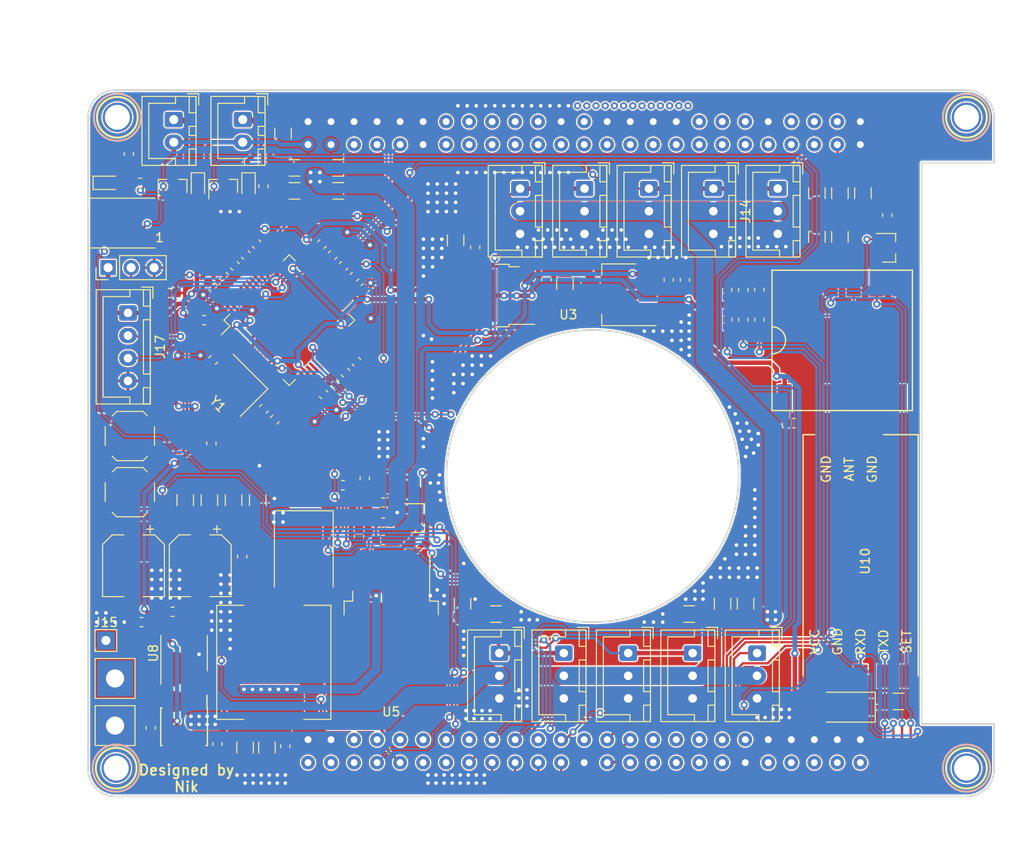
<source format=kicad_pcb>
(kicad_pcb (version 20171130) (host pcbnew 5.1.6)
  (layers (0 F.Cu signal) (31 B.Cu signal) (34 B.Paste user hide) (35 F.Paste user) (36 B.SilkS user hide) (37 F.SilkS user) (38 B.Mask user hide) (39 F.Mask user hide) (44 Edge.Cuts user))
  (net 0 "")
  (net 1 GND)
  (net 2 VDD)
  (net 3 D+)
  (net 4 D-)
  (net 5 SW)
  (net 6 IO11)
  (net 7 H_RX)
  (net 8 H_TX)
  (net 9 +5V)
  (net 10 FAN1)
  (net 11 FAN2)
  (net 12 CPU_SW)
  (net 13 BAT_M)
  (net 14 CUR_M)
  (net 15 IO4)
  (net 16 +BATT)
  (net 17 VBUS)
  (net 18 "Net-(D8-Pad2)")
  (net 19 "Net-(R28-Pad1)")
  (net 20 "Net-(D1-Pad2)")
  (net 21 V_LIM)
  (net 22 S_MOSI)
  (net 23 INT)
  (net 24 S_CS)
  (net 25 S_MISO)
  (net 26 S_SCK)
  (net 27 "Net-(C2-Pad1)")
  (net 28 "Net-(C6-Pad1)")
  (net 29 "Net-(C54-Pad1)")
  (net 30 "Net-(D4-Pad2)")
  (net 31 "Net-(D11-Pad2)")
  (net 32 S_SERIAL1)
  (net 33 S_SERIAL2)
  (net 34 S_SERIAL3)
  (net 35 S_SERIAL4)
  (net 36 "Net-(Q1-Pad3)")
  (net 37 "Net-(R4-Pad1)")
  (net 38 "Net-(R30-Pad1)")
  (net 39 "Net-(R31-Pad1)")
  (net 40 VAA)
  (net 41 "Net-(C57-Pad1)")
  (net 42 V_BATT)
  (net 43 AGND)
  (net 44 +3V3)
  (net 45 "Net-(C14-Pad1)")
  (net 46 X1)
  (net 47 A_SERVO)
  (net 48 "Net-(J16-Pad2)")
  (net 49 "Net-(R3-Pad2)")
  (net 50 "Net-(R6-Pad2)")
  (net 51 X2)
  (net 52 SWCLK)
  (net 53 SWDIO)
  (module Connector_JST:JST_XH_B4B-XH-A_1x04_P2.50mm_Vertical (layer F.Cu) (at 126.4 100.6 270)
    (fp_text reference J17 (at 3.75 -3.55 90) (layer F.SilkS))
    (fp_text value SWD)
    (pad 4 thru_hole oval (at 7.5 0 270) (size 1.7 1.95) (drill 0.95) (layers *.Cu *.Mask) (net 43 AGND))
    (pad 3 thru_hole oval (at 5 0 270) (size 1.7 1.95) (drill 0.95) (layers *.Cu *.Mask) (net 52 SWCLK))
    (pad 2 thru_hole oval (at 2.5 0 270) (size 1.7 1.95) (drill 0.95) (layers *.Cu *.Mask) (net 53 SWDIO))
    (pad 1 thru_hole roundrect (at 0 0 270) (size 1.7 1.95) (drill 0.95) (layers *.Cu *.Mask) (roundrect_rratio 0.147059) (net 44 +3V3))
  )
  (module Resistor_SMD:R_0603_1608Metric (layer F.Cu) (at 140.6 93 135)
    (fp_text reference R16 hide)
    (fp_text value 4.7k)
    (pad 2 smd roundrect (at 0.7875 0 135) (size 0.875 0.95) (layers F.Cu F.Paste F.Mask) (net 44 +3V3))
    (pad 1 smd roundrect (at -0.7875 0 135) (size 0.875 0.95) (layers F.Cu F.Paste F.Mask) (net 35 S_SERIAL4))
  )
  (module Resistor_SMD:R_0603_1608Metric (layer F.Cu) (at 150.4 107.2 315)
    (fp_text reference R15 hide)
    (fp_text value 4.7k)
    (pad 2 smd roundrect (at 0.7875 0 315) (size 0.875 0.95) (layers F.Cu F.Paste F.Mask) (net 44 +3V3))
    (pad 1 smd roundrect (at -0.7875 0 315) (size 0.875 0.95) (layers F.Cu F.Paste F.Mask) (net 34 S_SERIAL3))
  )
  (module Resistor_SMD:R_0603_1608Metric (layer F.Cu) (at 151.4 96.6 45)
    (fp_text reference R14 hide)
    (fp_text value 4.7k)
    (pad 2 smd roundrect (at 0.7875 0 45) (size 0.875 0.95) (layers F.Cu F.Paste F.Mask) (net 44 +3V3))
    (pad 1 smd roundrect (at -0.7875 0 45) (size 0.875 0.95) (layers F.Cu F.Paste F.Mask) (net 32 S_SERIAL1))
  )
  (module Resistor_SMD:R_0603_1608Metric (layer F.Cu) (at 148 109.6 315)
    (fp_text reference R13 hide)
    (fp_text value 4.7k)
    (pad 2 smd roundrect (at 0.7875 0 315) (size 0.875 0.95) (layers F.Cu F.Paste F.Mask) (net 44 +3V3))
    (pad 1 smd roundrect (at -0.7875 0 315) (size 0.875 0.95) (layers F.Cu F.Paste F.Mask) (net 33 S_SERIAL2))
  )
  (module Package_TO_SOT_SMD:SOT-223-3_TabPin2 (layer F.Cu) (at 180.6 98.6 180)
    (fp_text reference U3 (at 5.6 -2.2) (layer F.SilkS))
    (fp_text value LM1117-3.3)
    (pad 1 smd rect (at -3.15 -2.3 180) (size 2 1.5) (layers F.Cu F.Paste F.Mask) (net 1 GND))
    (pad 3 smd rect (at -3.15 2.3 180) (size 2 1.5) (layers F.Cu F.Paste F.Mask) (net 40 VAA))
    (pad 2 smd rect (at -3.15 0 180) (size 2 1.5) (layers F.Cu F.Paste F.Mask) (net 44 +3V3))
    (pad 2 smd rect (at 3.15 0 180) (size 2 3.8) (layers F.Cu F.Paste F.Mask) (net 44 +3V3))
  )
  (module Crystal:Crystal_SMD_SeikoEpson_TSX3225-4Pin_3.2x2.5mm_HandSoldering (layer F.Cu) (at 138.4 108.6 135)
    (fp_text reference Y1 (at 0 -2.95 135) (layer F.SilkS))
    (fp_text value 12Mhz)
    (pad 4 smd rect (at -1.45 -1.0875 135) (size 2.1 1.725) (layers F.Cu F.Paste F.Mask) (net 43 AGND))
    (pad 3 smd rect (at 1.45 -1.0875 135) (size 2.1 1.725) (layers F.Cu F.Paste F.Mask) (net 46 X1))
    (pad 2 smd rect (at 1.45 1.0875 135) (size 2.1 1.725) (layers F.Cu F.Paste F.Mask) (net 43 AGND))
    (pad 1 smd rect (at -1.45 1.0875 135) (size 2.1 1.725) (layers F.Cu F.Paste F.Mask) (net 45 "Net-(C14-Pad1)"))
  )
  (module Package_QFP:LQFP-64_10x10mm_P0.5mm (layer F.Cu) (at 144.2 101.4 45)
    (fp_text reference U2 hide)
    (fp_text value STM32F072R8Tx)
    (pad 64 smd roundrect (at -3.75 -5.675 45) (size 0.3 1.55) (layers F.Cu F.Paste F.Mask) (net 44 +3V3))
    (pad 63 smd roundrect (at -3.25 -5.675 45) (size 0.3 1.55) (layers F.Cu F.Paste F.Mask) (net 43 AGND))
    (pad 62 smd roundrect (at -2.75 -5.675 45) (size 0.3 1.55) (layers F.Cu F.Paste F.Mask))
    (pad 61 smd roundrect (at -2.25 -5.675 45) (size 0.3 1.55) (layers F.Cu F.Paste F.Mask))
    (pad 60 smd roundrect (at -1.75 -5.675 45) (size 0.3 1.55) (layers F.Cu F.Paste F.Mask) (net 48 "Net-(J16-Pad2)"))
    (pad 59 smd roundrect (at -1.25 -5.675 45) (size 0.3 1.55) (layers F.Cu F.Paste F.Mask))
    (pad 58 smd roundrect (at -0.75 -5.675 45) (size 0.3 1.55) (layers F.Cu F.Paste F.Mask))
    (pad 57 smd roundrect (at -0.25 -5.675 45) (size 0.3 1.55) (layers F.Cu F.Paste F.Mask))
    (pad 56 smd roundrect (at 0.25 -5.675 45) (size 0.3 1.55) (layers F.Cu F.Paste F.Mask))
    (pad 55 smd roundrect (at 0.75 -5.675 45) (size 0.3 1.55) (layers F.Cu F.Paste F.Mask))
    (pad 54 smd roundrect (at 1.25 -5.675 45) (size 0.3 1.55) (layers F.Cu F.Paste F.Mask))
    (pad 53 smd roundrect (at 1.75 -5.675 45) (size 0.3 1.55) (layers F.Cu F.Paste F.Mask))
    (pad 52 smd roundrect (at 2.25 -5.675 45) (size 0.3 1.55) (layers F.Cu F.Paste F.Mask))
    (pad 51 smd roundrect (at 2.75 -5.675 45) (size 0.3 1.55) (layers F.Cu F.Paste F.Mask) (net 35 S_SERIAL4))
    (pad 50 smd roundrect (at 3.25 -5.675 45) (size 0.3 1.55) (layers F.Cu F.Paste F.Mask))
    (pad 49 smd roundrect (at 3.75 -5.675 45) (size 0.3 1.55) (layers F.Cu F.Paste F.Mask) (net 52 SWCLK))
    (pad 48 smd roundrect (at 5.675 -3.75 45) (size 1.55 0.3) (layers F.Cu F.Paste F.Mask) (net 44 +3V3))
    (pad 47 smd roundrect (at 5.675 -3.25 45) (size 1.55 0.3) (layers F.Cu F.Paste F.Mask) (net 43 AGND))
    (pad 46 smd roundrect (at 5.675 -2.75 45) (size 1.55 0.3) (layers F.Cu F.Paste F.Mask) (net 53 SWDIO))
    (pad 45 smd roundrect (at 5.675 -2.25 45) (size 1.55 0.3) (layers F.Cu F.Paste F.Mask) (net 50 "Net-(R6-Pad2)"))
    (pad 44 smd roundrect (at 5.675 -1.75 45) (size 1.55 0.3) (layers F.Cu F.Paste F.Mask) (net 49 "Net-(R3-Pad2)"))
    (pad 43 smd roundrect (at 5.675 -1.25 45) (size 1.55 0.3) (layers F.Cu F.Paste F.Mask))
    (pad 42 smd roundrect (at 5.675 -0.75 45) (size 1.55 0.3) (layers F.Cu F.Paste F.Mask) (net 32 S_SERIAL1))
    (pad 41 smd roundrect (at 5.675 -0.25 45) (size 1.55 0.3) (layers F.Cu F.Paste F.Mask))
    (pad 40 smd roundrect (at 5.675 0.25 45) (size 1.55 0.3) (layers F.Cu F.Paste F.Mask))
    (pad 39 smd roundrect (at 5.675 0.75 45) (size 1.55 0.3) (layers F.Cu F.Paste F.Mask))
    (pad 38 smd roundrect (at 5.675 1.25 45) (size 1.55 0.3) (layers F.Cu F.Paste F.Mask))
    (pad 37 smd roundrect (at 5.675 1.75 45) (size 1.55 0.3) (layers F.Cu F.Paste F.Mask))
    (pad 36 smd roundrect (at 5.675 2.25 45) (size 1.55 0.3) (layers F.Cu F.Paste F.Mask))
    (pad 35 smd roundrect (at 5.675 2.75 45) (size 1.55 0.3) (layers F.Cu F.Paste F.Mask))
    (pad 34 smd roundrect (at 5.675 3.25 45) (size 1.55 0.3) (layers F.Cu F.Paste F.Mask))
    (pad 33 smd roundrect (at 5.675 3.75 45) (size 1.55 0.3) (layers F.Cu F.Paste F.Mask))
    (pad 32 smd roundrect (at 3.75 5.675 45) (size 0.3 1.55) (layers F.Cu F.Paste F.Mask) (net 44 +3V3))
    (pad 31 smd roundrect (at 3.25 5.675 45) (size 0.3 1.55) (layers F.Cu F.Paste F.Mask) (net 43 AGND))
    (pad 30 smd roundrect (at 2.75 5.675 45) (size 0.3 1.55) (layers F.Cu F.Paste F.Mask))
    (pad 29 smd roundrect (at 2.25 5.675 45) (size 0.3 1.55) (layers F.Cu F.Paste F.Mask))
    (pad 28 smd roundrect (at 1.75 5.675 45) (size 0.3 1.55) (layers F.Cu F.Paste F.Mask))
    (pad 27 smd roundrect (at 1.25 5.675 45) (size 0.3 1.55) (layers F.Cu F.Paste F.Mask))
    (pad 26 smd roundrect (at 0.75 5.675 45) (size 0.3 1.55) (layers F.Cu F.Paste F.Mask))
    (pad 25 smd roundrect (at 0.25 5.675 45) (size 0.3 1.55) (layers F.Cu F.Paste F.Mask))
    (pad 24 smd roundrect (at -0.25 5.675 45) (size 0.3 1.55) (layers F.Cu F.Paste F.Mask) (net 34 S_SERIAL3))
    (pad 23 smd roundrect (at -0.75 5.675 45) (size 0.3 1.55) (layers F.Cu F.Paste F.Mask))
    (pad 22 smd roundrect (at -1.25 5.675 45) (size 0.3 1.55) (layers F.Cu F.Paste F.Mask))
    (pad 21 smd roundrect (at -1.75 5.675 45) (size 0.3 1.55) (layers F.Cu F.Paste F.Mask))
    (pad 20 smd roundrect (at -2.25 5.675 45) (size 0.3 1.55) (layers F.Cu F.Paste F.Mask))
    (pad 19 smd roundrect (at -2.75 5.675 45) (size 0.3 1.55) (layers F.Cu F.Paste F.Mask) (net 44 +3V3))
    (pad 18 smd roundrect (at -3.25 5.675 45) (size 0.3 1.55) (layers F.Cu F.Paste F.Mask) (net 43 AGND))
    (pad 17 smd roundrect (at -3.75 5.675 45) (size 0.3 1.55) (layers F.Cu F.Paste F.Mask))
    (pad 16 smd roundrect (at -5.675 3.75 45) (size 1.55 0.3) (layers F.Cu F.Paste F.Mask) (net 33 S_SERIAL2))
    (pad 15 smd roundrect (at -5.675 3.25 45) (size 1.55 0.3) (layers F.Cu F.Paste F.Mask))
    (pad 14 smd roundrect (at -5.675 2.75 45) (size 1.55 0.3) (layers F.Cu F.Paste F.Mask) (net 47 A_SERVO))
    (pad 13 smd roundrect (at -5.675 2.25 45) (size 1.55 0.3) (layers F.Cu F.Paste F.Mask) (net 44 +3V3))
    (pad 12 smd roundrect (at -5.675 1.75 45) (size 1.55 0.3) (layers F.Cu F.Paste F.Mask) (net 43 AGND))
    (pad 11 smd roundrect (at -5.675 1.25 45) (size 1.55 0.3) (layers F.Cu F.Paste F.Mask))
    (pad 10 smd roundrect (at -5.675 0.75 45) (size 1.55 0.3) (layers F.Cu F.Paste F.Mask))
    (pad 9 smd roundrect (at -5.675 0.25 45) (size 1.55 0.3) (layers F.Cu F.Paste F.Mask))
    (pad 8 smd roundrect (at -5.675 -0.25 45) (size 1.55 0.3) (layers F.Cu F.Paste F.Mask))
    (pad 7 smd roundrect (at -5.675 -0.75 45) (size 1.55 0.3) (layers F.Cu F.Paste F.Mask) (net 27 "Net-(C2-Pad1)"))
    (pad 6 smd roundrect (at -5.675 -1.25 45) (size 1.55 0.3) (layers F.Cu F.Paste F.Mask) (net 51 X2))
    (pad 5 smd roundrect (at -5.675 -1.75 45) (size 1.55 0.3) (layers F.Cu F.Paste F.Mask) (net 46 X1))
    (pad 4 smd roundrect (at -5.675 -2.25 45) (size 1.55 0.3) (layers F.Cu F.Paste F.Mask))
    (pad 3 smd roundrect (at -5.675 -2.75 45) (size 1.55 0.3) (layers F.Cu F.Paste F.Mask))
    (pad 2 smd roundrect (at -5.675 -3.25 45) (size 1.55 0.3) (layers F.Cu F.Paste F.Mask))
    (pad 1 smd roundrect (at -5.675 -3.75 45) (size 1.55 0.3) (layers F.Cu F.Paste F.Mask) (net 44 +3V3))
  )
  (module Resistor_SMD:R_0603_1608Metric (layer F.Cu) (at 210.2 89.8 90)
    (fp_text reference R11 hide)
    (fp_text value 1k)
    (pad 2 smd roundrect (at 0.7875 0 90) (size 0.875 0.95) (layers F.Cu F.Paste F.Mask) (net 1 GND))
    (pad 1 smd roundrect (at -0.7875 0 90) (size 0.875 0.95) (layers F.Cu F.Paste F.Mask) (net 12 CPU_SW))
  )
  (module Resistor_SMD:R_0603_1608Metric_Pad1.05x0.95mm_HandSolder (layer F.Cu) (at 141.4 111.2 225)
    (fp_text reference R10 hide)
    (fp_text value 220R)
    (pad 2 smd roundrect (at 0.875 0 225) (size 1.05 0.95) (layers F.Cu F.Paste F.Mask) (net 45 "Net-(C14-Pad1)"))
    (pad 1 smd roundrect (at -0.875 0 225) (size 1.05 0.95) (layers F.Cu F.Paste F.Mask) (net 51 X2))
  )
  (module Resistor_SMD:R_0603_1608Metric (layer F.Cu) (at 147.8 93 45)
    (fp_text reference R7 hide)
    (fp_text value 4.7k)
    (pad 2 smd roundrect (at 0.7875 0 45) (size 0.875 0.95) (layers F.Cu F.Paste F.Mask) (net 3 D+))
    (pad 1 smd roundrect (at -0.7875 0 45) (size 0.875 0.95) (layers F.Cu F.Paste F.Mask) (net 9 +5V))
  )
  (module Resistor_SMD:R_0603_1608Metric (layer F.Cu) (at 149 94.2 225)
    (fp_text reference R6 hide)
    (fp_text value 20R)
    (pad 2 smd roundrect (at 0.7875 0 225) (size 0.875 0.95) (layers F.Cu F.Paste F.Mask) (net 50 "Net-(R6-Pad2)"))
    (pad 1 smd roundrect (at -0.7875 0 225) (size 0.875 0.95) (layers F.Cu F.Paste F.Mask) (net 3 D+))
  )
  (module Resistor_SMD:R_0603_1608Metric (layer F.Cu) (at 150.2 95.4 225)
    (fp_text reference R3 hide)
    (fp_text value 20R)
    (pad 2 smd roundrect (at 0.7875 0 225) (size 0.875 0.95) (layers F.Cu F.Paste F.Mask) (net 49 "Net-(R3-Pad2)"))
    (pad 1 smd roundrect (at -0.7875 0 225) (size 0.875 0.95) (layers F.Cu F.Paste F.Mask) (net 4 D-))
  )
  (module Resistor_SMD:R_0603_1608Metric (layer F.Cu) (at 131 98.4)
    (fp_text reference R2 hide)
    (fp_text value 10k)
    (pad 2 smd roundrect (at 0.7875 0) (size 0.875 0.95) (layers F.Cu F.Paste F.Mask) (net 43 AGND))
    (pad 1 smd roundrect (at -0.7875 0) (size 0.875 0.95) (layers F.Cu F.Paste F.Mask) (net 48 "Net-(J16-Pad2)"))
  )
  (module Resistor_SMD:R_0603_1608Metric (layer F.Cu) (at 135.6 115 270)
    (fp_text reference JP1 hide)
    (fp_text value "GND bridge")
    (pad 2 smd roundrect (at 0.7875 0 270) (size 0.875 0.95) (layers F.Cu F.Paste F.Mask) (net 1 GND))
    (pad 1 smd roundrect (at -0.7875 0 270) (size 0.875 0.95) (layers F.Cu F.Paste F.Mask) (net 43 AGND))
  )
  (module Connector_PinHeader_2.54mm:PinHeader_1x03_P2.54mm_Vertical (layer F.Cu) (at 124.2 95.6 90)
    (fp_text reference J16 hide)
    (fp_text value "BOOT sel")
    (pad 3 thru_hole oval (at 0 5.08 90) (size 1.7 1.7) (drill 1) (layers *.Cu *.Mask) (net 43 AGND))
    (pad 2 thru_hole oval (at 0 2.54 90) (size 1.7 1.7) (drill 1) (layers *.Cu *.Mask) (net 48 "Net-(J16-Pad2)"))
    (pad 1 thru_hole rect (at 0 0 90) (size 1.7 1.7) (drill 1) (layers *.Cu *.Mask) (net 44 +3V3))
  )
  (module Capacitor_SMD:C_0603_1608Metric (layer F.Cu) (at 151.6 106 315)
    (fp_text reference C19 hide)
    (fp_text value 100n)
    (pad 2 smd roundrect (at 0.7875 0 315) (size 0.875 0.95) (layers F.Cu F.Paste F.Mask) (net 43 AGND))
    (pad 1 smd roundrect (at -0.7875 0 315) (size 0.875 0.95) (layers F.Cu F.Paste F.Mask) (net 44 +3V3))
  )
  (module Capacitor_SMD:C_0603_1608Metric (layer F.Cu) (at 152.6 97.843153 45)
    (fp_text reference C18 hide)
    (fp_text value 100n)
    (pad 2 smd roundrect (at 0.7875 0 45) (size 0.875 0.95) (layers F.Cu F.Paste F.Mask) (net 43 AGND))
    (pad 1 smd roundrect (at -0.7875 0 45) (size 0.875 0.95) (layers F.Cu F.Paste F.Mask) (net 44 +3V3))
  )
  (module Capacitor_SMD:C_0603_1608Metric_Pad1.05x0.95mm_HandSolder (layer F.Cu) (at 135.8 105.8 45)
    (fp_text reference C17 hide)
    (fp_text value 22p)
    (pad 2 smd roundrect (at 0.875 0 45) (size 1.05 0.95) (layers F.Cu F.Paste F.Mask) (net 43 AGND))
    (pad 1 smd roundrect (at -0.875 0 45) (size 1.05 0.95) (layers F.Cu F.Paste F.Mask) (net 46 X1))
  )
  (module Capacitor_SMD:C_0603_1608Metric (layer F.Cu) (at 149.2 108.4 315)
    (fp_text reference C15 hide)
    (fp_text value 100n)
    (pad 2 smd roundrect (at 0.7875 0 315) (size 0.875 0.95) (layers F.Cu F.Paste F.Mask) (net 43 AGND))
    (pad 1 smd roundrect (at -0.7875 0 315) (size 0.875 0.95) (layers F.Cu F.Paste F.Mask) (net 44 +3V3))
  )
  (module Capacitor_SMD:C_0603_1608Metric_Pad1.05x0.95mm_HandSolder (layer F.Cu) (at 142.6 112.4 45)
    (fp_text reference C14 hide)
    (fp_text value 22p)
    (pad 2 smd roundrect (at 0.875 0 45) (size 1.05 0.95) (layers F.Cu F.Paste F.Mask) (net 43 AGND))
    (pad 1 smd roundrect (at -0.875 0 45) (size 1.05 0.95) (layers F.Cu F.Paste F.Mask) (net 45 "Net-(C14-Pad1)"))
  )
  (module Capacitor_SMD:C_0603_1608Metric (layer F.Cu) (at 138.2 95.4 135)
    (fp_text reference C13 hide)
    (fp_text value 100n)
    (pad 2 smd roundrect (at 0.7875 0 135) (size 0.875 0.95) (layers F.Cu F.Paste F.Mask) (net 43 AGND))
    (pad 1 smd roundrect (at -0.7875 0 135) (size 0.875 0.95) (layers F.Cu F.Paste F.Mask) (net 44 +3V3))
  )
  (module Capacitor_SMD:C_0603_1608Metric (layer F.Cu) (at 139.4 94.2 135)
    (fp_text reference C9 hide)
    (fp_text value 100n)
    (pad 2 smd roundrect (at 0.7875 0 135) (size 0.875 0.95) (layers F.Cu F.Paste F.Mask) (net 43 AGND))
    (pad 1 smd roundrect (at -0.7875 0 135) (size 0.875 0.95) (layers F.Cu F.Paste F.Mask) (net 44 +3V3))
  )
  (module Capacitor_SMD:C_0603_1608Metric (layer F.Cu) (at 135.8 97.8 135)
    (fp_text reference C8 hide)
    (fp_text value 100n)
    (pad 2 smd roundrect (at 0.7875 0 135) (size 0.875 0.95) (layers F.Cu F.Paste F.Mask) (net 43 AGND))
    (pad 1 smd roundrect (at -0.7875 0 135) (size 0.875 0.95) (layers F.Cu F.Paste F.Mask) (net 44 +3V3))
  )
  (module Capacitor_SMD:C_0603_1608Metric (layer F.Cu) (at 137 96.6 135)
    (fp_text reference C3 hide)
    (fp_text value 100n)
    (pad 2 smd roundrect (at 0.7875 0 135) (size 0.875 0.95) (layers F.Cu F.Paste F.Mask) (net 43 AGND))
    (pad 1 smd roundrect (at -0.7875 0 135) (size 0.875 0.95) (layers F.Cu F.Paste F.Mask) (net 44 +3V3))
  )
  (module Capacitor_SMD:C_0603_1608Metric (layer F.Cu) (at 134.8 101.4 180)
    (fp_text reference C2 hide)
    (fp_text value 100n)
    (pad 2 smd roundrect (at 0.7875 0 180) (size 0.875 0.95) (layers F.Cu F.Paste F.Mask) (net 43 AGND))
    (pad 1 smd roundrect (at -0.7875 0 180) (size 0.875 0.95) (layers F.Cu F.Paste F.Mask) (net 27 "Net-(C2-Pad1)"))
  )
  (module TestPoint:TestPoint_THTPad_2.0x2.0mm_Drill1.0mm (layer F.Cu) (at 123.952 136.779)
    (fp_text reference J15 (at 0 -1.998) (layer F.SilkS))
    (fp_text value Conn_01x01_Male)
    (pad 1 thru_hole rect (at 0 0) (size 2 2) (drill 1) (layers *.Cu *.Mask) (net 42 V_BATT))
  )
  (module Package_SO:SOIC-8_3.9x4.9mm_P1.27mm (layer F.Cu) (at 132.588 138.176 90)
    (fp_text reference U8 (at 0 -3.4 90) (layer F.SilkS))
    (fp_text value ACS712)
    (pad 8 smd roundrect (at 2.475 -1.905 90) (size 1.95 0.6) (layers F.Cu F.Paste F.Mask) (net 9 +5V))
    (pad 7 smd roundrect (at 2.475 -0.635 90) (size 1.95 0.6) (layers F.Cu F.Paste F.Mask) (net 14 CUR_M))
    (pad 6 smd roundrect (at 2.475 0.635 90) (size 1.95 0.6) (layers F.Cu F.Paste F.Mask) (net 28 "Net-(C6-Pad1)"))
    (pad 5 smd roundrect (at 2.475 1.905 90) (size 1.95 0.6) (layers F.Cu F.Paste F.Mask) (net 1 GND))
    (pad 4 smd roundrect (at -2.475 1.905 90) (size 1.95 0.6) (layers F.Cu F.Paste F.Mask) (net 40 VAA))
    (pad 3 smd roundrect (at -2.475 0.635 90) (size 1.95 0.6) (layers F.Cu F.Paste F.Mask) (net 40 VAA))
    (pad 2 smd roundrect (at -2.475 -0.635 90) (size 1.95 0.6) (layers F.Cu F.Paste F.Mask) (net 42 V_BATT))
    (pad 1 smd roundrect (at -2.475 -1.905 90) (size 1.95 0.6) (layers F.Cu F.Paste F.Mask) (net 42 V_BATT))
  )
  (module Capacitor_SMD:C_0603_1608Metric (layer F.Cu) (at 128.905 146.431 270)
    (fp_text reference C58 hide)
    (fp_text value 100n)
    (pad 2 smd roundrect (at 0.7875 0 270) (size 0.875 0.95) (layers F.Cu F.Paste F.Mask) (net 1 GND))
    (pad 1 smd roundrect (at -0.7875 0 270) (size 0.875 0.95) (layers F.Cu F.Paste F.Mask) (net 9 +5V))
  )
  (module Capacitor_SMD:C_0603_1608Metric (layer F.Cu) (at 136.271 148.209 90)
    (fp_text reference C57 hide)
    (fp_text value 1n)
    (pad 2 smd roundrect (at 0.7875 0 90) (size 0.875 0.95) (layers F.Cu F.Paste F.Mask) (net 1 GND))
    (pad 1 smd roundrect (at -0.7875 0 90) (size 0.875 0.95) (layers F.Cu F.Paste F.Mask) (net 41 "Net-(C57-Pad1)"))
  )
  (module LED_SMD:LED_WS2812B_PLCC4_5.0x5.0mm_P3.2mm (layer F.Cu) (at 125.73 90.678 180)
    (fp_text reference LED1 hide)
    (fp_text value ws2812b)
    (fp_text user 1 (at -4.15 -1.6) (layer F.SilkS))
    (pad 1 smd rect (at -2.45 -1.6 180) (size 1.5 1) (layers F.Cu F.Paste F.Mask) (net 9 +5V))
    (pad 2 smd rect (at -2.45 1.6 180) (size 1.5 1) (layers F.Cu F.Paste F.Mask))
    (pad 4 smd rect (at 2.45 -1.6 180) (size 1.5 1) (layers F.Cu F.Paste F.Mask) (net 15 IO4))
    (pad 3 smd rect (at 2.45 1.6 180) (size 1.5 1) (layers F.Cu F.Paste F.Mask) (net 1 GND))
  )
  (module nik_things:HC-12 (layer F.Cu) (at 207.264 128.016 90)
    (fp_text reference U10 (at 0 0.5 270) (layer F.SilkS))
    (fp_text value HC-12)
    (fp_text user GND (at 10.16 1.27 270) (layer F.SilkS))
    (fp_text user ANT (at 10.16 -1.27 270) (layer F.SilkS))
    (fp_text user GND (at 10.16 -3.81 270) (layer F.SilkS))
    (fp_text user SET (at -8.89 5.08 270) (layer F.SilkS))
    (fp_text user TXD (at -8.89 2.54 270) (layer F.SilkS))
    (fp_text user RXD (at -8.89 0 270) (layer F.SilkS))
    (fp_text user GND (at -8.89 -2.54 270) (layer F.SilkS))
    (fp_text user VCC (at -8.89 -5.08 270) (layer F.SilkS))
    (pad 8 smd rect (at 13.97 1.27 90) (size 2.54 1.524) (layers F.Cu F.Paste F.Mask) (net 1 GND))
    (pad 7 smd rect (at 13.97 -1.27 90) (size 2.54 1.524) (layers F.Cu F.Paste F.Mask))
    (pad 6 smd rect (at 13.97 -3.81 90) (size 2.54 1.524) (layers F.Cu F.Paste F.Mask) (net 1 GND))
    (pad 5 smd rect (at -12.7 5.08 90) (size 2.54 1.524) (layers F.Cu F.Paste F.Mask) (net 6 IO11))
    (pad 4 smd rect (at -12.7 2.54 90) (size 2.54 1.524) (layers F.Cu F.Paste F.Mask) (net 8 H_TX))
    (pad 3 smd rect (at -12.7 0 90) (size 2.54 1.524) (layers F.Cu F.Paste F.Mask) (net 7 H_RX))
    (pad 2 smd rect (at -12.7 -2.54 90) (size 2.54 1.524) (layers F.Cu F.Paste F.Mask) (net 1 GND))
    (pad 1 smd rect (at -12.7 -5.08 90) (size 2.54 1.524) (layers F.Cu F.Paste F.Mask) (net 29 "Net-(C54-Pad1)"))
  )
  (module Package_TO_SOT_SMD:SOT-23 (layer F.Cu) (at 158.369 123.2535)
    (fp_text reference Q1 hide)
    (fp_text value 2N7002)
    (pad 1 smd rect (at -1 -0.95) (size 0.9 0.8) (layers F.Cu F.Paste F.Mask) (net 21 V_LIM))
    (pad 2 smd rect (at -1 0.95) (size 0.9 0.8) (layers F.Cu F.Paste F.Mask) (net 1 GND))
    (pad 3 smd rect (at 1 0) (size 0.9 0.8) (layers F.Cu F.Paste F.Mask) (net 36 "Net-(Q1-Pad3)"))
  )
  (module Connector_JST:JST_XH_B3B-XH-A_1x03_P2.50mm_Vertical (layer F.Cu) (at 181.61 138.176 270)
    (fp_text reference J8 hide)
    (fp_text value 01x03)
    (pad 3 thru_hole oval (at 5 0 270) (size 1.7 1.95) (drill 0.95) (layers *.Cu *.Mask) (net 1 GND))
    (pad 2 thru_hole oval (at 2.5 0 270) (size 1.7 1.95) (drill 0.95) (layers *.Cu *.Mask) (net 17 VBUS))
    (pad 1 thru_hole roundrect (at 0 0 270) (size 1.7 1.95) (drill 0.95) (layers *.Cu *.Mask) (roundrect_rratio 0.147059) (net 33 S_SERIAL2))
  )
  (module Capacitor_SMD:CP_Elec_6.3x3.9 (layer F.Cu) (at 134.366 128.524 270)
    (fp_text reference C56 hide)
    (fp_text value 220u)
    (pad 2 smd roundrect (at 2.7 0 270) (size 3.5 1.6) (layers F.Cu F.Paste F.Mask) (roundrect_rratio 0.15625) (net 1 GND))
    (pad 1 smd roundrect (at -2.7 0 270) (size 3.5 1.6) (layers F.Cu F.Paste F.Mask) (roundrect_rratio 0.15625) (net 2 VDD))
  )
  (module Capacitor_SMD:CP_Elec_6.3x3.9 (layer F.Cu) (at 127 128.524 270)
    (fp_text reference C55 hide)
    (fp_text value 220u)
    (pad 2 smd roundrect (at 2.7 0 270) (size 3.5 1.6) (layers F.Cu F.Paste F.Mask) (roundrect_rratio 0.15625) (net 1 GND))
    (pad 1 smd roundrect (at -2.7 0 270) (size 3.5 1.6) (layers F.Cu F.Paste F.Mask) (roundrect_rratio 0.15625) (net 2 VDD))
  )
  (module Diode_SMD:D_0603_1608Metric (layer F.Cu) (at 134.112 86.614 270)
    (fp_text reference D8 hide)
    (fp_text value 1N5819)
    (pad 2 smd roundrect (at 0.7875 0 270) (size 0.875 0.95) (layers F.Cu F.Paste F.Mask) (net 18 "Net-(D8-Pad2)"))
    (pad 1 smd roundrect (at -0.7875 0 270) (size 0.875 0.95) (layers F.Cu F.Paste F.Mask) (net 2 VDD))
  )
  (module Diode_SMD:D_0603_1608Metric (layer F.Cu) (at 139.7 86.614 270)
    (fp_text reference D11 hide)
    (fp_text value 1N5819)
    (pad 2 smd roundrect (at 0.7875 0 270) (size 0.875 0.95) (layers F.Cu F.Paste F.Mask) (net 31 "Net-(D11-Pad2)"))
    (pad 1 smd roundrect (at -0.7875 0 270) (size 0.875 0.95) (layers F.Cu F.Paste F.Mask) (net 2 VDD))
  )
  (module nik_things:lattepanda_alpha (layer F.Cu) (at 178 115 180)
    (fp_text reference U4 hide)
    (fp_text value lattepanda_alpha)
    (pad 100 thru_hole circle (at 31.73 35.53 180) (size 1.524 1.524) (drill 0.762) (layers *.Cu *.Mask) (net 1 GND))
    (pad 99 thru_hole circle (at 29.19 35.53 180) (size 1.524 1.524) (drill 0.762) (layers *.Cu *.Mask) (net 1 GND))
    (pad 98 thru_hole circle (at 26.65 35.53 180) (size 1.524 1.524) (drill 0.762) (layers *.Cu *.Mask) (net 1 GND))
    (pad 97 thru_hole circle (at 24.11 35.53 180) (size 1.524 1.524) (drill 0.762) (layers *.Cu *.Mask) (net 1 GND))
    (pad 50 thru_hole circle (at 31.73 -32.73 180) (size 1.524 1.524) (drill 0.762) (layers *.Cu *.Mask) (net 1 GND))
    (pad 49 thru_hole circle (at 29.19 -32.73 180) (size 1.524 1.524) (drill 0.762) (layers *.Cu *.Mask) (net 1 GND))
    (pad 1 thru_hole circle (at -29.23 -35.27 180) (size 1.524 1.524) (drill 0.762) (layers *.Cu *.Mask))
    (pad 2 thru_hole circle (at -26.69 -35.27 180) (size 1.524 1.524) (drill 0.762) (layers *.Cu *.Mask))
    (pad 3 thru_hole circle (at -24.15 -35.27 180) (size 1.524 1.524) (drill 0.762) (layers *.Cu *.Mask))
    (pad 4 thru_hole circle (at -21.61 -35.27 180) (size 1.524 1.524) (drill 0.762) (layers *.Cu *.Mask))
    (pad 5 thru_hole circle (at -19.07 -35.27 180) (size 1.524 1.524) (drill 0.762) (layers *.Cu *.Mask))
    (pad 6 thru_hole circle (at -16.53 -35.27 180) (size 1.524 1.524) (drill 0.762) (layers *.Cu *.Mask) (net 1 GND))
    (pad 7 thru_hole circle (at -13.99 -35.27 180) (size 1.524 1.524) (drill 0.762) (layers *.Cu *.Mask))
    (pad 8 thru_hole circle (at -11.45 -35.27 180) (size 1.524 1.524) (drill 0.762) (layers *.Cu *.Mask))
    (pad 9 thru_hole circle (at -8.91 -35.27 180) (size 1.524 1.524) (drill 0.762) (layers *.Cu *.Mask))
    (pad 10 thru_hole circle (at -6.37 -35.27 180) (size 1.524 1.524) (drill 0.762) (layers *.Cu *.Mask))
    (pad 11 thru_hole circle (at -3.83 -35.27 180) (size 1.524 1.524) (drill 0.762) (layers *.Cu *.Mask))
    (pad 12 thru_hole circle (at -1.29 -35.27 180) (size 1.524 1.524) (drill 0.762) (layers *.Cu *.Mask) (net 22 S_MOSI))
    (pad 13 thru_hole circle (at 1.25 -35.27 180) (size 1.524 1.524) (drill 0.762) (layers *.Cu *.Mask) (net 1 GND))
    (pad 14 thru_hole circle (at 3.79 -35.27 180) (size 1.524 1.524) (drill 0.762) (layers *.Cu *.Mask) (net 8 H_TX))
    (pad 15 thru_hole circle (at 6.33 -35.27 180) (size 1.524 1.524) (drill 0.762) (layers *.Cu *.Mask) (net 7 H_RX))
    (pad 16 thru_hole circle (at 8.87 -35.27 180) (size 1.524 1.524) (drill 0.762) (layers *.Cu *.Mask) (net 23 INT))
    (pad 17 thru_hole circle (at 11.41 -35.27 180) (size 1.524 1.524) (drill 0.762) (layers *.Cu *.Mask) (net 24 S_CS))
    (pad 18 thru_hole circle (at 13.95 -35.27 180) (size 1.524 1.524) (drill 0.762) (layers *.Cu *.Mask) (net 6 IO11))
    (pad 19 thru_hole circle (at 16.49 -35.27 180) (size 1.524 1.524) (drill 0.762) (layers *.Cu *.Mask))
    (pad 20 thru_hole circle (at 19.03 -35.27 180) (size 1.524 1.524) (drill 0.762) (layers *.Cu *.Mask))
    (pad 21 thru_hole circle (at 21.57 -35.27 180) (size 1.524 1.524) (drill 0.762) (layers *.Cu *.Mask) (net 14 CUR_M))
    (pad 22 thru_hole circle (at 24.11 -35.27 180) (size 1.524 1.524) (drill 0.762) (layers *.Cu *.Mask) (net 13 BAT_M))
    (pad 23 thru_hole circle (at 26.65 -35.27 180) (size 1.524 1.524) (drill 0.762) (layers *.Cu *.Mask))
    (pad 24 thru_hole circle (at 29.19 -35.27 180) (size 1.524 1.524) (drill 0.762) (layers *.Cu *.Mask))
    (pad 25 thru_hole circle (at 31.73 -35.27 180) (size 1.524 1.524) (drill 0.762) (layers *.Cu *.Mask))
    (pad 26 thru_hole circle (at -29.23 -32.73 180) (size 1.524 1.524) (drill 0.762) (layers *.Cu *.Mask) (net 1 GND))
    (pad 27 thru_hole circle (at -26.69 -32.73 180) (size 1.524 1.524) (drill 0.762) (layers *.Cu *.Mask) (net 1 GND))
    (pad 28 thru_hole circle (at -24.15 -32.73 180) (size 1.524 1.524) (drill 0.762) (layers *.Cu *.Mask) (net 1 GND))
    (pad 29 thru_hole circle (at -21.61 -32.73 180) (size 1.524 1.524) (drill 0.762) (layers *.Cu *.Mask) (net 1 GND))
    (pad 30 thru_hole circle (at -19.07 -32.73 180) (size 1.524 1.524) (drill 0.762) (layers *.Cu *.Mask) (net 1 GND))
    (pad 31 thru_hole circle (at -16.53 -32.73 180) (size 1.524 1.524) (drill 0.762) (layers *.Cu *.Mask))
    (pad 32 thru_hole circle (at -13.99 -32.73 180) (size 1.524 1.524) (drill 0.762) (layers *.Cu *.Mask))
    (pad 33 thru_hole circle (at -11.45 -32.73 180) (size 1.524 1.524) (drill 0.762) (layers *.Cu *.Mask))
    (pad 34 thru_hole circle (at -8.91 -32.73 180) (size 1.524 1.524) (drill 0.762) (layers *.Cu *.Mask))
    (pad 35 thru_hole circle (at -6.37 -32.73 180) (size 1.524 1.524) (drill 0.762) (layers *.Cu *.Mask))
    (pad 36 thru_hole circle (at -3.83 -32.73 180) (size 1.524 1.524) (drill 0.762) (layers *.Cu *.Mask) (net 25 S_MISO))
    (pad 37 thru_hole circle (at -1.29 -32.73 180) (size 1.524 1.524) (drill 0.762) (layers *.Cu *.Mask) (net 26 S_SCK))
    (pad 38 thru_hole circle (at 1.25 -32.73 180) (size 1.524 1.524) (drill 0.762) (layers *.Cu *.Mask))
    (pad 39 thru_hole circle (at 3.79 -32.73 180) (size 1.524 1.524) (drill 0.762) (layers *.Cu *.Mask) (net 12 CPU_SW))
    (pad 40 thru_hole circle (at 6.33 -32.73 180) (size 1.524 1.524) (drill 0.762) (layers *.Cu *.Mask))
    (pad 41 thru_hole circle (at 8.87 -32.73 180) (size 1.524 1.524) (drill 0.762) (layers *.Cu *.Mask) (net 10 FAN1))
    (pad 42 thru_hole circle (at 11.41 -32.73 180) (size 1.524 1.524) (drill 0.762) (layers *.Cu *.Mask) (net 11 FAN2))
    (pad 43 thru_hole circle (at 13.95 -32.73 180) (size 1.524 1.524) (drill 0.762) (layers *.Cu *.Mask))
    (pad 44 thru_hole circle (at 16.49 -32.73 180) (size 1.524 1.524) (drill 0.762) (layers *.Cu *.Mask) (net 15 IO4))
    (pad 45 thru_hole circle (at 19.03 -32.73 180) (size 1.524 1.524) (drill 0.762) (layers *.Cu *.Mask))
    (pad 46 thru_hole circle (at 21.57 -32.73 180) (size 1.524 1.524) (drill 0.762) (layers *.Cu *.Mask))
    (pad 47 thru_hole circle (at 24.11 -32.73 180) (size 1.524 1.524) (drill 0.762) (layers *.Cu *.Mask))
    (pad 48 thru_hole circle (at 26.65 -32.73 180) (size 1.524 1.524) (drill 0.762) (layers *.Cu *.Mask))
    (pad 51 thru_hole circle (at -29.23 32.99 180) (size 1.524 1.524) (drill 0.762) (layers *.Cu *.Mask) (net 1 GND))
    (pad 52 thru_hole circle (at -26.69 32.99 180) (size 1.524 1.524) (drill 0.762) (layers *.Cu *.Mask) (net 5 SW))
    (pad 53 thru_hole circle (at -24.15 32.99 180) (size 1.524 1.524) (drill 0.762) (layers *.Cu *.Mask))
    (pad 54 thru_hole circle (at -21.61 32.99 180) (size 1.524 1.524) (drill 0.762) (layers *.Cu *.Mask))
    (pad 55 thru_hole circle (at -19.07 32.99 180) (size 1.524 1.524) (drill 0.762) (layers *.Cu *.Mask))
    (pad 56 thru_hole circle (at -16.53 32.99 180) (size 1.524 1.524) (drill 0.762) (layers *.Cu *.Mask))
    (pad 57 thru_hole circle (at -13.99 32.99 180) (size 1.524 1.524) (drill 0.762) (layers *.Cu *.Mask))
    (pad 58 thru_hole circle (at -11.45 32.99 180) (size 1.524 1.524) (drill 0.762) (layers *.Cu *.Mask))
    (pad 59 thru_hole circle (at -8.91 32.99 180) (size 1.524 1.524) (drill 0.762) (layers *.Cu *.Mask))
    (pad 60 thru_hole circle (at -6.37 32.99 180) (size 1.524 1.524) (drill 0.762) (layers *.Cu *.Mask))
    (pad 61 thru_hole circle (at -3.83 32.99 180) (size 1.524 1.524) (drill 0.762) (layers *.Cu *.Mask))
    (pad 62 thru_hole circle (at -1.29 32.99 180) (size 1.524 1.524) (drill 0.762) (layers *.Cu *.Mask))
    (pad 63 thru_hole circle (at 1.25 32.99 180) (size 1.524 1.524) (drill 0.762) (layers *.Cu *.Mask))
    (pad 64 thru_hole circle (at 3.79 32.99 180) (size 1.524 1.524) (drill 0.762) (layers *.Cu *.Mask))
    (pad 65 thru_hole circle (at 6.33 32.99 180) (size 1.524 1.524) (drill 0.762) (layers *.Cu *.Mask))
    (pad 66 thru_hole circle (at 8.87 32.99 180) (size 1.524 1.524) (drill 0.762) (layers *.Cu *.Mask))
    (pad 67 thru_hole circle (at 11.41 32.99 180) (size 1.524 1.524) (drill 0.762) (layers *.Cu *.Mask))
    (pad 68 thru_hole circle (at 13.95 32.99 180) (size 1.524 1.524) (drill 0.762) (layers *.Cu *.Mask))
    (pad 69 thru_hole circle (at 16.49 32.99 180) (size 1.524 1.524) (drill 0.762) (layers *.Cu *.Mask))
    (pad 70 thru_hole circle (at 19.03 32.99 180) (size 1.524 1.524) (drill 0.762) (layers *.Cu *.Mask) (net 1 GND))
    (pad 71 thru_hole circle (at 21.57 32.99 180) (size 1.524 1.524) (drill 0.762) (layers *.Cu *.Mask) (net 4 D-))
    (pad 72 thru_hole circle (at 24.11 32.99 180) (size 1.524 1.524) (drill 0.762) (layers *.Cu *.Mask) (net 3 D+))
    (pad 73 thru_hole circle (at 26.65 32.99 180) (size 1.524 1.524) (drill 0.762) (layers *.Cu *.Mask))
    (pad 74 thru_hole circle (at 29.19 32.99 180) (size 1.524 1.524) (drill 0.762) (layers *.Cu *.Mask) (net 2 VDD))
    (pad 75 thru_hole circle (at 31.73 32.99 180) (size 1.524 1.524) (drill 0.762) (layers *.Cu *.Mask) (net 2 VDD))
    (pad 76 thru_hole circle (at -29.23 35.53 180) (size 1.524 1.524) (drill 0.762) (layers *.Cu *.Mask) (net 1 GND))
    (pad 77 thru_hole circle (at -26.69 35.53 180) (size 1.524 1.524) (drill 0.762) (layers *.Cu *.Mask))
    (pad 78 thru_hole circle (at -24.15 35.53 180) (size 1.524 1.524) (drill 0.762) (layers *.Cu *.Mask))
    (pad 79 thru_hole circle (at -21.61 35.53 180) (size 1.524 1.524) (drill 0.762) (layers *.Cu *.Mask))
    (pad 80 thru_hole circle (at -19.07 35.53 180) (size 1.524 1.524) (drill 0.762) (layers *.Cu *.Mask) (net 1 GND))
    (pad 81 thru_hole circle (at -16.53 35.53 180) (size 1.524 1.524) (drill 0.762) (layers *.Cu *.Mask))
    (pad 82 thru_hole circle (at -13.99 35.53 180) (size 1.524 1.524) (drill 0.762) (layers *.Cu *.Mask))
    (pad 83 thru_hole circle (at -11.45 35.53 180) (size 1.524 1.524) (drill 0.762) (layers *.Cu *.Mask))
    (pad 84 thru_hole circle (at -8.91 35.53 180) (size 1.524 1.524) (drill 0.762) (layers *.Cu *.Mask) (net 1 GND))
    (pad 85 thru_hole circle (at -6.37 35.53 180) (size 1.524 1.524) (drill 0.762) (layers *.Cu *.Mask) (net 1 GND))
    (pad 86 thru_hole circle (at -3.83 35.53 180) (size 1.524 1.524) (drill 0.762) (layers *.Cu *.Mask) (net 1 GND))
    (pad 87 thru_hole circle (at -1.29 35.53 180) (size 1.524 1.524) (drill 0.762) (layers *.Cu *.Mask) (net 1 GND))
    (pad 88 thru_hole circle (at 1.25 35.53 180) (size 1.524 1.524) (drill 0.762) (layers *.Cu *.Mask))
    (pad 89 thru_hole circle (at 3.79 35.53 180) (size 1.524 1.524) (drill 0.762) (layers *.Cu *.Mask) (net 1 GND))
    (pad 90 thru_hole circle (at 6.33 35.53 180) (size 1.524 1.524) (drill 0.762) (layers *.Cu *.Mask))
    (pad 91 thru_hole circle (at 8.87 35.53 180) (size 1.524 1.524) (drill 0.762) (layers *.Cu *.Mask))
    (pad 92 thru_hole circle (at 11.41 35.53 180) (size 1.524 1.524) (drill 0.762) (layers *.Cu *.Mask))
    (pad 93 thru_hole circle (at 13.95 35.53 180) (size 1.524 1.524) (drill 0.762) (layers *.Cu *.Mask))
    (pad 94 thru_hole circle (at 16.49 35.53 180) (size 1.524 1.524) (drill 0.762) (layers *.Cu *.Mask))
    (pad 95 thru_hole circle (at 19.03 35.53 180) (size 1.524 1.524) (drill 0.762) (layers *.Cu *.Mask) (net 1 GND))
    (pad 96 thru_hole circle (at 21.57 35.53 180) (size 1.524 1.524) (drill 0.762) (layers *.Cu *.Mask) (net 1 GND))
  )
  (module Resistor_SMD:R_0603_1608Metric (layer F.Cu) (at 194.31 101.346 90)
    (fp_text reference R32 hide)
    (fp_text value 1k)
    (pad 1 smd roundrect (at -0.7875 0 90) (size 0.875 0.95) (layers F.Cu F.Paste F.Mask) (net 24 S_CS))
    (pad 2 smd roundrect (at 0.7875 0 90) (size 0.875 0.95) (layers F.Cu F.Paste F.Mask) (net 38 "Net-(R30-Pad1)"))
  )
  (module Resistor_SMD:R_0603_1608Metric (layer F.Cu) (at 192.532 98.044 90)
    (fp_text reference R31 hide)
    (fp_text value 2k)
    (pad 1 smd roundrect (at -0.7875 0 90) (size 0.875 0.95) (layers F.Cu F.Paste F.Mask) (net 39 "Net-(R31-Pad1)"))
    (pad 2 smd roundrect (at 0.7875 0 90) (size 0.875 0.95) (layers F.Cu F.Paste F.Mask) (net 1 GND))
  )
  (module Resistor_SMD:R_0603_1608Metric (layer F.Cu) (at 194.31 98.044 90)
    (fp_text reference R30 hide)
    (fp_text value 2k)
    (pad 1 smd roundrect (at -0.7875 0 90) (size 0.875 0.95) (layers F.Cu F.Paste F.Mask) (net 38 "Net-(R30-Pad1)"))
    (pad 2 smd roundrect (at 0.7875 0 90) (size 0.875 0.95) (layers F.Cu F.Paste F.Mask) (net 1 GND))
  )
  (module Resistor_SMD:R_0603_1608Metric (layer F.Cu) (at 150.114 119.634 180)
    (fp_text reference R18 hide)
    (fp_text value 1k)
    (pad 1 smd roundrect (at -0.7875 0 180) (size 0.875 0.95) (layers F.Cu F.Paste F.Mask) (net 13 BAT_M))
    (pad 2 smd roundrect (at 0.7875 0 180) (size 0.875 0.95) (layers F.Cu F.Paste F.Mask) (net 1 GND))
  )
  (module Package_TO_SOT_SMD:SOT-23 (layer F.Cu) (at 210.3755 93.4085)
    (fp_text reference Q6 hide)
    (fp_text value 2N7002)
    (pad 1 smd rect (at -1 -0.95) (size 0.9 0.8) (layers F.Cu F.Paste F.Mask) (net 12 CPU_SW))
    (pad 2 smd rect (at -1 0.95) (size 0.9 0.8) (layers F.Cu F.Paste F.Mask) (net 1 GND))
    (pad 3 smd rect (at 1 0) (size 0.9 0.8) (layers F.Cu F.Paste F.Mask) (net 5 SW))
  )
  (module Diode_SMD:D_SMA (layer F.Cu) (at 205.486 144.145 180)
    (fp_text reference D5 hide)
    (fp_text value 1N5819)
    (pad 1 smd rect (at -2 0 180) (size 2.5 1.8) (layers F.Cu F.Paste F.Mask) (net 29 "Net-(C54-Pad1)"))
    (pad 2 smd rect (at 2 0 180) (size 2.5 1.8) (layers F.Cu F.Paste F.Mask) (net 9 +5V))
  )
  (module LED_SMD:LED_0603_1608Metric_Pad1.05x0.95mm_HandSolder (layer F.Cu) (at 124.206 86.233)
    (fp_text reference D4 hide)
    (fp_text value LED)
    (pad 1 smd roundrect (at -0.875 0) (size 1.05 0.95) (layers F.Cu F.Paste F.Mask) (net 1 GND))
    (pad 2 smd roundrect (at 0.875 0) (size 1.05 0.95) (layers F.Cu F.Paste F.Mask) (net 30 "Net-(D4-Pad2)"))
  )
  (module Capacitor_SMD:C_1206_3216Metric (layer F.Cu) (at 139.319 148.59 270)
    (fp_text reference C1 hide)
    (fp_text value 10u)
    (pad 2 smd roundrect (at 1.4 0 270) (size 1.25 1.75) (layers F.Cu F.Paste F.Mask) (roundrect_rratio 0.2) (net 1 GND))
    (pad 1 smd roundrect (at -1.4 0 270) (size 1.25 1.75) (layers F.Cu F.Paste F.Mask) (roundrect_rratio 0.2) (net 40 VAA))
  )
  (module nik_things:GY953_IMU (layer F.Cu) (at 205.232 103.632 90)
    (fp_text reference U11 hide)
    (fp_text value gy953_imu)
    (pad 1 smd rect (at -6.35 -6.35 90) (size 3 1.524) (layers F.Cu F.Paste F.Mask) (net 9 +5V))
    (pad 2 smd rect (at -6.35 -3.81 90) (size 3 1.524) (layers F.Cu F.Paste F.Mask) (net 1 GND))
    (pad 3 smd rect (at -6.35 -1.27 90) (size 3 1.524) (layers F.Cu F.Paste F.Mask))
    (pad 4 smd rect (at -6.35 1.27 90) (size 3 1.524) (layers F.Cu F.Paste F.Mask))
    (pad 5 smd rect (at -6.35 3.81 90) (size 3 1.524) (layers F.Cu F.Paste F.Mask))
    (pad 6 smd rect (at -6.35 6.35 90) (size 3 1.524) (layers F.Cu F.Paste F.Mask))
    (pad 7 smd rect (at 6.35 6.35 90) (size 3 1.524) (layers F.Cu F.Paste F.Mask))
    (pad 8 smd rect (at 6.35 3.81 90) (size 3 1.524) (layers F.Cu F.Paste F.Mask) (net 23 INT))
    (pad 9 smd rect (at 6.35 1.27 90) (size 3 1.524) (layers F.Cu F.Paste F.Mask) (net 39 "Net-(R31-Pad1)"))
    (pad 10 smd rect (at 6.35 -1.27 90) (size 3 1.524) (layers F.Cu F.Paste F.Mask) (net 25 S_MISO))
    (pad 11 smd rect (at 6.35 -3.81 90) (size 3 1.524) (layers F.Cu F.Paste F.Mask) (net 19 "Net-(R28-Pad1)"))
    (pad 12 smd rect (at 6.35 -6.35 90) (size 3 1.524) (layers F.Cu F.Paste F.Mask) (net 38 "Net-(R30-Pad1)"))
  )
  (module Resistor_SMD:R_0603_1608Metric (layer F.Cu) (at 154.559 123.7615 180)
    (fp_text reference R5 hide)
    (fp_text value 91k)
    (pad 1 smd roundrect (at -0.7875 0 180) (size 0.875 0.95) (layers F.Cu F.Paste F.Mask) (net 2 VDD))
    (pad 2 smd roundrect (at 0.7875 0 180) (size 0.875 0.95) (layers F.Cu F.Paste F.Mask) (net 37 "Net-(R4-Pad1)"))
  )
  (module Package_TO_SOT_SMD:TO-252-2 (layer F.Cu) (at 165.989 98.679 180)
    (fp_text reference U14 hide)
    (fp_text value AZ1117-5.0)
    (pad 2 smd rect (at 2.1 0 180) (size 6.4 5.8) (layers F.Cu F.Mask) (net 9 +5V))
    (pad 3 smd rect (at -4.2 2.28 180) (size 2.2 1.2) (layers F.Cu F.Paste F.Mask) (net 40 VAA))
    (pad 1 smd rect (at -4.2 -2.28 180) (size 2.2 1.2) (layers F.Cu F.Paste F.Mask) (net 1 GND))
  )
  (module Resistor_SMD:R_0603_1608Metric (layer F.Cu) (at 192.532 101.346 90)
    (fp_text reference R33 hide)
    (fp_text value 1k)
    (pad 1 smd roundrect (at -0.7875 0 90) (size 0.875 0.95) (layers F.Cu F.Paste F.Mask) (net 22 S_MOSI))
    (pad 2 smd roundrect (at 0.7875 0 90) (size 0.875 0.95) (layers F.Cu F.Paste F.Mask) (net 39 "Net-(R31-Pad1)"))
  )
  (module Package_TO_SOT_SMD:SOT-23 (layer F.Cu) (at 136.906 86.614 90)
    (fp_text reference Q8 hide)
    (fp_text value 2N7002)
    (pad 1 smd rect (at -1 -0.95 90) (size 0.9 0.8) (layers F.Cu F.Paste F.Mask) (net 11 FAN2))
    (pad 2 smd rect (at -1 0.95 90) (size 0.9 0.8) (layers F.Cu F.Paste F.Mask) (net 1 GND))
    (pad 3 smd rect (at 1 0 90) (size 0.9 0.8) (layers F.Cu F.Paste F.Mask) (net 31 "Net-(D11-Pad2)"))
  )
  (module footprints:MOUNTING_HOLE_M2.5 (layer F.Cu) (at 218.948 150.876)
    (fp_text reference MK4 hide)
    (fp_text value Mounting_Hole hide)
    (pad 1 thru_hole circle (at 0 0) (size 3.25 3.25) (drill 2.75) (layers *.Cu *.Mask))
  )
  (module footprints:MOUNTING_HOLE_M2.5 (layer F.Cu) (at 125.222 78.994)
    (fp_text reference MK3 hide)
    (fp_text value Mounting_Hole hide)
    (pad 1 thru_hole circle (at 0 0) (size 3.25 3.25) (drill 2.75) (layers *.Cu *.Mask))
  )
  (module footprints:MOUNTING_HOLE_M2.5 (layer F.Cu) (at 125.095 150.876)
    (fp_text reference MK2 hide)
    (fp_text value Mounting_Hole hide)
    (pad 1 thru_hole circle (at 0 0) (size 3.25 3.25) (drill 2.75) (layers *.Cu *.Mask))
  )
  (module footprints:MOUNTING_HOLE_M2.5 (layer F.Cu) (at 218.948 78.994)
    (fp_text reference MK1 hide)
    (fp_text value Mounting_Hole hide)
    (pad 1 thru_hole circle (at 0 0) (size 3.25 3.25) (drill 2.75) (layers *.Cu *.Mask))
  )
  (module Connector_JST:JST_XH_B3B-XH-A_1x03_P2.50mm_Vertical (layer F.Cu) (at 191.008 86.868 270)
    (fp_text reference J14 (at 2.5 -3.55 90) (layer F.SilkS))
    (fp_text value 01x03)
    (pad 3 thru_hole oval (at 5 0 270) (size 1.7 1.95) (drill 0.95) (layers *.Cu *.Mask) (net 1 GND))
    (pad 2 thru_hole oval (at 2.5 0 270) (size 1.7 1.95) (drill 0.95) (layers *.Cu *.Mask) (net 17 VBUS))
    (pad 1 thru_hole roundrect (at 0 0 270) (size 1.7 1.95) (drill 0.95) (layers *.Cu *.Mask) (roundrect_rratio 0.147059) (net 35 S_SERIAL4))
  )
  (module Connector_JST:JST_XH_B3B-XH-A_1x03_P2.50mm_Vertical (layer F.Cu) (at 183.896 86.868 270)
    (fp_text reference J13 hide)
    (fp_text value 01x03)
    (pad 3 thru_hole oval (at 5 0 270) (size 1.7 1.95) (drill 0.95) (layers *.Cu *.Mask) (net 1 GND))
    (pad 2 thru_hole oval (at 2.5 0 270) (size 1.7 1.95) (drill 0.95) (layers *.Cu *.Mask) (net 17 VBUS))
    (pad 1 thru_hole roundrect (at 0 0 270) (size 1.7 1.95) (drill 0.95) (layers *.Cu *.Mask) (roundrect_rratio 0.147059) (net 35 S_SERIAL4))
  )
  (module Connector_JST:JST_XH_B3B-XH-A_1x03_P2.50mm_Vertical (layer F.Cu) (at 198.12 86.868 270)
    (fp_text reference J12 hide)
    (fp_text value 01x03)
    (pad 3 thru_hole oval (at 5 0 270) (size 1.7 1.95) (drill 0.95) (layers *.Cu *.Mask) (net 1 GND))
    (pad 2 thru_hole oval (at 2.5 0 270) (size 1.7 1.95) (drill 0.95) (layers *.Cu *.Mask) (net 17 VBUS))
    (pad 1 thru_hole roundrect (at 0 0 270) (size 1.7 1.95) (drill 0.95) (layers *.Cu *.Mask) (roundrect_rratio 0.147059) (net 35 S_SERIAL4))
  )
  (module Connector_JST:JST_XH_B3B-XH-A_1x03_P2.50mm_Vertical (layer F.Cu) (at 195.834 138.176 270)
    (fp_text reference J11 hide)
    (fp_text value 01x03)
    (pad 3 thru_hole oval (at 5 0 270) (size 1.7 1.95) (drill 0.95) (layers *.Cu *.Mask) (net 1 GND))
    (pad 2 thru_hole oval (at 2.5 0 270) (size 1.7 1.95) (drill 0.95) (layers *.Cu *.Mask) (net 17 VBUS))
    (pad 1 thru_hole roundrect (at 0 0 270) (size 1.7 1.95) (drill 0.95) (layers *.Cu *.Mask) (roundrect_rratio 0.147059) (net 47 A_SERVO))
  )
  (module Connector_JST:JST_XH_B3B-XH-A_1x03_P2.50mm_Vertical (layer F.Cu) (at 169.672 86.868 270)
    (fp_text reference J10 hide)
    (fp_text value 01x03)
    (pad 3 thru_hole oval (at 5 0 270) (size 1.7 1.95) (drill 0.95) (layers *.Cu *.Mask) (net 1 GND))
    (pad 2 thru_hole oval (at 2.5 0 270) (size 1.7 1.95) (drill 0.95) (layers *.Cu *.Mask) (net 17 VBUS))
    (pad 1 thru_hole roundrect (at 0 0 270) (size 1.7 1.95) (drill 0.95) (layers *.Cu *.Mask) (roundrect_rratio 0.147059) (net 34 S_SERIAL3))
  )
  (module Connector_JST:JST_XH_B3B-XH-A_1x03_P2.50mm_Vertical (layer F.Cu) (at 176.784 86.868 270)
    (fp_text reference J9 hide)
    (fp_text value 01x03)
    (pad 3 thru_hole oval (at 5 0 270) (size 1.7 1.95) (drill 0.95) (layers *.Cu *.Mask) (net 1 GND))
    (pad 2 thru_hole oval (at 2.5 0 270) (size 1.7 1.95) (drill 0.95) (layers *.Cu *.Mask) (net 17 VBUS))
    (pad 1 thru_hole roundrect (at 0 0 270) (size 1.7 1.95) (drill 0.95) (layers *.Cu *.Mask) (roundrect_rratio 0.147059) (net 34 S_SERIAL3))
  )
  (module Connector_JST:JST_XH_B3B-XH-A_1x03_P2.50mm_Vertical (layer F.Cu) (at 188.722 138.176 270)
    (fp_text reference J7 hide)
    (fp_text value 01x03)
    (pad 3 thru_hole oval (at 5 0 270) (size 1.7 1.95) (drill 0.95) (layers *.Cu *.Mask) (net 1 GND))
    (pad 2 thru_hole oval (at 2.5 0 270) (size 1.7 1.95) (drill 0.95) (layers *.Cu *.Mask) (net 17 VBUS))
    (pad 1 thru_hole roundrect (at 0 0 270) (size 1.7 1.95) (drill 0.95) (layers *.Cu *.Mask) (roundrect_rratio 0.147059) (net 33 S_SERIAL2))
  )
  (module Connector_JST:JST_XH_B3B-XH-A_1x03_P2.50mm_Vertical (layer F.Cu) (at 174.498 138.176 270)
    (fp_text reference J6 hide)
    (fp_text value 01x03)
    (pad 3 thru_hole oval (at 5 0 270) (size 1.7 1.95) (drill 0.95) (layers *.Cu *.Mask) (net 1 GND))
    (pad 2 thru_hole oval (at 2.5 0 270) (size 1.7 1.95) (drill 0.95) (layers *.Cu *.Mask) (net 17 VBUS))
    (pad 1 thru_hole roundrect (at 0 0 270) (size 1.7 1.95) (drill 0.95) (layers *.Cu *.Mask) (roundrect_rratio 0.147059) (net 32 S_SERIAL1))
  )
  (module Connector_JST:JST_XH_B3B-XH-A_1x03_P2.50mm_Vertical (layer F.Cu) (at 167.386 138.176 270)
    (fp_text reference J5 hide)
    (fp_text value 01x03)
    (pad 3 thru_hole oval (at 5 0 270) (size 1.7 1.95) (drill 0.95) (layers *.Cu *.Mask) (net 1 GND))
    (pad 2 thru_hole oval (at 2.5 0 270) (size 1.7 1.95) (drill 0.95) (layers *.Cu *.Mask) (net 17 VBUS))
    (pad 1 thru_hole roundrect (at 0 0 270) (size 1.7 1.95) (drill 0.95) (layers *.Cu *.Mask) (roundrect_rratio 0.147059) (net 32 S_SERIAL1))
  )
  (module Connector_JST:JST_XH_B2B-XH-A_1x02_P2.50mm_Vertical (layer F.Cu) (at 139.065 79.248 270)
    (fp_text reference J4 hide)
    (fp_text value Conn_01x02_Male)
    (pad 2 thru_hole oval (at 2.5 0 270) (size 1.7 2) (drill 1) (layers *.Cu *.Mask) (net 2 VDD))
    (pad 1 thru_hole roundrect (at 0 0 270) (size 1.7 2) (drill 1) (layers *.Cu *.Mask) (roundrect_rratio 0.147059) (net 31 "Net-(D11-Pad2)"))
  )
  (module Connector_JST:JST_XH_B2B-XH-A_1x02_P2.50mm_Vertical (layer F.Cu) (at 131.445 79.248 270)
    (fp_text reference J3 hide)
    (fp_text value Conn_01x02_Male)
    (pad 2 thru_hole oval (at 2.5 0 270) (size 1.7 2) (drill 1) (layers *.Cu *.Mask) (net 2 VDD))
    (pad 1 thru_hole roundrect (at 0 0 270) (size 1.7 2) (drill 1) (layers *.Cu *.Mask) (roundrect_rratio 0.147059) (net 18 "Net-(D8-Pad2)"))
  )
  (module Capacitor_SMD:C_1206_3216Metric (layer F.Cu) (at 174.625 97.409 270)
    (fp_text reference C53 hide)
    (fp_text value 10u)
    (pad 1 smd roundrect (at -1.4 0 270) (size 1.25 1.75) (layers F.Cu F.Paste F.Mask) (roundrect_rratio 0.2) (net 44 +3V3))
    (pad 2 smd roundrect (at 1.4 0 270) (size 1.25 1.75) (layers F.Cu F.Paste F.Mask) (roundrect_rratio 0.2) (net 1 GND))
  )
  (module Capacitor_SMD:C_0603_1608Metric (layer F.Cu) (at 172.593 96.901 270)
    (fp_text reference C52 hide)
    (fp_text value 100n)
    (pad 1 smd roundrect (at -0.7875 0 270) (size 0.875 0.95) (layers F.Cu F.Paste F.Mask) (net 44 +3V3))
    (pad 2 smd roundrect (at 0.7875 0 270) (size 0.875 0.95) (layers F.Cu F.Paste F.Mask) (net 1 GND))
  )
  (module Capacitor_SMD:C_1206_3216Metric (layer F.Cu) (at 192.024 132.715 90)
    (fp_text reference C51 hide)
    (fp_text value 10u)
    (pad 1 smd roundrect (at -1.4 0 90) (size 1.25 1.75) (layers F.Cu F.Paste F.Mask) (roundrect_rratio 0.2) (net 17 VBUS))
    (pad 2 smd roundrect (at 1.4 0 90) (size 1.25 1.75) (layers F.Cu F.Paste F.Mask) (roundrect_rratio 0.2) (net 1 GND))
  )
  (module Capacitor_SMD:C_1206_3216Metric (layer F.Cu) (at 167.005 133.858)
    (fp_text reference C50 hide)
    (fp_text value 10u)
    (pad 1 smd roundrect (at -1.4 0) (size 1.25 1.75) (layers F.Cu F.Paste F.Mask) (roundrect_rratio 0.2) (net 17 VBUS))
    (pad 2 smd roundrect (at 1.4 0) (size 1.25 1.75) (layers F.Cu F.Paste F.Mask) (roundrect_rratio 0.2) (net 1 GND))
  )
  (module Capacitor_SMD:C_1206_3216Metric (layer F.Cu) (at 163.322 132.715 90)
    (fp_text reference C49 hide)
    (fp_text value 10u)
    (pad 1 smd roundrect (at -1.4 0 90) (size 1.25 1.75) (layers F.Cu F.Paste F.Mask) (roundrect_rratio 0.2) (net 17 VBUS))
    (pad 2 smd roundrect (at 1.4 0 90) (size 1.25 1.75) (layers F.Cu F.Paste F.Mask) (roundrect_rratio 0.2) (net 1 GND))
  )
  (module Capacitor_SMD:C_1206_3216Metric (layer F.Cu) (at 194.564 132.715 90)
    (fp_text reference C48 hide)
    (fp_text value 10u)
    (pad 1 smd roundrect (at -1.4 0 90) (size 1.25 1.75) (layers F.Cu F.Paste F.Mask) (roundrect_rratio 0.2) (net 17 VBUS))
    (pad 2 smd roundrect (at 1.4 0 90) (size 1.25 1.75) (layers F.Cu F.Paste F.Mask) (roundrect_rratio 0.2) (net 1 GND))
  )
  (module Capacitor_SMD:C_1206_3216Metric (layer F.Cu) (at 188.341 133.858 180)
    (fp_text reference C46 hide)
    (fp_text value 10u)
    (pad 1 smd roundrect (at -1.4 0 180) (size 1.25 1.75) (layers F.Cu F.Paste F.Mask) (roundrect_rratio 0.2) (net 17 VBUS))
    (pad 2 smd roundrect (at 1.4 0 180) (size 1.25 1.75) (layers F.Cu F.Paste F.Mask) (roundrect_rratio 0.2) (net 1 GND))
  )
  (module Capacitor_SMD:C_1206_3216Metric (layer F.Cu) (at 204.978 92.202 270)
    (fp_text reference C45 hide)
    (fp_text value 10u)
    (pad 1 smd roundrect (at -1.4 0 270) (size 1.25 1.75) (layers F.Cu F.Paste F.Mask) (roundrect_rratio 0.2) (net 17 VBUS))
    (pad 2 smd roundrect (at 1.4 0 270) (size 1.25 1.75) (layers F.Cu F.Paste F.Mask) (roundrect_rratio 0.2) (net 1 GND))
  )
  (module Capacitor_SMD:C_1206_3216Metric (layer F.Cu) (at 143.51 80.772 90)
    (fp_text reference C41 hide)
    (fp_text value 10u)
    (pad 2 smd roundrect (at 1.4 0 90) (size 1.25 1.75) (layers F.Cu F.Paste F.Mask) (roundrect_rratio 0.2) (net 1 GND))
    (pad 1 smd roundrect (at -1.4 0 90) (size 1.25 1.75) (layers F.Cu F.Paste F.Mask) (roundrect_rratio 0.2) (net 2 VDD))
  )
  (module Capacitor_SMD:C_0603_1608Metric (layer F.Cu) (at 141.351 86.614 270)
    (fp_text reference C40 hide)
    (fp_text value 100n)
    (pad 1 smd roundrect (at -0.7875 0 270) (size 0.875 0.95) (layers F.Cu F.Paste F.Mask) (net 2 VDD))
    (pad 2 smd roundrect (at 0.7875 0 270) (size 0.875 0.95) (layers F.Cu F.Paste F.Mask) (net 1 GND))
  )
  (module Capacitor_SMD:C_1206_3216Metric (layer F.Cu) (at 149.606 87.122)
    (fp_text reference C39 hide)
    (fp_text value 10u)
    (pad 2 smd roundrect (at 1.4 0) (size 1.25 1.75) (layers F.Cu F.Paste F.Mask) (roundrect_rratio 0.2) (net 1 GND))
    (pad 1 smd roundrect (at -1.4 0) (size 1.25 1.75) (layers F.Cu F.Paste F.Mask) (roundrect_rratio 0.2) (net 2 VDD))
  )
  (module Capacitor_SMD:C_1206_3216Metric (layer F.Cu) (at 138.049 121.285 90)
    (fp_text reference C38 hide)
    (fp_text value 10u)
    (pad 1 smd roundrect (at -1.4 0 90) (size 1.25 1.75) (layers F.Cu F.Paste F.Mask) (roundrect_rratio 0.2) (net 2 VDD))
    (pad 2 smd roundrect (at 1.4 0 90) (size 1.25 1.75) (layers F.Cu F.Paste F.Mask) (roundrect_rratio 0.2) (net 1 GND))
  )
  (module Capacitor_SMD:C_0603_1608Metric (layer F.Cu) (at 126.492 83.058 90)
    (fp_text reference C35 hide)
    (fp_text value 100n)
    (pad 1 smd roundrect (at -0.7875 0 90) (size 0.875 0.95) (layers F.Cu F.Paste F.Mask) (net 2 VDD))
    (pad 2 smd roundrect (at 0.7875 0 90) (size 0.875 0.95) (layers F.Cu F.Paste F.Mask) (net 1 GND))
  )
  (module Capacitor_SMD:C_0603_1608Metric (layer F.Cu) (at 199.898 112.776)
    (fp_text reference C34 hide)
    (fp_text value 100n)
    (pad 1 smd roundrect (at -0.7875 0) (size 0.875 0.95) (layers F.Cu F.Paste F.Mask) (net 9 +5V))
    (pad 2 smd roundrect (at 0.7875 0) (size 0.875 0.95) (layers F.Cu F.Paste F.Mask) (net 1 GND))
  )
  (module Capacitor_SMD:C_0603_1608Metric (layer F.Cu) (at 187.865 96.955 270)
    (fp_text reference C33 hide)
    (fp_text value 100n)
    (pad 2 smd roundrect (at 0.7875 0 270) (size 0.875 0.95) (layers F.Cu F.Paste F.Mask) (net 1 GND))
    (pad 1 smd roundrect (at -0.7875 0 270) (size 0.875 0.95) (layers F.Cu F.Paste F.Mask) (net 40 VAA))
  )
  (module Capacitor_SMD:C_1206_3216Metric (layer F.Cu) (at 144.78 84.582 180)
    (fp_text reference C27 hide)
    (fp_text value 10u)
    (pad 1 smd roundrect (at -1.4 0 180) (size 1.25 1.75) (layers F.Cu F.Paste F.Mask) (roundrect_rratio 0.2) (net 2 VDD))
    (pad 2 smd roundrect (at 1.4 0 180) (size 1.25 1.75) (layers F.Cu F.Paste F.Mask) (roundrect_rratio 0.2) (net 1 GND))
  )
  (module Capacitor_SMD:C_1206_3216Metric (layer F.Cu) (at 135.382 121.285 90)
    (fp_text reference C26 hide)
    (fp_text value 10u)
    (pad 2 smd roundrect (at 1.4 0 90) (size 1.25 1.75) (layers F.Cu F.Paste F.Mask) (roundrect_rratio 0.2) (net 1 GND))
    (pad 1 smd roundrect (at -1.4 0 90) (size 1.25 1.75) (layers F.Cu F.Paste F.Mask) (roundrect_rratio 0.2) (net 2 VDD))
  )
  (module Capacitor_SMD:C_1206_3216Metric (layer F.Cu) (at 144.78 87.122 180)
    (fp_text reference C25 hide)
    (fp_text value 10u)
    (pad 1 smd roundrect (at -1.4 0 180) (size 1.25 1.75) (layers F.Cu F.Paste F.Mask) (roundrect_rratio 0.2) (net 2 VDD))
    (pad 2 smd roundrect (at 1.4 0 180) (size 1.25 1.75) (layers F.Cu F.Paste F.Mask) (roundrect_rratio 0.2) (net 1 GND))
  )
  (module Capacitor_SMD:C_1206_3216Metric (layer F.Cu) (at 132.715 121.285 90)
    (fp_text reference C24 hide)
    (fp_text value 10u)
    (pad 1 smd roundrect (at -1.4 0 90) (size 1.25 1.75) (layers F.Cu F.Paste F.Mask) (roundrect_rratio 0.2) (net 2 VDD))
    (pad 2 smd roundrect (at 1.4 0 90) (size 1.25 1.75) (layers F.Cu F.Paste F.Mask) (roundrect_rratio 0.2) (net 1 GND))
  )
  (module Capacitor_SMD:C_1206_3216Metric (layer F.Cu) (at 149.606 84.582)
    (fp_text reference C23 hide)
    (fp_text value 10u)
    (pad 1 smd roundrect (at -1.4 0) (size 1.25 1.75) (layers F.Cu F.Paste F.Mask) (roundrect_rratio 0.2) (net 2 VDD))
    (pad 2 smd roundrect (at 1.4 0) (size 1.25 1.75) (layers F.Cu F.Paste F.Mask) (roundrect_rratio 0.2) (net 1 GND))
  )
  (module Capacitor_SMD:C_0603_1608Metric (layer F.Cu) (at 139.0015 127.508 270)
    (fp_text reference C11 hide)
    (fp_text value 100n)
    (pad 1 smd roundrect (at -0.7875 0 270) (size 0.875 0.95) (layers F.Cu F.Paste F.Mask) (net 2 VDD))
    (pad 2 smd roundrect (at 0.7875 0 270) (size 0.875 0.95) (layers F.Cu F.Paste F.Mask) (net 1 GND))
  )
  (module Capacitor_SMD:C_1206_3216Metric (layer F.Cu) (at 141.732 148.59 270)
    (fp_text reference C4 hide)
    (fp_text value 10u)
    (pad 1 smd roundrect (at -1.4 0 270) (size 1.25 1.75) (layers F.Cu F.Paste F.Mask) (roundrect_rratio 0.2) (net 40 VAA))
    (pad 2 smd roundrect (at 1.4 0 270) (size 1.25 1.75) (layers F.Cu F.Paste F.Mask) (roundrect_rratio 0.2) (net 1 GND))
  )
  (module Capacitor_SMD:C_1206_3216Metric (layer F.Cu) (at 202.438 92.202 270)
    (fp_text reference C47 hide)
    (fp_text value 10u)
    (pad 2 smd roundrect (at 1.4 0 270) (size 1.25 1.75) (layers F.Cu F.Paste F.Mask) (roundrect_rratio 0.2) (net 1 GND))
    (pad 1 smd roundrect (at -1.4 0 270) (size 1.25 1.75) (layers F.Cu F.Paste F.Mask) (roundrect_rratio 0.2) (net 17 VBUS))
  )
  (module Resistor_SMD:R_0603_1608Metric (layer F.Cu) (at 127.762 86.233 180)
    (fp_text reference R12 hide)
    (fp_text value 1.5k)
    (pad 1 smd roundrect (at -0.7875 0 180) (size 0.875 0.95) (layers F.Cu F.Paste F.Mask) (net 9 +5V))
    (pad 2 smd roundrect (at 0.7875 0 180) (size 0.875 0.95) (layers F.Cu F.Paste F.Mask) (net 30 "Net-(D4-Pad2)"))
  )
  (module Resistor_SMD:R_0603_1608Metric (layer F.Cu) (at 154.559 121.539 180)
    (fp_text reference R8 hide)
    (fp_text value 3.6k)
    (pad 1 smd roundrect (at -0.7875 0 180) (size 0.875 0.95) (layers F.Cu F.Paste F.Mask) (net 2 VDD))
    (pad 2 smd roundrect (at 0.7875 0 180) (size 0.875 0.95) (layers F.Cu F.Paste F.Mask) (net 21 V_LIM))
  )
  (module Inductor_SMD:L_12x12mm_H6mm (layer F.Cu) (at 142.494 139.192 270)
    (fp_text reference L1 hide)
    (fp_text value 33uH)
    (pad 1 smd rect (at -4.95 0 270) (size 2.9 5.4) (layers F.Cu F.Paste F.Mask) (net 20 "Net-(D1-Pad2)"))
    (pad 2 smd rect (at 4.95 0 270) (size 2.9 5.4) (layers F.Cu F.Paste F.Mask) (net 40 VAA))
  )
  (module Package_TO_SOT_SMD:TO-263-5_TabPin3 (layer F.Cu) (at 155.448 135.382 270)
    (fp_text reference U5 (at 9.271 0 180) (layer F.SilkS))
    (fp_text value XL6009)
    (pad 1 smd rect (at -5.775 -3.4 270) (size 4.6 1.1) (layers F.Cu F.Paste F.Mask) (net 1 GND))
    (pad 2 smd rect (at -5.775 -1.7 270) (size 4.6 1.1) (layers F.Cu F.Paste F.Mask) (net 36 "Net-(Q1-Pad3)"))
    (pad 3 smd rect (at -5.775 0 270) (size 4.6 1.1) (layers F.Cu F.Paste F.Mask) (net 20 "Net-(D1-Pad2)"))
    (pad 4 smd rect (at -5.775 1.7 270) (size 4.6 1.1) (layers F.Cu F.Paste F.Mask) (net 40 VAA))
    (pad 5 smd rect (at -5.775 3.4 270) (size 4.6 1.1) (layers F.Cu F.Paste F.Mask) (net 37 "Net-(R4-Pad1)"))
    (pad 3 smd rect (at 3.375 0 270) (size 9.4 10.8) (layers F.Cu F.Mask) (net 20 "Net-(D1-Pad2)"))
  )
  (module Diode_SMD:D_SMC (layer F.Cu) (at 145.796 127.254 270)
    (fp_text reference D1 hide)
    (fp_text value SS510)
    (pad 1 smd rect (at -3.4 0) (size 3.3 2.5) (layers F.Cu F.Paste F.Mask) (net 2 VDD))
    (pad 2 smd rect (at 3.4 0) (size 3.3 2.5) (layers F.Cu F.Paste F.Mask) (net 20 "Net-(D1-Pad2)"))
  )
  (module Button_Switch_SMD:SW_SPST_SKQG_WithoutStem (layer F.Cu) (at 126.6 120.4)
    (fp_text reference SW1 hide)
    (fp_text value SW_Push)
    (pad 2 smd rect (at 3.1 1.85) (size 1.8 1.1) (layers F.Cu F.Paste F.Mask) (net 5 SW))
    (pad 2 smd rect (at -3.1 1.85) (size 1.8 1.1) (layers F.Cu F.Paste F.Mask) (net 5 SW))
    (pad 1 smd rect (at 3.1 -1.85) (size 1.8 1.1) (layers F.Cu F.Paste F.Mask) (net 1 GND))
    (pad 1 smd rect (at -3.1 -1.85) (size 1.8 1.1) (layers F.Cu F.Paste F.Mask) (net 1 GND))
  )
  (module Button_Switch_SMD:SW_SPST_SKQG_WithoutStem (layer F.Cu) (at 126.6 114.2)
    (fp_text reference SW2 hide)
    (fp_text value SW)
    (pad 1 smd rect (at -3.1 -1.85) (size 1.8 1.1) (layers F.Cu F.Paste F.Mask) (net 43 AGND))
    (pad 1 smd rect (at 3.1 -1.85) (size 1.8 1.1) (layers F.Cu F.Paste F.Mask) (net 43 AGND))
    (pad 2 smd rect (at -3.1 1.85) (size 1.8 1.1) (layers F.Cu F.Paste F.Mask) (net 27 "Net-(C2-Pad1)"))
    (pad 2 smd rect (at 3.1 1.85) (size 1.8 1.1) (layers F.Cu F.Paste F.Mask) (net 27 "Net-(C2-Pad1)"))
  )
  (module Capacitor_SMD:C_0603_1608Metric (layer F.Cu) (at 164.719 93.345 90)
    (fp_text reference C12 hide)
    (fp_text value 100n)
    (pad 2 smd roundrect (at 0.7875 0 90) (size 0.875 0.95) (layers F.Cu F.Paste F.Mask) (net 1 GND))
    (pad 1 smd roundrect (at -0.7875 0 90) (size 0.875 0.95) (layers F.Cu F.Paste F.Mask) (net 9 +5V))
  )
  (module Capacitor_SMD:C_0603_1608Metric (layer F.Cu) (at 127.889 134.747 180)
    (fp_text reference C7 hide)
    (fp_text value 100n)
    (pad 2 smd roundrect (at 0.7875 0 180) (size 0.875 0.95) (layers F.Cu F.Paste F.Mask) (net 1 GND))
    (pad 1 smd roundrect (at -0.7875 0 180) (size 0.875 0.95) (layers F.Cu F.Paste F.Mask) (net 9 +5V))
  )
  (module Capacitor_SMD:C_0603_1608Metric (layer F.Cu) (at 186.087 96.955 270)
    (fp_text reference C10 hide)
    (fp_text value 100n)
    (pad 1 smd roundrect (at -0.7875 0 270) (size 0.875 0.95) (layers F.Cu F.Paste F.Mask) (net 40 VAA))
    (pad 2 smd roundrect (at 0.7875 0 270) (size 0.875 0.95) (layers F.Cu F.Paste F.Mask) (net 1 GND))
  )
  (module Capacitor_SMD:C_0603_1608Metric (layer F.Cu) (at 131.318 133.604 180)
    (fp_text reference C6 hide)
    (fp_text value 1n)
    (pad 2 smd roundrect (at 0.7875 0 180) (size 0.875 0.95) (layers F.Cu F.Paste F.Mask) (net 1 GND))
    (pad 1 smd roundrect (at -0.7875 0 180) (size 0.875 0.95) (layers F.Cu F.Paste F.Mask) (net 28 "Net-(C6-Pad1)"))
  )
  (module Capacitor_SMD:C_0603_1608Metric (layer F.Cu) (at 143.764 148.463 270)
    (fp_text reference C5 hide)
    (fp_text value 100n)
    (pad 2 smd roundrect (at 0.7875 0 270) (size 0.875 0.95) (layers F.Cu F.Paste F.Mask) (net 1 GND))
    (pad 1 smd roundrect (at -0.7875 0 270) (size 0.875 0.95) (layers F.Cu F.Paste F.Mask) (net 40 VAA))
  )
  (module Capacitor_SMD:C_1206_3216Metric (layer F.Cu) (at 211.455 143.51)
    (fp_text reference C54 hide)
    (fp_text value 10u)
    (pad 1 smd roundrect (at -1.4 0) (size 1.25 1.75) (layers F.Cu F.Paste F.Mask) (roundrect_rratio 0.2) (net 29 "Net-(C54-Pad1)"))
    (pad 2 smd roundrect (at 1.4 0) (size 1.25 1.75) (layers F.Cu F.Paste F.Mask) (roundrect_rratio 0.2) (net 1 GND))
  )
  (module Capacitor_SMD:C_1206_3216Metric (layer F.Cu) (at 140.716 121.285 90)
    (fp_text reference C30 hide)
    (fp_text value 10u)
    (pad 2 smd roundrect (at 1.4 0 90) (size 1.25 1.75) (layers F.Cu F.Paste F.Mask) (roundrect_rratio 0.2) (net 1 GND))
    (pad 1 smd roundrect (at -1.4 0 90) (size 1.25 1.75) (layers F.Cu F.Paste F.Mask) (roundrect_rratio 0.2) (net 2 VDD))
  )
  (module Capacitor_SMD:C_1206_3216Metric (layer F.Cu) (at 162.56 92.583 90)
    (fp_text reference C16 hide)
    (fp_text value 10u)
    (pad 1 smd roundrect (at -1.4 0 90) (size 1.25 1.75) (layers F.Cu F.Paste F.Mask) (roundrect_rratio 0.2) (net 9 +5V))
    (pad 2 smd roundrect (at 1.4 0 90) (size 1.25 1.75) (layers F.Cu F.Paste F.Mask) (roundrect_rratio 0.2) (net 1 GND))
  )
  (module Capacitor_SMD:C_1206_3216Metric (layer F.Cu) (at 202.438 87.376 90)
    (fp_text reference C42 hide)
    (fp_text value 10u)
    (pad 2 smd roundrect (at 1.4 0 90) (size 1.25 1.75) (layers F.Cu F.Paste F.Mask) (roundrect_rratio 0.2) (net 1 GND))
    (pad 1 smd roundrect (at -1.4 0 90) (size 1.25 1.75) (layers F.Cu F.Paste F.Mask) (roundrect_rratio 0.2) (net 17 VBUS))
  )
  (module Capacitor_SMD:C_1206_3216Metric (layer F.Cu) (at 207.518 87.376 90)
    (fp_text reference C44 hide)
    (fp_text value 10u)
    (pad 1 smd roundrect (at -1.4 0 90) (size 1.25 1.75) (layers F.Cu F.Paste F.Mask) (roundrect_rratio 0.2) (net 17 VBUS))
    (pad 2 smd roundrect (at 1.4 0 90) (size 1.25 1.75) (layers F.Cu F.Paste F.Mask) (roundrect_rratio 0.2) (net 1 GND))
  )
  (module Capacitor_SMD:C_1206_3216Metric (layer F.Cu) (at 204.978 87.376 90)
    (fp_text reference C43 hide)
    (fp_text value 10u)
    (pad 2 smd roundrect (at 1.4 0 90) (size 1.25 1.75) (layers F.Cu F.Paste F.Mask) (roundrect_rratio 0.2) (net 1 GND))
    (pad 1 smd roundrect (at -1.4 0 90) (size 1.25 1.75) (layers F.Cu F.Paste F.Mask) (roundrect_rratio 0.2) (net 17 VBUS))
  )
  (module Package_SO:SOIC-8_3.9x4.9mm_P1.27mm (layer F.Cu) (at 132.588 146.304 270)
    (fp_text reference U1 hide)
    (fp_text value ACS712)
    (pad 1 smd rect (at -2.7 -1.905 270) (size 1.55 0.6) (layers F.Cu F.Paste F.Mask) (net 17 VBUS))
    (pad 2 smd rect (at -2.7 -0.635 270) (size 1.55 0.6) (layers F.Cu F.Paste F.Mask) (net 17 VBUS))
    (pad 3 smd rect (at -2.7 0.635 270) (size 1.55 0.6) (layers F.Cu F.Paste F.Mask) (net 16 +BATT))
    (pad 4 smd rect (at -2.7 1.905 270) (size 1.55 0.6) (layers F.Cu F.Paste F.Mask) (net 16 +BATT))
    (pad 5 smd rect (at 2.7 1.905 270) (size 1.55 0.6) (layers F.Cu F.Paste F.Mask) (net 1 GND))
    (pad 6 smd rect (at 2.7 0.635 270) (size 1.55 0.6) (layers F.Cu F.Paste F.Mask) (net 41 "Net-(C57-Pad1)"))
    (pad 7 smd rect (at 2.7 -0.635 270) (size 1.55 0.6) (layers F.Cu F.Paste F.Mask))
    (pad 8 smd rect (at 2.7 -1.905 270) (size 1.55 0.6) (layers F.Cu F.Paste F.Mask) (net 9 +5V))
  )
  (module Package_TO_SOT_SMD:SOT-23 (layer F.Cu) (at 131.318 86.614 90)
    (fp_text reference Q7 hide)
    (fp_text value 2N7002)
    (pad 1 smd rect (at -1 -0.95 90) (size 0.9 0.8) (layers F.Cu F.Paste F.Mask) (net 10 FAN1))
    (pad 2 smd rect (at -1 0.95 90) (size 0.9 0.8) (layers F.Cu F.Paste F.Mask) (net 1 GND))
    (pad 3 smd rect (at 1 0 90) (size 0.9 0.8) (layers F.Cu F.Paste F.Mask) (net 18 "Net-(D8-Pad2)"))
  )
  (module Resistor_SMD:R_0603_1608Metric (layer F.Cu) (at 196.088 101.346 90)
    (fp_text reference R29 hide)
    (fp_text value 1k)
    (pad 2 smd roundrect (at 0.7875 0 90) (size 0.875 0.95) (layers F.Cu F.Paste F.Mask) (net 19 "Net-(R28-Pad1)"))
    (pad 1 smd roundrect (at -0.7875 0 90) (size 0.875 0.95) (layers F.Cu F.Paste F.Mask) (net 26 S_SCK))
  )
  (module Resistor_SMD:R_0603_1608Metric (layer F.Cu) (at 196.088 98.0185 90)
    (fp_text reference R28 hide)
    (fp_text value 2k)
    (pad 1 smd roundrect (at -0.7875 0 90) (size 0.875 0.95) (layers F.Cu F.Paste F.Mask) (net 19 "Net-(R28-Pad1)"))
    (pad 2 smd roundrect (at 0.7875 0 90) (size 0.875 0.95) (layers F.Cu F.Paste F.Mask) (net 1 GND))
  )
  (module Resistor_SMD:R_0603_1608Metric (layer F.Cu) (at 152.527 118.872 270)
    (fp_text reference R17 hide)
    (fp_text value 10k)
    (pad 1 smd roundrect (at -0.7875 0 270) (size 0.875 0.95) (layers F.Cu F.Paste F.Mask) (net 40 VAA))
    (pad 2 smd roundrect (at 0.7875 0 270) (size 0.875 0.95) (layers F.Cu F.Paste F.Mask) (net 13 BAT_M))
  )
  (module Resistor_SMD:R_0603_1608Metric (layer F.Cu) (at 158.496 126.0475)
    (fp_text reference R1 hide)
    (fp_text value R)
    (pad 1 smd roundrect (at -0.7875 0) (size 0.875 0.95) (layers F.Cu F.Paste F.Mask) (net 40 VAA))
    (pad 2 smd roundrect (at 0.7875 0) (size 0.875 0.95) (layers F.Cu F.Paste F.Mask) (net 36 "Net-(Q1-Pad3)"))
  )
  (module Resistor_SMD:R_0603_1608Metric (layer F.Cu) (at 154.559 125.6665)
    (fp_text reference R4 hide)
    (fp_text value 10k)
    (pad 2 smd roundrect (at 0.7875 0) (size 0.875 0.95) (layers F.Cu F.Paste F.Mask) (net 1 GND))
    (pad 1 smd roundrect (at -0.7875 0) (size 0.875 0.95) (layers F.Cu F.Paste F.Mask) (net 37 "Net-(R4-Pad1)"))
  )
  (module Resistor_SMD:R_0603_1608Metric (layer F.Cu) (at 151.892 125.2855 270)
    (fp_text reference R9 hide)
    (fp_text value 500R)
    (pad 1 smd roundrect (at -0.7875 0 270) (size 0.875 0.95) (layers F.Cu F.Paste F.Mask) (net 21 V_LIM))
    (pad 2 smd roundrect (at 0.7875 0 270) (size 0.875 0.95) (layers F.Cu F.Paste F.Mask) (net 1 GND))
  )
  (module TestPoint:TestPoint_THTPad_4.0x4.0mm_Drill2.0mm (layer F.Cu) (at 124.968 140.97 180)
    (fp_text reference J1 hide)
    (fp_text value Conn_01x01_Male)
    (pad 1 thru_hole rect (at 0 0 180) (size 4 4) (drill 2) (layers *.Cu *.Mask) (net 16 +BATT))
  )
  (module TestPoint:TestPoint_THTPad_4.0x4.0mm_Drill2.0mm (layer F.Cu) (at 124.968 146.177 180)
    (fp_text reference J2 hide)
    (fp_text value Conn_01x01_Male)
    (pad 1 thru_hole rect (at 0 0 180) (size 4 4) (drill 2) (layers *.Cu *.Mask) (net 1 GND))
  )
  (gr_text "Designed by\nNik" (at 132.842 152.019) (layer F.SilkS) (effects (font (size 1.15 1.15) (thickness 0.2))))
  (gr_line (start 219 154) (end 124.800443 153.993355) (layer Edge.Cuts) (width 0.2))
  (gr_line (start 125 76) (end 219 76) (layer Edge.Cuts) (width 0.2))
  (gr_arc (start 219 79) (end 222 79) (angle -90) (layer Edge.Cuts) (width 0.2))
  (gr_arc (start 125 151) (end 122 151) (angle -86.18592517) (layer Edge.Cuts) (width 0.2))
  (gr_line (start 222 146) (end 222 151) (layer Edge.Cuts) (width 0.2))
  (gr_line (start 222 84) (end 214 84) (layer Edge.Cuts) (width 0.2))
  (gr_line (start 222 79) (end 222 84) (layer Edge.Cuts) (width 0.2))
  (gr_line (start 214 146) (end 222 146) (layer Edge.Cuts) (width 0.2))
  (gr_line (start 214 84) (end 214 146) (layer Edge.Cuts) (width 0.2))
  (gr_arc (start 219 151) (end 219 154) (angle -90) (layer Edge.Cuts) (width 0.2))
  (gr_arc (start 125 79) (end 125 76) (angle -90) (layer Edge.Cuts) (width 0.2))
  (gr_line (start 122 151) (end 122 79) (layer Edge.Cuts) (width 0.2))
  (gr_circle (center 177.673 118.618) (end 193.806499 118.618) (layer Edge.Cuts) (width 0.2))
  (via (at 178.054 77.724) (size 0.8) (drill 0.4) (layers F.Cu B.Cu) (net 0))
  (via (at 181.102 77.724) (size 0.8) (drill 0.4) (layers F.Cu B.Cu) (net 0))
  (via (at 187.198 77.724) (size 0.8) (drill 0.4) (layers F.Cu B.Cu) (net 0))
  (via (at 176.022 77.724) (size 0.8) (drill 0.4) (layers F.Cu B.Cu) (net 0))
  (via (at 182.118 77.724) (size 0.8) (drill 0.4) (layers F.Cu B.Cu) (net 0))
  (via (at 186.182 77.724) (size 0.8) (drill 0.4) (layers F.Cu B.Cu) (net 0))
  (via (at 188.214 77.724) (size 0.8) (drill 0.4) (layers F.Cu B.Cu) (net 0))
  (via (at 184.15 77.724) (size 0.8) (drill 0.4) (layers F.Cu B.Cu) (net 0))
  (via (at 180.086 77.724) (size 0.8) (drill 0.4) (layers F.Cu B.Cu) (net 0))
  (via (at 185.166 77.724) (size 0.8) (drill 0.4) (layers F.Cu B.Cu) (net 0))
  (via (at 177.038 77.724) (size 0.8) (drill 0.4) (layers F.Cu B.Cu) (net 0))
  (via (at 183.134 77.724) (size 0.8) (drill 0.4) (layers F.Cu B.Cu) (net 0))
  (via (at 179.07 77.724) (size 0.8) (drill 0.4) (layers F.Cu B.Cu) (net 0))
  (via (at 164.846 85.09) (size 0.8) (drill 0.4) (layers F.Cu B.Cu) (net 1))
  (via (at 167.894 85.09) (size 0.8) (drill 0.4) (layers F.Cu B.Cu) (net 1))
  (via (at 173.99 85.09) (size 0.8) (drill 0.4) (layers F.Cu B.Cu) (net 1))
  (via (at 162.814 85.09) (size 0.8) (drill 0.4) (layers F.Cu B.Cu) (net 1))
  (via (at 168.91 85.09) (size 0.8) (drill 0.4) (layers F.Cu B.Cu) (net 1))
  (via (at 172.974 85.09) (size 0.8) (drill 0.4) (layers F.Cu B.Cu) (net 1))
  (via (at 175.006 85.09) (size 0.8) (drill 0.4) (layers F.Cu B.Cu) (net 1))
  (via (at 170.942 85.09) (size 0.8) (drill 0.4) (layers F.Cu B.Cu) (net 1))
  (via (at 166.878 85.09) (size 0.8) (drill 0.4) (layers F.Cu B.Cu) (net 1))
  (via (at 171.958 85.09) (size 0.8) (drill 0.4) (layers F.Cu B.Cu) (net 1))
  (via (at 163.83 85.09) (size 0.8) (drill 0.4) (layers F.Cu B.Cu) (net 1))
  (via (at 169.926 85.09) (size 0.8) (drill 0.4) (layers F.Cu B.Cu) (net 1))
  (via (at 165.862 85.09) (size 0.8) (drill 0.4) (layers F.Cu B.Cu) (net 1))
  (via (at 171.45 93.345) (size 0.8) (drill 0.4) (layers F.Cu B.Cu) (net 1))
  (via (at 174.498 93.345) (size 0.8) (drill 0.4) (layers F.Cu B.Cu) (net 1))
  (via (at 180.594 93.345) (size 0.8) (drill 0.4) (layers F.Cu B.Cu) (net 1))
  (via (at 169.418 93.345) (size 0.8) (drill 0.4) (layers F.Cu B.Cu) (net 1))
  (via (at 175.514 93.345) (size 0.8) (drill 0.4) (layers F.Cu B.Cu) (net 1))
  (via (at 179.578 93.345) (size 0.8) (drill 0.4) (layers F.Cu B.Cu) (net 1))
  (via (at 181.61 93.345) (size 0.8) (drill 0.4) (layers F.Cu B.Cu) (net 1))
  (via (at 177.546 93.345) (size 0.8) (drill 0.4) (layers F.Cu B.Cu) (net 1))
  (via (at 173.482 93.345) (size 0.8) (drill 0.4) (layers F.Cu B.Cu) (net 1))
  (via (at 178.562 93.345) (size 0.8) (drill 0.4) (layers F.Cu B.Cu) (net 1))
  (via (at 170.434 93.345) (size 0.8) (drill 0.4) (layers F.Cu B.Cu) (net 1))
  (via (at 176.53 93.345) (size 0.8) (drill 0.4) (layers F.Cu B.Cu) (net 1))
  (via (at 172.466 93.345) (size 0.8) (drill 0.4) (layers F.Cu B.Cu) (net 1))
  (via (at 184.531 93.345) (size 0.8) (drill 0.4) (layers F.Cu B.Cu) (net 1))
  (via (at 183.515 93.345) (size 0.8) (drill 0.4) (layers F.Cu B.Cu) (net 1))
  (via (at 186.563 93.345) (size 0.8) (drill 0.4) (layers F.Cu B.Cu) (net 1))
  (via (at 185.547 93.345) (size 0.8) (drill 0.4) (layers F.Cu B.Cu) (net 1))
  (via (at 192.913 93.2815) (size 0.8) (drill 0.4) (layers F.Cu B.Cu) (net 1))
  (via (at 191.897 93.2815) (size 0.8) (drill 0.4) (layers F.Cu B.Cu) (net 1))
  (via (at 194.945 93.2815) (size 0.8) (drill 0.4) (layers F.Cu B.Cu) (net 1))
  (via (at 193.929 93.2815) (size 0.8) (drill 0.4) (layers F.Cu B.Cu) (net 1))
  (via (at 196.977 93.2815) (size 0.8) (drill 0.4) (layers F.Cu B.Cu) (net 1))
  (via (at 195.961 93.2815) (size 0.8) (drill 0.4) (layers F.Cu B.Cu) (net 1))
  (via (at 199.009 93.2815) (size 0.8) (drill 0.4) (layers F.Cu B.Cu) (net 1))
  (via (at 197.993 93.2815) (size 0.8) (drill 0.4) (layers F.Cu B.Cu) (net 1))
  (via (at 193.929 92.329) (size 0.8) (drill 0.4) (layers F.Cu B.Cu) (net 1))
  (via (at 192.913 92.329) (size 0.8) (drill 0.4) (layers F.Cu B.Cu) (net 1))
  (via (at 195.961 92.329) (size 0.8) (drill 0.4) (layers F.Cu B.Cu) (net 1))
  (via (at 194.945 92.329) (size 0.8) (drill 0.4) (layers F.Cu B.Cu) (net 1))
  (via (at 140.9065 117.475) (size 0.8) (drill 0.4) (layers F.Cu B.Cu) (net 1))
  (via (at 154.1145 114.6175) (size 0.8) (drill 0.4) (layers F.Cu B.Cu) (net 1))
  (via (at 155.067 114.6175) (size 0.8) (drill 0.4) (layers F.Cu B.Cu) (net 1))
  (via (at 154.1145 115.57) (size 0.8) (drill 0.4) (layers F.Cu B.Cu) (net 1))
  (via (at 155.067 115.57) (size 0.8) (drill 0.4) (layers F.Cu B.Cu) (net 1))
  (via (at 154.1145 116.459) (size 0.8) (drill 0.4) (layers F.Cu B.Cu) (net 1))
  (via (at 155.067 116.459) (size 0.8) (drill 0.4) (layers F.Cu B.Cu) (net 1))
  (via (at 154.1145 113.7285) (size 0.8) (drill 0.4) (layers F.Cu B.Cu) (net 1))
  (via (at 155.067 113.7285) (size 0.8) (drill 0.4) (layers F.Cu B.Cu) (net 1))
  (via (at 159.004 114.4905) (size 0.8) (drill 0.4) (layers F.Cu B.Cu) (net 1))
  (via (at 159.004 115.3795) (size 0.8) (drill 0.4) (layers F.Cu B.Cu) (net 1))
  (via (at 142.5575 121.0945) (size 0.8) (drill 0.4) (layers F.Cu B.Cu) (net 1))
  (via (at 193.548 127.254) (size 0.8) (drill 0.4) (layers F.Cu B.Cu) (net 1))
  (via (at 194.564 127.254) (size 0.8) (drill 0.4) (layers F.Cu B.Cu) (net 1))
  (via (at 194.564 126.238) (size 0.8) (drill 0.4) (layers F.Cu B.Cu) (net 1))
  (via (at 193.548 126.238) (size 0.8) (drill 0.4) (layers F.Cu B.Cu) (net 1))
  (via (at 195.58 126.238) (size 0.8) (drill 0.4) (layers F.Cu B.Cu) (net 1))
  (via (at 195.58 127.254) (size 0.8) (drill 0.4) (layers F.Cu B.Cu) (net 1))
  (via (at 195.58 125.222) (size 0.8) (drill 0.4) (layers F.Cu B.Cu) (net 1))
  (via (at 194.564 125.222) (size 0.8) (drill 0.4) (layers F.Cu B.Cu) (net 1))
  (via (at 194.564 124.206) (size 0.8) (drill 0.4) (layers F.Cu B.Cu) (net 1))
  (via (at 195.58 124.206) (size 0.8) (drill 0.4) (layers F.Cu B.Cu) (net 1))
  (via (at 195.58 123.19) (size 0.8) (drill 0.4) (layers F.Cu B.Cu) (net 1))
  (via (at 195.58 122.174) (size 0.8) (drill 0.4) (layers F.Cu B.Cu) (net 1))
  (via (at 195.58 121.158) (size 0.8) (drill 0.4) (layers F.Cu B.Cu) (net 1))
  (via (at 195.58 120.142) (size 0.8) (drill 0.4) (layers F.Cu B.Cu) (net 1))
  (via (at 162.814 77.724) (size 0.8) (drill 0.4) (layers F.Cu B.Cu) (net 1))
  (via (at 163.83 77.724) (size 0.8) (drill 0.4) (layers F.Cu B.Cu) (net 1))
  (via (at 164.846 77.724) (size 0.8) (drill 0.4) (layers F.Cu B.Cu) (net 1))
  (via (at 165.862 77.724) (size 0.8) (drill 0.4) (layers F.Cu B.Cu) (net 1))
  (via (at 166.878 77.724) (size 0.8) (drill 0.4) (layers F.Cu B.Cu) (net 1))
  (via (at 167.894 77.724) (size 0.8) (drill 0.4) (layers F.Cu B.Cu) (net 1))
  (via (at 168.91 77.724) (size 0.8) (drill 0.4) (layers F.Cu B.Cu) (net 1))
  (via (at 169.926 77.724) (size 0.8) (drill 0.4) (layers F.Cu B.Cu) (net 1))
  (via (at 170.942 77.724) (size 0.8) (drill 0.4) (layers F.Cu B.Cu) (net 1))
  (via (at 171.958 77.724) (size 0.8) (drill 0.4) (layers F.Cu B.Cu) (net 1))
  (via (at 172.974 77.724) (size 0.8) (drill 0.4) (layers F.Cu B.Cu) (net 1))
  (via (at 173.99 77.724) (size 0.8) (drill 0.4) (layers F.Cu B.Cu) (net 1))
  (via (at 175.006 77.724) (size 0.8) (drill 0.4) (layers F.Cu B.Cu) (net 1))
  (via (at 159.512 87.376) (size 0.8) (drill 0.4) (layers F.Cu B.Cu) (net 1))
  (via (at 160.528 87.376) (size 0.8) (drill 0.4) (layers F.Cu B.Cu) (net 1))
  (via (at 159.512 88.392) (size 0.8) (drill 0.4) (layers F.Cu B.Cu) (net 1))
  (via (at 160.528 88.392) (size 0.8) (drill 0.4) (layers F.Cu B.Cu) (net 1))
  (via (at 161.544 87.376) (size 0.8) (drill 0.4) (layers F.Cu B.Cu) (net 1))
  (via (at 161.544 88.392) (size 0.8) (drill 0.4) (layers F.Cu B.Cu) (net 1))
  (via (at 162.56 87.376) (size 0.8) (drill 0.4) (layers F.Cu B.Cu) (net 1))
  (via (at 162.56 88.392) (size 0.8) (drill 0.4) (layers F.Cu B.Cu) (net 1))
  (via (at 159.512 89.408) (size 0.8) (drill 0.4) (layers F.Cu B.Cu) (net 1))
  (via (at 160.528 89.408) (size 0.8) (drill 0.4) (layers F.Cu B.Cu) (net 1))
  (via (at 161.544 89.408) (size 0.8) (drill 0.4) (layers F.Cu B.Cu) (net 1))
  (via (at 162.56 89.408) (size 0.8) (drill 0.4) (layers F.Cu B.Cu) (net 1))
  (via (at 159.512 86.36) (size 0.8) (drill 0.4) (layers F.Cu B.Cu) (net 1))
  (via (at 160.528 86.36) (size 0.8) (drill 0.4) (layers F.Cu B.Cu) (net 1))
  (via (at 161.544 86.36) (size 0.8) (drill 0.4) (layers F.Cu B.Cu) (net 1))
  (via (at 162.56 86.36) (size 0.8) (drill 0.4) (layers F.Cu B.Cu) (net 1))
  (via (at 159.004 96.52) (size 0.8) (drill 0.4) (layers F.Cu B.Cu) (net 1))
  (via (at 159.004 95.504) (size 0.8) (drill 0.4) (layers F.Cu B.Cu) (net 1))
  (via (at 159.004 94.488) (size 0.8) (drill 0.4) (layers F.Cu B.Cu) (net 1))
  (via (at 160.02 94.488) (size 0.8) (drill 0.4) (layers F.Cu B.Cu) (net 1))
  (via (at 159.004 93.472) (size 0.8) (drill 0.4) (layers F.Cu B.Cu) (net 1))
  (via (at 160.02 93.472) (size 0.8) (drill 0.4) (layers F.Cu B.Cu) (net 1))
  (via (at 160.02 92.456) (size 0.8) (drill 0.4) (layers F.Cu B.Cu) (net 1))
  (via (at 159.004 92.456) (size 0.8) (drill 0.4) (layers F.Cu B.Cu) (net 1))
  (via (at 161.036 92.456) (size 0.8) (drill 0.4) (layers F.Cu B.Cu) (net 1))
  (via (at 161.036 93.472) (size 0.8) (drill 0.4) (layers F.Cu B.Cu) (net 1))
  (via (at 161.036 94.488) (size 0.8) (drill 0.4) (layers F.Cu B.Cu) (net 1))
  (via (at 160.02 95.504) (size 0.8) (drill 0.4) (layers F.Cu B.Cu) (net 1))
  (via (at 137.668 89.408) (size 0.8) (drill 0.4) (layers F.Cu B.Cu) (net 1))
  (via (at 136.652 89.408) (size 0.8) (drill 0.4) (layers F.Cu B.Cu) (net 1))
  (via (at 138.684 89.408) (size 0.8) (drill 0.4) (layers F.Cu B.Cu) (net 1))
  (via (at 175.26 92.456) (size 0.8) (drill 0.4) (layers F.Cu B.Cu) (net 1))
  (via (at 174.244 92.456) (size 0.8) (drill 0.4) (layers F.Cu B.Cu) (net 1))
  (via (at 173.228 92.456) (size 0.8) (drill 0.4) (layers F.Cu B.Cu) (net 1))
  (via (at 172.212 92.456) (size 0.8) (drill 0.4) (layers F.Cu B.Cu) (net 1))
  (via (at 171.196 92.456) (size 0.8) (drill 0.4) (layers F.Cu B.Cu) (net 1))
  (via (at 171.704 91.44) (size 0.8) (drill 0.4) (layers F.Cu B.Cu) (net 1))
  (via (at 172.72 91.44) (size 0.8) (drill 0.4) (layers F.Cu B.Cu) (net 1))
  (via (at 173.736 91.44) (size 0.8) (drill 0.4) (layers F.Cu B.Cu) (net 1))
  (via (at 174.752 91.44) (size 0.8) (drill 0.4) (layers F.Cu B.Cu) (net 1))
  (via (at 178.308 92.456) (size 0.8) (drill 0.4) (layers F.Cu B.Cu) (net 1))
  (via (at 179.324 92.456) (size 0.8) (drill 0.4) (layers F.Cu B.Cu) (net 1))
  (via (at 180.34 92.456) (size 0.8) (drill 0.4) (layers F.Cu B.Cu) (net 1))
  (via (at 181.356 92.456) (size 0.8) (drill 0.4) (layers F.Cu B.Cu) (net 1))
  (via (at 180.848 91.44) (size 0.8) (drill 0.4) (layers F.Cu B.Cu) (net 1))
  (via (at 179.832 91.44) (size 0.8) (drill 0.4) (layers F.Cu B.Cu) (net 1))
  (via (at 178.816 91.44) (size 0.8) (drill 0.4) (layers F.Cu B.Cu) (net 1))
  (via (at 183.896 94.488) (size 0.8) (drill 0.4) (layers F.Cu B.Cu) (net 1))
  (via (at 184.912 94.488) (size 0.8) (drill 0.4) (layers F.Cu B.Cu) (net 1))
  (via (at 185.928 94.488) (size 0.8) (drill 0.4) (layers F.Cu B.Cu) (net 1))
  (via (at 186.944 94.488) (size 0.8) (drill 0.4) (layers F.Cu B.Cu) (net 1))
  (via (at 187.96 94.488) (size 0.8) (drill 0.4) (layers F.Cu B.Cu) (net 1))
  (via (at 184.404 102.616) (size 0.8) (drill 0.4) (layers F.Cu B.Cu) (net 1))
  (via (at 185.42 102.616) (size 0.8) (drill 0.4) (layers F.Cu B.Cu) (net 1))
  (via (at 186.436 102.616) (size 0.8) (drill 0.4) (layers F.Cu B.Cu) (net 1))
  (via (at 187.452 102.616) (size 0.8) (drill 0.4) (layers F.Cu B.Cu) (net 1))
  (via (at 187.452 103.632) (size 0.8) (drill 0.4) (layers F.Cu B.Cu) (net 1))
  (via (at 186.436 103.632) (size 0.8) (drill 0.4) (layers F.Cu B.Cu) (net 1))
  (via (at 166.424 105.356) (size 0.8) (drill 0.4) (layers F.Cu B.Cu) (net 1))
  (via (at 165.408 105.356) (size 0.8) (drill 0.4) (layers F.Cu B.Cu) (net 1))
  (via (at 164.392 105.356) (size 0.8) (drill 0.4) (layers F.Cu B.Cu) (net 1))
  (via (at 164.392 106.372) (size 0.8) (drill 0.4) (layers F.Cu B.Cu) (net 1))
  (via (at 165.408 106.372) (size 0.8) (drill 0.4) (layers F.Cu B.Cu) (net 1))
  (via (at 164.392 107.388) (size 0.8) (drill 0.4) (layers F.Cu B.Cu) (net 1))
  (via (at 163.376 106.372) (size 0.8) (drill 0.4) (layers F.Cu B.Cu) (net 1))
  (via (at 163.376 107.388) (size 0.8) (drill 0.4) (layers F.Cu B.Cu) (net 1))
  (via (at 162.36 107.388) (size 0.8) (drill 0.4) (layers F.Cu B.Cu) (net 1))
  (via (at 163.376 108.404) (size 0.8) (drill 0.4) (layers F.Cu B.Cu) (net 1))
  (via (at 162.36 108.404) (size 0.8) (drill 0.4) (layers F.Cu B.Cu) (net 1))
  (via (at 162.36 109.42) (size 0.8) (drill 0.4) (layers F.Cu B.Cu) (net 1))
  (via (at 136.652 135.636) (size 0.8) (drill 0.4) (layers F.Cu B.Cu) (net 1))
  (via (at 137.668 135.636) (size 0.8) (drill 0.4) (layers F.Cu B.Cu) (net 1))
  (via (at 137.668 134.62) (size 0.8) (drill 0.4) (layers F.Cu B.Cu) (net 1))
  (via (at 136.652 134.62) (size 0.8) (drill 0.4) (layers F.Cu B.Cu) (net 1))
  (via (at 136.652 133.604) (size 0.8) (drill 0.4) (layers F.Cu B.Cu) (net 1))
  (via (at 137.668 133.604) (size 0.8) (drill 0.4) (layers F.Cu B.Cu) (net 1))
  (via (at 137.668 132.588) (size 0.8) (drill 0.4) (layers F.Cu B.Cu) (net 1))
  (via (at 136.652 132.588) (size 0.8) (drill 0.4) (layers F.Cu B.Cu) (net 1))
  (via (at 136.652 131.572) (size 0.8) (drill 0.4) (layers F.Cu B.Cu) (net 1))
  (via (at 137.668 131.572) (size 0.8) (drill 0.4) (layers F.Cu B.Cu) (net 1))
  (via (at 137.668 130.556) (size 0.8) (drill 0.4) (layers F.Cu B.Cu) (net 1))
  (via (at 136.652 130.556) (size 0.8) (drill 0.4) (layers F.Cu B.Cu) (net 1))
  (via (at 136.652 129.54) (size 0.8) (drill 0.4) (layers F.Cu B.Cu) (net 1))
  (via (at 137.668 129.54) (size 0.8) (drill 0.4) (layers F.Cu B.Cu) (net 1))
  (via (at 137.668 136.652) (size 0.8) (drill 0.4) (layers F.Cu B.Cu) (net 1))
  (via (at 137.668 137.668) (size 0.8) (drill 0.4) (layers F.Cu B.Cu) (net 1))
  (via (at 135.636 135.636) (size 0.8) (drill 0.4) (layers F.Cu B.Cu) (net 1))
  (via (at 135.636 134.62) (size 0.8) (drill 0.4) (layers F.Cu B.Cu) (net 1))
  (via (at 135.636 133.604) (size 0.8) (drill 0.4) (layers F.Cu B.Cu) (net 1))
  (via (at 129.032 129.032) (size 0.8) (drill 0.4) (layers F.Cu B.Cu) (net 1))
  (via (at 130.048 129.032) (size 0.8) (drill 0.4) (layers F.Cu B.Cu) (net 1))
  (via (at 131.064 129.032) (size 0.8) (drill 0.4) (layers F.Cu B.Cu) (net 1))
  (via (at 132.08 129.032) (size 0.8) (drill 0.4) (layers F.Cu B.Cu) (net 1))
  (via (at 132.08 130.048) (size 0.8) (drill 0.4) (layers F.Cu B.Cu) (net 1))
  (via (at 131.064 130.048) (size 0.8) (drill 0.4) (layers F.Cu B.Cu) (net 1))
  (via (at 130.048 130.048) (size 0.8) (drill 0.4) (layers F.Cu B.Cu) (net 1))
  (via (at 129.032 130.048) (size 0.8) (drill 0.4) (layers F.Cu B.Cu) (net 1))
  (via (at 129.032 131.064) (size 0.8) (drill 0.4) (layers F.Cu B.Cu) (net 1))
  (via (at 130.048 131.064) (size 0.8) (drill 0.4) (layers F.Cu B.Cu) (net 1))
  (via (at 131.064 131.064) (size 0.8) (drill 0.4) (layers F.Cu B.Cu) (net 1))
  (via (at 132.08 131.064) (size 0.8) (drill 0.4) (layers F.Cu B.Cu) (net 1))
  (via (at 132.08 132.08) (size 0.8) (drill 0.4) (layers F.Cu B.Cu) (net 1))
  (via (at 131.064 132.08) (size 0.8) (drill 0.4) (layers F.Cu B.Cu) (net 1))
  (via (at 130.048 132.08) (size 0.8) (drill 0.4) (layers F.Cu B.Cu) (net 1))
  (via (at 129.032 132.08) (size 0.8) (drill 0.4) (layers F.Cu B.Cu) (net 1))
  (via (at 122.936 133.731) (size 0.8) (drill 0.4) (layers F.Cu B.Cu) (net 1))
  (via (at 123.952 133.731) (size 0.8) (drill 0.4) (layers F.Cu B.Cu) (net 1))
  (via (at 123.952 134.747) (size 0.8) (drill 0.4) (layers F.Cu B.Cu) (net 1))
  (via (at 122.936 134.747) (size 0.8) (drill 0.4) (layers F.Cu B.Cu) (net 1))
  (via (at 124.968 134.747) (size 0.8) (drill 0.4) (layers F.Cu B.Cu) (net 1))
  (via (at 125.984 134.747) (size 0.8) (drill 0.4) (layers F.Cu B.Cu) (net 1))
  (via (at 160.909 121.285) (size 0.8) (drill 0.4) (layers F.Cu B.Cu) (net 1))
  (via (at 160.782 120.396) (size 0.8) (drill 0.4) (layers F.Cu B.Cu) (net 1))
  (via (at 160.655 119.38) (size 0.8) (drill 0.4) (layers F.Cu B.Cu) (net 1))
  (via (at 160.782 118.491) (size 0.8) (drill 0.4) (layers F.Cu B.Cu) (net 1))
  (via (at 159.766 119.38) (size 0.8) (drill 0.4) (layers F.Cu B.Cu) (net 1))
  (via (at 163.449 128.27) (size 0.8) (drill 0.4) (layers F.Cu B.Cu) (net 1))
  (via (at 169.799 133.604) (size 0.8) (drill 0.4) (layers F.Cu B.Cu) (net 1))
  (via (at 169.799 134.493) (size 0.8) (drill 0.4) (layers F.Cu B.Cu) (net 1))
  (via (at 170.688 134.493) (size 0.8) (drill 0.4) (layers F.Cu B.Cu) (net 1))
  (via (at 171.577 134.493) (size 0.8) (drill 0.4) (layers F.Cu B.Cu) (net 1))
  (via (at 185.42 133.858) (size 0.8) (drill 0.4) (layers F.Cu B.Cu) (net 1))
  (via (at 185.42 134.747) (size 0.8) (drill 0.4) (layers F.Cu B.Cu) (net 1))
  (via (at 184.404 134.747) (size 0.8) (drill 0.4) (layers F.Cu B.Cu) (net 1))
  (via (at 183.388 134.747) (size 0.8) (drill 0.4) (layers F.Cu B.Cu) (net 1))
  (via (at 187.96 132.207) (size 0.8) (drill 0.4) (layers F.Cu B.Cu) (net 1))
  (via (at 188.976 132.207) (size 0.8) (drill 0.4) (layers F.Cu B.Cu) (net 1))
  (via (at 189.865 132.207) (size 0.8) (drill 0.4) (layers F.Cu B.Cu) (net 1))
  (via (at 189.865 131.318) (size 0.8) (drill 0.4) (layers F.Cu B.Cu) (net 1))
  (via (at 188.976 131.318) (size 0.8) (drill 0.4) (layers F.Cu B.Cu) (net 1))
  (via (at 189.865 130.429) (size 0.8) (drill 0.4) (layers F.Cu B.Cu) (net 1))
  (via (at 190.754 129.794) (size 0.8) (drill 0.4) (layers F.Cu B.Cu) (net 1))
  (via (at 191.77 129.794) (size 0.8) (drill 0.4) (layers F.Cu B.Cu) (net 1))
  (via (at 192.786 129.794) (size 0.8) (drill 0.4) (layers F.Cu B.Cu) (net 1))
  (via (at 193.802 129.794) (size 0.8) (drill 0.4) (layers F.Cu B.Cu) (net 1))
  (via (at 194.818 129.794) (size 0.8) (drill 0.4) (layers F.Cu B.Cu) (net 1))
  (via (at 195.834 129.794) (size 0.8) (drill 0.4) (layers F.Cu B.Cu) (net 1))
  (via (at 195.834 128.778) (size 0.8) (drill 0.4) (layers F.Cu B.Cu) (net 1))
  (via (at 194.818 128.778) (size 0.8) (drill 0.4) (layers F.Cu B.Cu) (net 1))
  (via (at 193.802 128.778) (size 0.8) (drill 0.4) (layers F.Cu B.Cu) (net 1))
  (via (at 192.786 128.778) (size 0.8) (drill 0.4) (layers F.Cu B.Cu) (net 1))
  (via (at 191.77 128.778) (size 0.8) (drill 0.4) (layers F.Cu B.Cu) (net 1))
  (via (at 192.278 127.762) (size 0.8) (drill 0.4) (layers F.Cu B.Cu) (net 1))
  (via (at 187.452 104.648) (size 0.8) (drill 0.4) (layers F.Cu B.Cu) (net 1))
  (via (at 187.452 101.6) (size 0.8) (drill 0.4) (layers F.Cu B.Cu) (net 1))
  (via (at 188.341 100.838) (size 0.8) (drill 0.4) (layers F.Cu B.Cu) (net 1))
  (via (at 188.341 101.727) (size 0.8) (drill 0.4) (layers F.Cu B.Cu) (net 1))
  (via (at 188.341 102.616) (size 0.8) (drill 0.4) (layers F.Cu B.Cu) (net 1))
  (via (at 188.341 103.505) (size 0.8) (drill 0.4) (layers F.Cu B.Cu) (net 1))
  (via (at 188.341 104.394) (size 0.8) (drill 0.4) (layers F.Cu B.Cu) (net 1))
  (via (at 188.341 105.283) (size 0.8) (drill 0.4) (layers F.Cu B.Cu) (net 1))
  (via (at 192.786 110.998) (size 0.8) (drill 0.4) (layers F.Cu B.Cu) (net 1))
  (via (at 193.421 111.76) (size 0.8) (drill 0.4) (layers F.Cu B.Cu) (net 1))
  (via (at 193.675 112.776) (size 0.8) (drill 0.4) (layers F.Cu B.Cu) (net 1))
  (via (at 194.691 112.776) (size 0.8) (drill 0.4) (layers F.Cu B.Cu) (net 1))
  (via (at 193.929 113.665) (size 0.8) (drill 0.4) (layers F.Cu B.Cu) (net 1))
  (via (at 194.945 113.665) (size 0.8) (drill 0.4) (layers F.Cu B.Cu) (net 1))
  (via (at 194.183 114.554) (size 0.8) (drill 0.4) (layers F.Cu B.Cu) (net 1))
  (via (at 195.199 114.554) (size 0.8) (drill 0.4) (layers F.Cu B.Cu) (net 1))
  (via (at 195.961 113.919) (size 0.8) (drill 0.4) (layers F.Cu B.Cu) (net 1))
  (via (at 195.961 115.189) (size 0.8) (drill 0.4) (layers F.Cu B.Cu) (net 1))
  (via (at 194.691 115.443) (size 0.8) (drill 0.4) (layers F.Cu B.Cu) (net 1))
  (via (at 195.453 116.078) (size 0.8) (drill 0.4) (layers F.Cu B.Cu) (net 1))
  (via (at 194.564 116.459) (size 0.8) (drill 0.4) (layers F.Cu B.Cu) (net 1))
  (via (at 161.29 132.715) (size 0.8) (drill 0.4) (layers F.Cu B.Cu) (net 1))
  (via (at 161.29 131.826) (size 0.8) (drill 0.4) (layers F.Cu B.Cu) (net 1))
  (via (at 160.528 131.191) (size 0.8) (drill 0.4) (layers F.Cu B.Cu) (net 1))
  (via (at 159.766 131.826) (size 0.8) (drill 0.4) (layers F.Cu B.Cu) (net 1))
  (via (at 164.719 132.207) (size 0.8) (drill 0.4) (layers F.Cu B.Cu) (net 1))
  (via (at 163.449 135.763) (size 0.8) (drill 0.4) (layers F.Cu B.Cu) (net 1))
  (via (at 163.449 136.652) (size 0.8) (drill 0.4) (layers F.Cu B.Cu) (net 1))
  (via (at 163.449 137.541) (size 0.8) (drill 0.4) (layers F.Cu B.Cu) (net 1))
  (via (at 163.449 138.43) (size 0.8) (drill 0.4) (layers F.Cu B.Cu) (net 1))
  (via (at 164.592 144.526) (size 0.8) (drill 0.4) (layers F.Cu B.Cu) (net 1))
  (via (at 165.481 144.526) (size 0.8) (drill 0.4) (layers F.Cu B.Cu) (net 1))
  (via (at 165.481 145.415) (size 0.8) (drill 0.4) (layers F.Cu B.Cu) (net 1))
  (via (at 164.592 145.415) (size 0.8) (drill 0.4) (layers F.Cu B.Cu) (net 1))
  (via (at 163.703 144.526) (size 0.8) (drill 0.4) (layers F.Cu B.Cu) (net 1))
  (via (at 163.703 145.415) (size 0.8) (drill 0.4) (layers F.Cu B.Cu) (net 1))
  (via (at 166.37 144.526) (size 0.8) (drill 0.4) (layers F.Cu B.Cu) (net 1))
  (via (at 166.37 145.415) (size 0.8) (drill 0.4) (layers F.Cu B.Cu) (net 1))
  (via (at 169.545 143.129) (size 0.8) (drill 0.4) (layers F.Cu B.Cu) (net 1))
  (via (at 170.434 143.129) (size 0.8) (drill 0.4) (layers F.Cu B.Cu) (net 1))
  (via (at 170.434 144.018) (size 0.8) (drill 0.4) (layers F.Cu B.Cu) (net 1))
  (via (at 169.545 144.018) (size 0.8) (drill 0.4) (layers F.Cu B.Cu) (net 1))
  (via (at 169.545 142.24) (size 0.8) (drill 0.4) (layers F.Cu B.Cu) (net 1))
  (via (at 170.434 142.24) (size 0.8) (drill 0.4) (layers F.Cu B.Cu) (net 1))
  (via (at 138.43 151.638) (size 0.8) (drill 0.4) (layers F.Cu B.Cu) (net 1))
  (via (at 139.319 151.638) (size 0.8) (drill 0.4) (layers F.Cu B.Cu) (net 1))
  (via (at 140.208 151.638) (size 0.8) (drill 0.4) (layers F.Cu B.Cu) (net 1))
  (via (at 141.097 151.638) (size 0.8) (drill 0.4) (layers F.Cu B.Cu) (net 1))
  (via (at 141.986 151.638) (size 0.8) (drill 0.4) (layers F.Cu B.Cu) (net 1))
  (via (at 142.875 151.638) (size 0.8) (drill 0.4) (layers F.Cu B.Cu) (net 1))
  (via (at 143.764 151.638) (size 0.8) (drill 0.4) (layers F.Cu B.Cu) (net 1))
  (via (at 139.319 152.527) (size 0.8) (drill 0.4) (layers F.Cu B.Cu) (net 1))
  (via (at 140.208 152.527) (size 0.8) (drill 0.4) (layers F.Cu B.Cu) (net 1))
  (via (at 141.097 152.527) (size 0.8) (drill 0.4) (layers F.Cu B.Cu) (net 1))
  (via (at 141.986 152.527) (size 0.8) (drill 0.4) (layers F.Cu B.Cu) (net 1))
  (via (at 142.875 152.527) (size 0.8) (drill 0.4) (layers F.Cu B.Cu) (net 1))
  (via (at 143.764 152.527) (size 0.8) (drill 0.4) (layers F.Cu B.Cu) (net 1))
  (via (at 197.612 144.399) (size 0.8) (drill 0.4) (layers F.Cu B.Cu) (net 1))
  (via (at 198.501 144.399) (size 0.8) (drill 0.4) (layers F.Cu B.Cu) (net 1))
  (via (at 198.501 145.288) (size 0.8) (drill 0.4) (layers F.Cu B.Cu) (net 1))
  (via (at 197.612 145.288) (size 0.8) (drill 0.4) (layers F.Cu B.Cu) (net 1))
  (via (at 196.723 145.288) (size 0.8) (drill 0.4) (layers F.Cu B.Cu) (net 1))
  (via (at 195.834 145.288) (size 0.8) (drill 0.4) (layers F.Cu B.Cu) (net 1))
  (via (at 199.39 144.399) (size 0.8) (drill 0.4) (layers F.Cu B.Cu) (net 1))
  (via (at 199.39 145.288) (size 0.8) (drill 0.4) (layers F.Cu B.Cu) (net 1))
  (via (at 160.401 151.638) (size 0.8) (drill 0.4) (layers F.Cu B.Cu) (net 1))
  (via (at 161.29 151.638) (size 0.8) (drill 0.4) (layers F.Cu B.Cu) (net 1))
  (via (at 162.179 151.638) (size 0.8) (drill 0.4) (layers F.Cu B.Cu) (net 1))
  (via (at 163.068 151.638) (size 0.8) (drill 0.4) (layers F.Cu B.Cu) (net 1))
  (via (at 163.957 151.638) (size 0.8) (drill 0.4) (layers F.Cu B.Cu) (net 1))
  (via (at 163.957 152.527) (size 0.8) (drill 0.4) (layers F.Cu B.Cu) (net 1))
  (via (at 163.068 152.527) (size 0.8) (drill 0.4) (layers F.Cu B.Cu) (net 1))
  (via (at 162.179 152.527) (size 0.8) (drill 0.4) (layers F.Cu B.Cu) (net 1))
  (via (at 161.29 152.527) (size 0.8) (drill 0.4) (layers F.Cu B.Cu) (net 1))
  (via (at 160.401 152.527) (size 0.8) (drill 0.4) (layers F.Cu B.Cu) (net 1))
  (via (at 159.512 151.638) (size 0.8) (drill 0.4) (layers F.Cu B.Cu) (net 1))
  (via (at 159.512 152.527) (size 0.8) (drill 0.4) (layers F.Cu B.Cu) (net 1))
  (via (at 164.846 151.638) (size 0.8) (drill 0.4) (layers F.Cu B.Cu) (net 1))
  (via (at 164.846 152.527) (size 0.8) (drill 0.4) (layers F.Cu B.Cu) (net 1))
  (via (at 165.735 151.638) (size 0.8) (drill 0.4) (layers F.Cu B.Cu) (net 1))
  (via (at 165.735 152.527) (size 0.8) (drill 0.4) (layers F.Cu B.Cu) (net 1))
  (via (at 134.239 138.303) (size 0.8) (drill 0.4) (layers F.Cu B.Cu) (net 1))
  (via (at 183.388 102.616) (size 0.8) (drill 0.4) (layers F.Cu B.Cu) (net 1))
  (segment (start 129.280301 118.673) (end 129.563151 118.95585) (width 0.25) (layer F.Cu) (net 1))
  (via (at 159 103.1) (size 0.8) (drill 0.4) (layers F.Cu B.Cu) (net 1))
  (via (at 159.9 103.5) (size 0.8) (drill 0.4) (layers F.Cu B.Cu) (net 1))
  (via (at 160 106) (size 0.8) (drill 0.4) (layers F.Cu B.Cu) (net 1))
  (via (at 160 107) (size 0.8) (drill 0.4) (layers F.Cu B.Cu) (net 1))
  (via (at 160 108) (size 0.8) (drill 0.4) (layers F.Cu B.Cu) (net 1))
  (via (at 160 109) (size 0.8) (drill 0.4) (layers F.Cu B.Cu) (net 1))
  (via (at 160 110) (size 0.8) (drill 0.4) (layers F.Cu B.Cu) (net 1))
  (via (at 147.574 86.106) (size 0.8) (drill 0.4) (layers F.Cu B.Cu) (net 2))
  (via (at 146.558 86.106) (size 0.8) (drill 0.4) (layers F.Cu B.Cu) (net 2))
  (via (at 147.574 85.09) (size 0.8) (drill 0.4) (layers F.Cu B.Cu) (net 2))
  (segment (start 131.445 81.748) (end 139.065 81.748) (width 0.5) (layer B.Cu) (net 2))
  (segment (start 131.445 83.098) (end 131.445 81.748) (width 0.5) (layer F.Cu) (net 2))
  (segment (start 130.6975 83.8455) (end 131.445 83.098) (width 0.5) (layer F.Cu) (net 2))
  (segment (start 126.492 83.8455) (end 130.6975 83.8455) (width 0.5) (layer F.Cu) (net 2))
  (segment (start 134.587 85.8265) (end 135.128 85.2855) (width 0.5) (layer F.Cu) (net 2))
  (segment (start 134.112 85.8265) (end 134.587 85.8265) (width 0.5) (layer F.Cu) (net 2))
  (segment (start 135.128 85.2855) (end 135.128 82.296) (width 0.5) (layer F.Cu) (net 2))
  (segment (start 135.676 81.748) (end 139.065 81.748) (width 0.5) (layer F.Cu) (net 2))
  (segment (start 135.128 82.296) (end 135.676 81.748) (width 0.5) (layer F.Cu) (net 2))
  (segment (start 139.7 85.8265) (end 141.351 85.8265) (width 0.5) (layer F.Cu) (net 2))
  (segment (start 142.635 82.172) (end 143.51 82.172) (width 0.5) (layer F.Cu) (net 2))
  (segment (start 139.065 81.748) (end 142.962 81.748) (width 0.5) (layer B.Cu) (net 2))
  (segment (start 143.224 82.01) (end 146.27 82.01) (width 0.5) (layer B.Cu) (net 2))
  (segment (start 142.962 81.748) (end 143.224 82.01) (width 0.5) (layer B.Cu) (net 2))
  (segment (start 141.729 82.172) (end 143.51 82.172) (width 0.5) (layer F.Cu) (net 2))
  (segment (start 141.351 85.8265) (end 141.351 82.55) (width 0.5) (layer F.Cu) (net 2))
  (segment (start 141.351 82.55) (end 141.729 82.172) (width 0.5) (layer F.Cu) (net 2))
  (via (at 142.494 122.682) (size 0.8) (drill 0.4) (layers F.Cu B.Cu) (net 2))
  (via (at 143.51 122.682) (size 0.8) (drill 0.4) (layers F.Cu B.Cu) (net 2))
  (via (at 142.494 123.698) (size 0.8) (drill 0.4) (layers F.Cu B.Cu) (net 2))
  (via (at 143.51 123.698) (size 0.8) (drill 0.4) (layers F.Cu B.Cu) (net 2))
  (via (at 146.558 85.09) (size 0.8) (drill 0.4) (layers F.Cu B.Cu) (net 2))
  (via (at 156.11475 122.65025) (size 0.8) (drill 0.4) (layers F.Cu B.Cu) (net 2))
  (segment (start 155.3465 122.852815) (end 155.3465 123.7615) (width 0.5) (layer F.Cu) (net 2))
  (segment (start 156.11475 122.65025) (end 155.549065 122.65025) (width 0.5) (layer F.Cu) (net 2))
  (segment (start 155.549065 122.65025) (end 155.3465 122.852815) (width 0.5) (layer F.Cu) (net 2))
  (segment (start 155.3465 121.539) (end 155.3465 122.852815) (width 0.5) (layer F.Cu) (net 2))
  (segment (start 147.193 85.725) (end 147.066 85.598) (width 2) (layer B.Cu) (net 2))
  (segment (start 147.574 86.106) (end 147.193 85.725) (width 2) (layer B.Cu) (net 2))
  (segment (start 147.674624 86.206624) (end 147.193 85.725) (width 2) (layer B.Cu) (net 2))
  (segment (start 147.674624 86.41849) (end 147.674624 86.206624) (width 2) (layer B.Cu) (net 2))
  (segment (start 156.11475 117.705252) (end 157.0615 116.758502) (width 2) (layer B.Cu) (net 2))
  (segment (start 157.0615 116.758502) (end 157.0615 89.091364) (width 2) (layer B.Cu) (net 2))
  (segment (start 157.0615 89.091364) (end 154.388626 86.41849) (width 2) (layer B.Cu) (net 2))
  (segment (start 154.388626 86.41849) (end 147.674624 86.41849) (width 2) (layer B.Cu) (net 2))
  (segment (start 155.575 123.19) (end 156.11475 122.65025) (width 2) (layer B.Cu) (net 2))
  (segment (start 143.002 123.19) (end 155.575 123.19) (width 2) (layer B.Cu) (net 2))
  (segment (start 156.11475 122.65025) (end 156.11475 117.705252) (width 2) (layer B.Cu) (net 2))
  (segment (start 154.935 83.055) (end 153.89 82.01) (width 0.2) (layer F.Cu) (net 3))
  (segment (start 154.935 89.146801) (end 154.935 83.055) (width 0.2) (layer F.Cu) (net 3))
  (segment (start 150.438648 93.643153) (end 154.935 89.146801) (width 0.2) (layer F.Cu) (net 3))
  (segment (start 149.556847 93.643153) (end 150.438648 93.643153) (width 0.2) (layer F.Cu) (net 3))
  (segment (start 148.356847 92.443153) (end 149.556847 93.643153) (width 0.25) (layer F.Cu) (net 3))
  (segment (start 155.385 83.055) (end 156.43 82.01) (width 0.2) (layer F.Cu) (net 4))
  (segment (start 150.756847 93.961352) (end 155.385 89.333199) (width 0.2) (layer F.Cu) (net 4))
  (segment (start 155.385 89.333199) (end 155.385 83.055) (width 0.2) (layer F.Cu) (net 4))
  (segment (start 150.756847 94.843153) (end 150.756847 93.961352) (width 0.2) (layer F.Cu) (net 4))
  (segment (start 204.724 82.044) (end 204.69 82.01) (width 0.25) (layer F.Cu) (net 5))
  (segment (start 211.3755 84.947) (end 209.804 83.3755) (width 0.25) (layer F.Cu) (net 5))
  (segment (start 205.0415 83.3755) (end 204.724 83.058) (width 0.25) (layer F.Cu) (net 5))
  (segment (start 204.724 83.058) (end 204.724 82.044) (width 0.25) (layer F.Cu) (net 5))
  (segment (start 211.3755 93.4085) (end 211.3755 84.947) (width 0.25) (layer F.Cu) (net 5))
  (segment (start 209.804 83.3755) (end 205.0415 83.3755) (width 0.25) (layer F.Cu) (net 5))
  (via (at 160.506999 125.6665) (size 0.8) (drill 0.4) (layers F.Cu B.Cu) (net 5))
  (segment (start 138.63951 118.57351) (end 134.689301 118.57351) (width 0.25) (layer B.Cu) (net 5))
  (segment (start 141.32698 121.26098) (end 138.63951 118.57351) (width 0.25) (layer B.Cu) (net 5))
  (segment (start 160.145009 125.30451) (end 142.535809 125.30451) (width 0.25) (layer B.Cu) (net 5))
  (segment (start 160.506999 125.6665) (end 160.145009 125.30451) (width 0.25) (layer B.Cu) (net 5))
  (segment (start 142.535809 125.30451) (end 141.32698 124.095681) (width 0.25) (layer B.Cu) (net 5))
  (segment (start 141.32698 124.095681) (end 141.32698 121.26098) (width 0.25) (layer B.Cu) (net 5))
  (segment (start 123.5 122.25) (end 129.7 122.25) (width 0.25) (layer F.Cu) (net 5))
  (segment (start 134.689301 118.57351) (end 131.82649 118.57351) (width 0.25) (layer B.Cu) (net 5))
  (via (at 130.2 120.2) (size 0.8) (drill 0.4) (layers F.Cu B.Cu) (net 5))
  (segment (start 131.82649 118.57351) (end 130.2 120.2) (width 0.25) (layer B.Cu) (net 5))
  (segment (start 130.2 121.75) (end 129.7 122.25) (width 0.25) (layer F.Cu) (net 5))
  (segment (start 130.2 120.2) (end 130.2 121.75) (width 0.25) (layer F.Cu) (net 5))
  (segment (start 204.4065 83.3755) (end 204.724 83.058) (width 0.25) (layer F.Cu) (net 5))
  (segment (start 199.06247 87.99301) (end 199.898 87.15748) (width 0.25) (layer F.Cu) (net 5))
  (segment (start 160.506999 125.6665) (end 160.107 125.266501) (width 0.25) (layer F.Cu) (net 5))
  (segment (start 159.044009 119.071314) (end 160.9725 117.142823) (width 0.25) (layer F.Cu) (net 5))
  (segment (start 160.107 125.266501) (end 160.107 122.646498) (width 0.25) (layer F.Cu) (net 5))
  (segment (start 199.898 84.201) (end 200.7235 83.3755) (width 0.25) (layer F.Cu) (net 5))
  (segment (start 167.7035 89.01904) (end 168.72953 87.99301) (width 0.25) (layer F.Cu) (net 5))
  (segment (start 159.044009 121.583507) (end 159.044009 119.071314) (width 0.25) (layer F.Cu) (net 5))
  (segment (start 160.9725 117.142823) (end 160.9725 106.68) (width 0.25) (layer F.Cu) (net 5))
  (segment (start 160.9725 106.68) (end 165.544868 102.107632) (width 0.25) (layer F.Cu) (net 5))
  (segment (start 200.7235 83.3755) (end 204.4065 83.3755) (width 0.25) (layer F.Cu) (net 5))
  (segment (start 168.72953 87.99301) (end 199.06247 87.99301) (width 0.25) (layer F.Cu) (net 5))
  (segment (start 165.544868 102.107632) (end 167.05537 102.107632) (width 0.25) (layer F.Cu) (net 5))
  (segment (start 168.575001 100.588001) (end 168.575001 97.127477) (width 0.25) (layer F.Cu) (net 5))
  (segment (start 168.575001 97.127477) (end 167.7035 96.255976) (width 0.25) (layer F.Cu) (net 5))
  (segment (start 199.898 87.15748) (end 199.898 84.201) (width 0.25) (layer F.Cu) (net 5))
  (segment (start 160.107 122.646498) (end 159.044009 121.583507) (width 0.25) (layer F.Cu) (net 5))
  (segment (start 167.05537 102.107632) (end 168.575001 100.588001) (width 0.25) (layer F.Cu) (net 5))
  (segment (start 167.7035 96.255976) (end 167.7035 89.01904) (width 0.25) (layer F.Cu) (net 5))
  (segment (start 170.167001 147.589671) (end 172.297181 145.45949) (width 0.25) (layer F.Cu) (net 6))
  (segment (start 170.167001 148.227761) (end 170.167001 147.589671) (width 0.25) (layer F.Cu) (net 6))
  (segment (start 169.627761 148.767001) (end 170.167001 148.227761) (width 0.25) (layer F.Cu) (net 6))
  (segment (start 164.05 150.27) (end 165.552999 148.767001) (width 0.25) (layer F.Cu) (net 6))
  (segment (start 165.552999 148.767001) (end 169.627761 148.767001) (width 0.25) (layer F.Cu) (net 6))
  (segment (start 192.48751 145.45949) (end 192.89399 145.05301) (width 0.25) (layer F.Cu) (net 6))
  (segment (start 172.297181 145.45949) (end 192.48751 145.45949) (width 0.25) (layer F.Cu) (net 6))
  (segment (start 192.89399 138.645311) (end 194.569801 136.9695) (width 0.25) (layer F.Cu) (net 6))
  (segment (start 192.89399 145.05301) (end 192.89399 138.645311) (width 0.25) (layer F.Cu) (net 6))
  (segment (start 194.569801 136.9695) (end 211.1375 136.9695) (width 0.25) (layer F.Cu) (net 6))
  (segment (start 212.344 138.176) (end 212.344 140.716) (width 0.25) (layer F.Cu) (net 6))
  (segment (start 211.1375 136.9695) (end 212.344 138.176) (width 0.25) (layer F.Cu) (net 6))
  (segment (start 171.67 150.27) (end 171.67 151.6675) (width 0.25) (layer F.Cu) (net 7))
  (segment (start 171.67 151.6675) (end 172.29451 152.29201) (width 0.25) (layer F.Cu) (net 7))
  (via (at 210.8835 145.923) (size 0.8) (drill 0.4) (layers F.Cu B.Cu) (net 7))
  (segment (start 210.8835 150.489199) (end 210.8835 145.923) (width 0.25) (layer F.Cu) (net 7))
  (segment (start 172.29451 152.29201) (end 209.080689 152.29201) (width 0.25) (layer F.Cu) (net 7))
  (segment (start 209.080689 152.29201) (end 210.8835 150.489199) (width 0.25) (layer F.Cu) (net 7))
  (segment (start 210.8835 146.488685) (end 210.496685 146.8755) (width 0.25) (layer B.Cu) (net 7))
  (segment (start 210.8835 145.923) (end 210.8835 146.488685) (width 0.25) (layer B.Cu) (net 7))
  (segment (start 210.496685 146.8755) (end 209.3595 146.8755) (width 0.25) (layer B.Cu) (net 7))
  (segment (start 209.3595 146.8755) (end 208.8515 146.3675) (width 0.25) (layer B.Cu) (net 7))
  (segment (start 208.8515 146.3675) (end 208.8515 138.8745) (width 0.25) (layer B.Cu) (net 7))
  (via (at 207.264 138.4935) (size 0.8) (drill 0.4) (layers F.Cu B.Cu) (net 7))
  (segment (start 208.8515 138.8745) (end 208.4705 138.4935) (width 0.25) (layer B.Cu) (net 7))
  (segment (start 208.4705 138.4935) (end 207.264 138.4935) (width 0.25) (layer B.Cu) (net 7))
  (segment (start 207.264 138.4935) (end 207.264 140.716) (width 0.25) (layer F.Cu) (net 7))
  (segment (start 174.21 150.27) (end 174.21 151.477) (width 0.25) (layer F.Cu) (net 8))
  (segment (start 174.21 151.477) (end 174.625 151.892) (width 0.25) (layer F.Cu) (net 8))
  (segment (start 174.625 151.892) (end 208.661 151.892) (width 0.25) (layer F.Cu) (net 8))
  (segment (start 208.661 151.892) (end 208.915 151.892) (width 0.25) (layer F.Cu) (net 8))
  (segment (start 208.915 151.892) (end 209.931 150.876) (width 0.25) (layer F.Cu) (net 8))
  (via (at 209.931 145.923) (size 0.8) (drill 0.4) (layers F.Cu B.Cu) (net 8))
  (segment (start 209.931 150.876) (end 209.931 145.923) (width 0.25) (layer F.Cu) (net 8))
  (via (at 209.931 138.557) (size 0.8) (drill 0.4) (layers F.Cu B.Cu) (net 8))
  (segment (start 209.931 145.923) (end 209.931 138.557) (width 0.25) (layer B.Cu) (net 8))
  (segment (start 209.931 140.589) (end 209.804 140.716) (width 0.25) (layer F.Cu) (net 8))
  (segment (start 209.931 138.557) (end 209.931 140.589) (width 0.25) (layer F.Cu) (net 8))
  (segment (start 162.56 97.35) (end 163.889 98.679) (width 0.5) (layer F.Cu) (net 9))
  (segment (start 162.56 93.983) (end 162.56 97.35) (width 0.5) (layer F.Cu) (net 9))
  (segment (start 162.7095 94.1325) (end 162.56 93.983) (width 0.5) (layer F.Cu) (net 9))
  (segment (start 164.719 94.1325) (end 162.7095 94.1325) (width 0.5) (layer F.Cu) (net 9))
  (segment (start 128.6765 134.747) (end 129.413 134.747) (width 0.5) (layer F.Cu) (net 9))
  (segment (start 129.413 134.747) (end 129.68099 134.47901) (width 0.5) (layer F.Cu) (net 9))
  (segment (start 129.68099 134.47901) (end 130.41501 134.47901) (width 0.5) (layer F.Cu) (net 9))
  (segment (start 130.683 134.747) (end 130.683 135.603) (width 0.5) (layer F.Cu) (net 9))
  (segment (start 130.41501 134.47901) (end 130.683 134.747) (width 0.5) (layer F.Cu) (net 9))
  (via (at 127.762 87.0585) (size 0.8) (drill 0.4) (layers F.Cu B.Cu) (net 9))
  (segment (start 128.5495 86.233) (end 128.5495 86.271) (width 0.25) (layer F.Cu) (net 9))
  (segment (start 128.5495 86.271) (end 127.762 87.0585) (width 0.25) (layer F.Cu) (net 9))
  (segment (start 128.161999 87.458499) (end 129.431999 87.458499) (width 0.25) (layer B.Cu) (net 9))
  (segment (start 127.762 87.0585) (end 128.161999 87.458499) (width 0.25) (layer B.Cu) (net 9))
  (segment (start 129.431999 87.458499) (end 130.048 88.0745) (width 0.25) (layer B.Cu) (net 9))
  (segment (start 199.1105 110.2105) (end 198.882 109.982) (width 0.5) (layer F.Cu) (net 9))
  (segment (start 199.1105 112.776) (end 199.1105 110.2105) (width 0.5) (layer F.Cu) (net 9))
  (via (at 131.826 145.669) (size 0.8) (drill 0.4) (layers F.Cu B.Cu) (net 9))
  (via (at 131.318 137.16) (size 0.8) (drill 0.4) (layers F.Cu B.Cu) (net 9))
  (segment (start 131.826 145.669) (end 131.826 137.668) (width 0.5) (layer B.Cu) (net 9))
  (segment (start 131.826 137.668) (end 131.318 137.16) (width 0.5) (layer B.Cu) (net 9))
  (segment (start 130.683 136.525) (end 130.683 135.701) (width 0.5) (layer F.Cu) (net 9))
  (segment (start 131.318 137.16) (end 130.683 136.525) (width 0.5) (layer F.Cu) (net 9))
  (segment (start 131.8005 145.6435) (end 131.826 145.669) (width 0.5) (layer F.Cu) (net 9))
  (segment (start 128.905 145.6435) (end 131.8005 145.6435) (width 0.5) (layer F.Cu) (net 9))
  (via (at 128.524 90.7415) (size 0.8) (drill 0.4) (layers F.Cu B.Cu) (net 9))
  (segment (start 128.18 92.278) (end 128.18 91.0855) (width 0.25) (layer F.Cu) (net 9))
  (segment (start 128.18 91.0855) (end 128.524 90.7415) (width 0.25) (layer F.Cu) (net 9))
  (segment (start 129.667 90.7415) (end 130.048 90.3605) (width 0.25) (layer B.Cu) (net 9))
  (segment (start 128.524 90.7415) (end 129.667 90.7415) (width 0.25) (layer B.Cu) (net 9))
  (segment (start 130.048 88.0745) (end 130.048 90.3605) (width 0.25) (layer B.Cu) (net 9))
  (segment (start 134.493 149.004) (end 134.493 148.529) (width 0.5) (layer F.Cu) (net 9))
  (segment (start 131.826 146.685) (end 131.826 145.669) (width 0.5) (layer F.Cu) (net 9))
  (segment (start 132.334 147.193) (end 131.826 146.685) (width 0.5) (layer F.Cu) (net 9))
  (segment (start 133.157 147.193) (end 132.334 147.193) (width 0.5) (layer F.Cu) (net 9))
  (segment (start 134.493 148.529) (end 133.157 147.193) (width 0.5) (layer F.Cu) (net 9))
  (segment (start 203.486 144.145) (end 201.045 144.145) (width 0.5) (layer F.Cu) (net 9))
  (via (at 200 138.2) (size 0.8) (drill 0.4) (layers F.Cu B.Cu) (net 9))
  (segment (start 200 143.1) (end 200 138.2) (width 0.5) (layer F.Cu) (net 9))
  (segment (start 201.045 144.145) (end 200 143.1) (width 0.5) (layer F.Cu) (net 9))
  (segment (start 200 138.2) (end 200 135.8) (width 0.5) (layer B.Cu) (net 9))
  (segment (start 200 135.260476) (end 200.4695 134.790976) (width 0.5) (layer B.Cu) (net 9))
  (segment (start 200 135.8) (end 200 135.260476) (width 0.5) (layer B.Cu) (net 9))
  (via (at 198 107.6) (size 0.8) (drill 0.4) (layers F.Cu B.Cu) (net 9))
  (segment (start 199.167 107.6) (end 198 107.6) (width 0.5) (layer B.Cu) (net 9))
  (segment (start 200.469499 108.902499) (end 199.167 107.6) (width 0.5) (layer B.Cu) (net 9))
  (segment (start 200.4695 134.790976) (end 200.469499 108.902499) (width 0.5) (layer B.Cu) (net 9))
  (segment (start 198 107.6) (end 198.7 107.6) (width 0.5) (layer F.Cu) (net 9))
  (segment (start 198.882 107.782) (end 198.882 109.982) (width 0.5) (layer F.Cu) (net 9))
  (segment (start 198.7 107.6) (end 198.882 107.782) (width 0.5) (layer F.Cu) (net 9))
  (via (at 167.9 98.7) (size 0.8) (drill 0.4) (layers F.Cu B.Cu) (net 9))
  (segment (start 167.879 98.679) (end 167.9 98.7) (width 0.5) (layer F.Cu) (net 9))
  (segment (start 163.889 98.679) (end 167.879 98.679) (width 0.5) (layer F.Cu) (net 9))
  (via (at 169.3 98.7) (size 0.8) (drill 0.4) (layers F.Cu B.Cu) (net 9))
  (segment (start 167.9 98.7) (end 169.3 98.7) (width 0.5) (layer B.Cu) (net 9))
  (via (at 171 98.7) (size 0.8) (drill 0.4) (layers F.Cu B.Cu) (net 9))
  (segment (start 169.3 98.7) (end 171 98.7) (width 0.5) (layer F.Cu) (net 9))
  (segment (start 171 98.7) (end 171 97.719252) (width 0.5) (layer B.Cu) (net 9))
  (segment (start 171 97.719252) (end 171.769242 96.95001) (width 0.5) (layer B.Cu) (net 9))
  (segment (start 171.769242 96.95001) (end 180.9 96.95001) (width 0.5) (layer B.Cu) (net 9))
  (via (at 188.3 99.1) (size 0.8) (drill 0.4) (layers F.Cu B.Cu) (net 9))
  (segment (start 183.04999 99.1) (end 188.3 99.1) (width 0.5) (layer B.Cu) (net 9))
  (segment (start 180.9 96.95001) (end 183.04999 99.1) (width 0.5) (layer B.Cu) (net 9))
  (segment (start 190.2 103.754002) (end 192.545998 106.1) (width 0.5) (layer F.Cu) (net 9))
  (segment (start 190.2 101) (end 190.2 103.754002) (width 0.5) (layer F.Cu) (net 9))
  (segment (start 188.3 99.1) (end 190.2 101) (width 0.5) (layer F.Cu) (net 9))
  (segment (start 192.545998 106.1) (end 197.3 106.1) (width 0.5) (layer F.Cu) (net 9))
  (segment (start 198 106.8) (end 198 107.6) (width 0.5) (layer F.Cu) (net 9))
  (segment (start 197.3 106.1) (end 198 106.8) (width 0.5) (layer F.Cu) (net 9))
  (segment (start 128.18 92.278) (end 138.322 92.278) (width 0.25) (layer F.Cu) (net 9))
  (via (at 141.5 91.3) (size 0.8) (drill 0.4) (layers F.Cu B.Cu) (net 9))
  (segment (start 139.3 91.3) (end 141.5 91.3) (width 0.25) (layer F.Cu) (net 9))
  (segment (start 138.322 92.278) (end 139.3 91.3) (width 0.25) (layer F.Cu) (net 9))
  (via (at 146.1 92.5) (size 0.8) (drill 0.4) (layers F.Cu B.Cu) (net 9))
  (segment (start 144.9 91.3) (end 146.1 92.5) (width 0.25) (layer B.Cu) (net 9))
  (segment (start 141.5 91.3) (end 144.9 91.3) (width 0.25) (layer B.Cu) (net 9))
  (segment (start 146.186306 92.5) (end 147.243153 93.556847) (width 0.25) (layer F.Cu) (net 9))
  (segment (start 146.1 92.5) (end 146.186306 92.5) (width 0.25) (layer F.Cu) (net 9))
  (via (at 128.2 133.3) (size 0.8) (drill 0.4) (layers F.Cu B.Cu) (net 9))
  (segment (start 128.6765 133.7765) (end 128.2 133.3) (width 0.5) (layer F.Cu) (net 9))
  (segment (start 128.6765 134.747) (end 128.6765 133.7765) (width 0.5) (layer F.Cu) (net 9))
  (via (at 131.5 117.2) (size 0.8) (drill 0.4) (layers F.Cu B.Cu) (net 9))
  (segment (start 128.2 120.5) (end 131.5 117.2) (width 0.5) (layer B.Cu) (net 9))
  (segment (start 128.2 133.3) (end 128.2 120.5) (width 0.5) (layer B.Cu) (net 9))
  (via (at 133.8 110.9) (size 0.8) (drill 0.4) (layers F.Cu B.Cu) (net 9))
  (via (at 132 110.9) (size 0.8) (drill 0.4) (layers F.Cu B.Cu) (net 9))
  (segment (start 133.8 110.9) (end 132 110.9) (width 0.5) (layer B.Cu) (net 9))
  (via (at 132.5 100.6) (size 0.8) (drill 0.4) (layers F.Cu B.Cu) (net 9))
  (segment (start 133.000001 101.100001) (end 132.5 100.6) (width 0.5) (layer F.Cu) (net 9))
  (segment (start 133.000001 103.584001) (end 133.000001 101.100001) (width 0.5) (layer F.Cu) (net 9))
  (segment (start 132.584001 104.000001) (end 133.000001 103.584001) (width 0.5) (layer F.Cu) (net 9))
  (segment (start 132.015997 104.000001) (end 132.584001 104.000001) (width 0.5) (layer F.Cu) (net 9))
  (segment (start 131.099999 104.915999) (end 132.015997 104.000001) (width 0.5) (layer F.Cu) (net 9))
  (segment (start 131.099999 109.999999) (end 131.099999 104.915999) (width 0.5) (layer F.Cu) (net 9))
  (segment (start 132 110.9) (end 131.099999 109.999999) (width 0.5) (layer F.Cu) (net 9))
  (via (at 133.4 98.5) (size 0.8) (drill 0.4) (layers F.Cu B.Cu) (net 9))
  (segment (start 132.5 99.4) (end 133.4 98.5) (width 0.5) (layer B.Cu) (net 9))
  (segment (start 132.5 100.6) (end 132.5 99.4) (width 0.5) (layer B.Cu) (net 9))
  (segment (start 134.000001 97.899999) (end 134.000001 94.100001) (width 0.5) (layer F.Cu) (net 9))
  (segment (start 133.4 98.5) (end 134.000001 97.899999) (width 0.5) (layer F.Cu) (net 9))
  (segment (start 134.000001 94.100001) (end 133.4 93.5) (width 0.5) (layer F.Cu) (net 9))
  (segment (start 133.4 93.5) (end 128.6 93.5) (width 0.5) (layer F.Cu) (net 9))
  (segment (start 128.18 93.08) (end 128.18 92.278) (width 0.5) (layer F.Cu) (net 9))
  (segment (start 128.6 93.5) (end 128.18 93.08) (width 0.5) (layer F.Cu) (net 9))
  (segment (start 163.889 98.679) (end 161.979 98.679) (width 0.5) (layer F.Cu) (net 9))
  (segment (start 163.889 98.679) (end 160.879 98.679) (width 0.5) (layer F.Cu) (net 9))
  (via (at 155.4 98.1) (size 0.8) (drill 0.4) (layers F.Cu B.Cu) (net 9))
  (segment (start 160.3 98.1) (end 155.4 98.1) (width 0.5) (layer F.Cu) (net 9))
  (segment (start 160.879 98.679) (end 160.3 98.1) (width 0.5) (layer F.Cu) (net 9))
  (segment (start 155.4 96.257524) (end 154.5 95.357524) (width 0.5) (layer B.Cu) (net 9))
  (segment (start 155.4 98.1) (end 155.4 96.257524) (width 0.5) (layer B.Cu) (net 9))
  (segment (start 154.5 95.357524) (end 154.5 92.9) (width 0.5) (layer B.Cu) (net 9))
  (segment (start 147.899999 90.700001) (end 146.1 92.5) (width 0.5) (layer B.Cu) (net 9))
  (segment (start 152.300001 90.700001) (end 147.899999 90.700001) (width 0.5) (layer B.Cu) (net 9))
  (segment (start 154.5 92.9) (end 152.300001 90.700001) (width 0.5) (layer B.Cu) (net 9))
  (segment (start 131.842476 117.2) (end 133.42501 115.617466) (width 0.5) (layer F.Cu) (net 9))
  (segment (start 131.5 117.2) (end 131.842476 117.2) (width 0.5) (layer F.Cu) (net 9))
  (segment (start 133.42501 111.27499) (end 133.8 110.9) (width 0.5) (layer F.Cu) (net 9))
  (segment (start 133.42501 115.617466) (end 133.42501 111.27499) (width 0.5) (layer F.Cu) (net 9))
  (via (at 130.302 86.614) (size 0.8) (drill 0.4) (layers F.Cu B.Cu) (net 10))
  (segment (start 130.302 87.548) (end 130.368 87.614) (width 0.25) (layer F.Cu) (net 10))
  (segment (start 130.302 86.614) (end 130.302 87.548) (width 0.25) (layer F.Cu) (net 10))
  (segment (start 130.302 84.328) (end 130.302 86.614) (width 0.25) (layer B.Cu) (net 10))
  (segment (start 170.556 146.304) (end 172.212 146.304) (width 0.25) (layer B.Cu) (net 10))
  (segment (start 202.438 85.09) (end 200.66 83.312) (width 0.25) (layer B.Cu) (net 10))
  (segment (start 171.59601 137.43301) (end 171.59601 136.309688) (width 0.25) (layer B.Cu) (net 10))
  (segment (start 172.57399 138.41099) (end 171.59601 137.43301) (width 0.25) (layer B.Cu) (net 10))
  (segment (start 174.821302 136.144) (end 198.374 136.144) (width 0.25) (layer B.Cu) (net 10))
  (segment (start 200.66 83.312) (end 131.318 83.312) (width 0.25) (layer B.Cu) (net 10))
  (segment (start 198.374 136.144) (end 199.94449 134.57351) (width 0.25) (layer B.Cu) (net 10))
  (segment (start 172.377688 135.52801) (end 174.205312 135.52801) (width 0.25) (layer B.Cu) (net 10))
  (segment (start 191.856999 96.941001) (end 193.802 94.996) (width 0.25) (layer B.Cu) (net 10))
  (segment (start 172.212 146.304) (end 172.57399 145.94201) (width 0.25) (layer B.Cu) (net 10))
  (segment (start 191.856999 105.226001) (end 191.856999 96.941001) (width 0.25) (layer B.Cu) (net 10))
  (segment (start 169.13 147.73) (end 170.556 146.304) (width 0.25) (layer B.Cu) (net 10))
  (segment (start 199.536524 108.712) (end 195.342998 108.712) (width 0.25) (layer B.Cu) (net 10))
  (segment (start 172.57399 145.94201) (end 172.57399 138.41099) (width 0.25) (layer B.Cu) (net 10))
  (segment (start 171.59601 136.309688) (end 172.377688 135.52801) (width 0.25) (layer B.Cu) (net 10))
  (segment (start 193.802 94.996) (end 200.406 94.996) (width 0.25) (layer B.Cu) (net 10))
  (segment (start 199.94449 109.119966) (end 199.536524 108.712) (width 0.25) (layer B.Cu) (net 10))
  (segment (start 199.94449 134.57351) (end 199.94449 109.119966) (width 0.25) (layer B.Cu) (net 10))
  (segment (start 195.342998 108.712) (end 191.856999 105.226001) (width 0.25) (layer B.Cu) (net 10))
  (segment (start 200.406 94.996) (end 202.438 92.964) (width 0.25) (layer B.Cu) (net 10))
  (segment (start 202.438 92.964) (end 202.438 85.09) (width 0.25) (layer B.Cu) (net 10))
  (segment (start 174.205312 135.52801) (end 174.821302 136.144) (width 0.25) (layer B.Cu) (net 10))
  (segment (start 131.318 83.312) (end 130.302 84.328) (width 0.25) (layer B.Cu) (net 10))
  (via (at 135.89 86.614) (size 0.8) (drill 0.4) (layers F.Cu B.Cu) (net 11))
  (segment (start 135.89 87.548) (end 135.956 87.614) (width 0.25) (layer F.Cu) (net 11))
  (segment (start 135.89 86.614) (end 135.89 87.548) (width 0.25) (layer F.Cu) (net 11))
  (segment (start 135.89 84.328) (end 135.89 86.614) (width 0.25) (layer B.Cu) (net 11))
  (segment (start 191.4525 103.759) (end 191.456989 96.775312) (width 0.25) (layer B.Cu) (net 11))
  (segment (start 191.4525 105.387201) (end 191.4525 103.759) (width 0.25) (layer B.Cu) (net 11))
  (segment (start 200.494312 83.71201) (end 136.50599 83.71201) (width 0.25) (layer B.Cu) (net 11))
  (segment (start 199.28201 109.11201) (end 195.177309 109.11201) (width 0.25) (layer B.Cu) (net 11))
  (segment (start 136.50599 83.71201) (end 135.89 84.328) (width 0.25) (layer B.Cu) (net 11))
  (segment (start 166.59 147.73) (end 168.41601 145.90399) (width 0.25) (layer B.Cu) (net 11))
  (segment (start 191.456989 96.775312) (end 193.636311 94.59599) (width 0.25) (layer B.Cu) (net 11))
  (segment (start 168.41601 145.90399) (end 171.85001 145.90399) (width 0.25) (layer B.Cu) (net 11))
  (segment (start 193.636311 94.59599) (end 200.240312 94.59599) (width 0.25) (layer B.Cu) (net 11))
  (segment (start 171.85001 145.90399) (end 172.17398 145.58002) (width 0.25) (layer B.Cu) (net 11))
  (segment (start 200.240312 94.59599) (end 201.93 92.906302) (width 0.25) (layer B.Cu) (net 11))
  (segment (start 201.93 85.147698) (end 200.494312 83.71201) (width 0.25) (layer B.Cu) (net 11))
  (segment (start 199.54448 134.407822) (end 199.54448 109.37448) (width 0.25) (layer B.Cu) (net 11))
  (segment (start 199.54448 109.37448) (end 199.28201 109.11201) (width 0.25) (layer B.Cu) (net 11))
  (segment (start 195.177309 109.11201) (end 191.4525 105.387201) (width 0.25) (layer B.Cu) (net 11))
  (segment (start 201.93 92.906302) (end 201.93 85.147698) (width 0.25) (layer B.Cu) (net 11))
  (segment (start 198.208312 135.74399) (end 199.54448 134.407822) (width 0.25) (layer B.Cu) (net 11))
  (segment (start 172.11048 138.58248) (end 171.196 137.668) (width 0.25) (layer B.Cu) (net 11))
  (segment (start 171.196 137.668) (end 171.196 136.144) (width 0.25) (layer B.Cu) (net 11))
  (segment (start 171.196 136.144) (end 172.212 135.128) (width 0.25) (layer B.Cu) (net 11))
  (segment (start 174.371 135.128) (end 174.98699 135.74399) (width 0.25) (layer B.Cu) (net 11))
  (segment (start 172.212 135.128) (end 174.371 135.128) (width 0.25) (layer B.Cu) (net 11))
  (segment (start 174.98699 135.74399) (end 198.208312 135.74399) (width 0.25) (layer B.Cu) (net 11))
  (segment (start 172.17398 138.64598) (end 171.196 137.668) (width 0.25) (layer B.Cu) (net 11))
  (segment (start 172.17398 139.42052) (end 172.17398 138.64598) (width 0.25) (layer B.Cu) (net 11))
  (segment (start 172.17398 145.58002) (end 172.17398 139.42052) (width 0.25) (layer B.Cu) (net 11))
  (via (at 175.514 146.8755) (size 0.8) (drill 0.4) (layers F.Cu B.Cu) (net 12))
  (segment (start 174.21 147.73) (end 174.6595 147.73) (width 0.25) (layer F.Cu) (net 12))
  (segment (start 174.6595 147.73) (end 175.514 146.8755) (width 0.25) (layer F.Cu) (net 12))
  (segment (start 175.514 146.8755) (end 177.60501 144.78449) (width 0.25) (layer B.Cu) (net 12))
  (via (at 178.4985 144.78449) (size 0.8) (drill 0.4) (layers F.Cu B.Cu) (net 12))
  (segment (start 177.60501 144.78449) (end 178.4985 144.78449) (width 0.25) (layer B.Cu) (net 12))
  (segment (start 178.4985 144.78449) (end 179.17601 144.78449) (width 0.25) (layer F.Cu) (net 12))
  (segment (start 179.39199 144.78449) (end 179.66698 145.05948) (width 0.25) (layer F.Cu) (net 12))
  (segment (start 179.17601 144.78449) (end 179.39199 144.78449) (width 0.25) (layer F.Cu) (net 12))
  (segment (start 192.31602 145.05948) (end 192.49398 144.88152) (width 0.25) (layer F.Cu) (net 12))
  (segment (start 179.66698 145.05948) (end 192.31602 145.05948) (width 0.25) (layer F.Cu) (net 12))
  (segment (start 192.49398 138.479622) (end 194.404112 136.56949) (width 0.25) (layer F.Cu) (net 12))
  (segment (start 192.49398 144.88152) (end 192.49398 138.479622) (width 0.25) (layer F.Cu) (net 12))
  (via (at 204.089 135.89) (size 0.8) (drill 0.4) (layers F.Cu B.Cu) (net 12))
  (segment (start 194.404112 136.56949) (end 203.40951 136.56949) (width 0.25) (layer F.Cu) (net 12))
  (segment (start 203.40951 136.56949) (end 204.089 135.89) (width 0.25) (layer F.Cu) (net 12))
  (segment (start 204.089 135.89) (end 203.587011 135.388011) (width 0.25) (layer B.Cu) (net 12))
  (segment (start 203.587011 135.388011) (end 203.587011 100.653511) (width 0.25) (layer B.Cu) (net 12))
  (segment (start 203.587011 100.653511) (end 203.0095 100.076) (width 0.25) (layer B.Cu) (net 12))
  (segment (start 203.0095 100.076) (end 203.0095 98.933) (width 0.25) (layer B.Cu) (net 12))
  (segment (start 203.0095 98.933) (end 203.7715 98.171) (width 0.25) (layer B.Cu) (net 12))
  (segment (start 203.7715 98.171) (end 207.264 98.171) (width 0.25) (layer B.Cu) (net 12))
  (via (at 207.9625 92.456) (size 0.8) (drill 0.4) (layers F.Cu B.Cu) (net 12))
  (segment (start 207.264 98.171) (end 207.9625 97.4725) (width 0.25) (layer B.Cu) (net 12))
  (segment (start 207.9625 97.4725) (end 207.9625 92.456) (width 0.25) (layer B.Cu) (net 12))
  (segment (start 209.373 92.456) (end 209.3755 92.4585) (width 0.25) (layer F.Cu) (net 12))
  (segment (start 207.9625 92.456) (end 209.373 92.456) (width 0.25) (layer F.Cu) (net 12))
  (segment (start 209.3755 92.4585) (end 209.3755 91.6245) (width 0.25) (layer F.Cu) (net 12))
  (segment (start 209.3755 91.6245) (end 209.6 91.4) (width 0.25) (layer F.Cu) (net 12))
  (segment (start 209.6 91.4) (end 210 91.4) (width 0.25) (layer F.Cu) (net 12))
  (segment (start 210.2 91.2) (end 210.2 90.5875) (width 0.25) (layer F.Cu) (net 12))
  (segment (start 210 91.4) (end 210.2 91.2) (width 0.25) (layer F.Cu) (net 12))
  (segment (start 150.927 119.6595) (end 150.9015 119.634) (width 0.25) (layer F.Cu) (net 13))
  (segment (start 152.527 119.6595) (end 150.927 119.6595) (width 0.25) (layer F.Cu) (net 13))
  (segment (start 159.455761 148.742001) (end 159.982001 148.215761) (width 0.2) (layer B.Cu) (net 13))
  (segment (start 153.89 150.27) (end 155.417999 148.742001) (width 0.2) (layer B.Cu) (net 13))
  (via (at 161.885 145.244673) (size 0.8) (drill 0.4) (layers F.Cu B.Cu) (net 13))
  (segment (start 155.417999 148.742001) (end 159.455761 148.742001) (width 0.2) (layer B.Cu) (net 13))
  (segment (start 159.982001 147.147672) (end 161.885 145.244673) (width 0.2) (layer B.Cu) (net 13))
  (segment (start 159.982001 148.215761) (end 159.982001 147.147672) (width 0.2) (layer B.Cu) (net 13))
  (segment (start 161.885 145.201) (end 162.15999 144.92601) (width 0.25) (layer F.Cu) (net 13))
  (segment (start 161.885 145.244673) (end 161.885 145.201) (width 0.25) (layer F.Cu) (net 13))
  (segment (start 162.15999 144.92601) (end 162.15999 140.608738) (width 0.25) (layer F.Cu) (net 13))
  (via (at 162.464066 140.304662) (size 0.8) (drill 0.4) (layers F.Cu B.Cu) (net 13))
  (segment (start 162.15999 140.608738) (end 162.464066 140.304662) (width 0.25) (layer F.Cu) (net 13))
  (segment (start 162.4965 139.948198) (end 162.15999 139.611689) (width 0.25) (layer B.Cu) (net 13))
  (segment (start 162.464066 140.304662) (end 162.4965 140.272228) (width 0.25) (layer B.Cu) (net 13))
  (segment (start 162.4965 140.272228) (end 162.4965 139.948198) (width 0.25) (layer B.Cu) (net 13))
  (segment (start 162.15999 139.611689) (end 162.15999 126.21899) (width 0.25) (layer B.Cu) (net 13))
  (segment (start 162.15999 126.21899) (end 161.7345 125.7935) (width 0.25) (layer B.Cu) (net 13))
  (segment (start 161.379001 125.7935) (end 160.831 126.341501) (width 0.25) (layer B.Cu) (net 13))
  (segment (start 161.7345 125.7935) (end 161.379001 125.7935) (width 0.25) (layer B.Cu) (net 13))
  (segment (start 160.831 126.341501) (end 160.182998 126.341501) (width 0.25) (layer B.Cu) (net 13))
  (segment (start 160.060001 126.341501) (end 159.42302 125.70452) (width 0.25) (layer B.Cu) (net 13))
  (segment (start 160.182998 126.341501) (end 160.060001 126.341501) (width 0.25) (layer B.Cu) (net 13))
  (segment (start 150.90148 125.70452) (end 150.495 126.111) (width 0.25) (layer B.Cu) (net 13))
  (via (at 150.495 126.111) (size 0.8) (drill 0.4) (layers F.Cu B.Cu) (net 13))
  (segment (start 151.09198 125.70452) (end 150.90148 125.70452) (width 0.25) (layer B.Cu) (net 13))
  (segment (start 159.42302 125.70452) (end 151.09198 125.70452) (width 0.25) (layer B.Cu) (net 13))
  (segment (start 150.9015 120.6985) (end 150.9015 119.634) (width 0.25) (layer F.Cu) (net 13))
  (segment (start 150.495 121.105) (end 150.9015 120.6985) (width 0.25) (layer F.Cu) (net 13))
  (segment (start 150.495 126.111) (end 150.495 121.105) (width 0.25) (layer F.Cu) (net 13))
  (segment (start 154.189262 146.4945) (end 155.067 147.372238) (width 0.25) (layer F.Cu) (net 14))
  (segment (start 155.067 148.907) (end 156.43 150.27) (width 0.25) (layer F.Cu) (net 14))
  (segment (start 155.067 147.372238) (end 155.067 148.907) (width 0.25) (layer F.Cu) (net 14))
  (segment (start 136.7155 139.319) (end 136.7155 139.0015) (width 0.25) (layer B.Cu) (net 14))
  (via (at 136.7155 139.0015) (size 0.8) (drill 0.4) (layers F.Cu B.Cu) (net 14))
  (segment (start 136.017 136.9695) (end 136.7155 137.668) (width 0.25) (layer F.Cu) (net 14))
  (segment (start 136.7155 137.668) (end 136.7155 139.0015) (width 0.25) (layer F.Cu) (net 14))
  (segment (start 132.2945 136.9695) (end 136.017 136.9695) (width 0.25) (layer F.Cu) (net 14))
  (segment (start 131.953 136.628) (end 132.2945 136.9695) (width 0.25) (layer F.Cu) (net 14))
  (segment (start 131.953 135.603) (end 131.953 136.628) (width 0.25) (layer F.Cu) (net 14))
  (segment (start 136.7155 139.567185) (end 136.7155 139.0015) (width 0.25) (layer B.Cu) (net 14))
  (segment (start 136.7155 142.138136) (end 136.7155 139.567185) (width 0.25) (layer B.Cu) (net 14))
  (segment (start 148.3995 146.4945) (end 147.701 145.796) (width 0.25) (layer F.Cu) (net 14))
  (segment (start 154.189262 146.4945) (end 148.3995 146.4945) (width 0.25) (layer F.Cu) (net 14))
  (via (at 147.701 143.256) (size 0.8) (drill 0.4) (layers F.Cu B.Cu) (net 14))
  (segment (start 147.701 145.796) (end 147.701 143.256) (width 0.25) (layer F.Cu) (net 14))
  (segment (start 139.175471 143.256) (end 137.795 143.256) (width 0.25) (layer B.Cu) (net 14))
  (segment (start 147.701 143.256) (end 139.175471 143.256) (width 0.25) (layer B.Cu) (net 14))
  (segment (start 137.795 143.256) (end 136.7155 142.138136) (width 0.25) (layer B.Cu) (net 14))
  (segment (start 131.793112 115.97001) (end 130.07348 114.250378) (width 0.25) (layer B.Cu) (net 15))
  (segment (start 134.85499 118.1735) (end 132.6515 115.97001) (width 0.25) (layer B.Cu) (net 15))
  (segment (start 141.72699 121.095291) (end 138.805199 118.1735) (width 0.25) (layer B.Cu) (net 15))
  (segment (start 141.72699 123.929992) (end 141.72699 121.095291) (width 0.25) (layer B.Cu) (net 15))
  (segment (start 138.805199 118.1735) (end 134.85499 118.1735) (width 0.25) (layer B.Cu) (net 15))
  (segment (start 163.449 140.335) (end 162.56 139.446) (width 0.25) (layer B.Cu) (net 15))
  (segment (start 162.56 139.446) (end 162.56 125.857) (width 0.25) (layer B.Cu) (net 15))
  (segment (start 132.6515 115.97001) (end 131.793112 115.97001) (width 0.25) (layer B.Cu) (net 15))
  (segment (start 162.56 125.857) (end 161.6075 124.9045) (width 0.25) (layer B.Cu) (net 15))
  (segment (start 142.701498 124.9045) (end 141.72699 123.929992) (width 0.25) (layer B.Cu) (net 15))
  (segment (start 161.6075 124.9045) (end 142.701498 124.9045) (width 0.25) (layer B.Cu) (net 15))
  (segment (start 162.56 145.9865) (end 162.56 141.732) (width 0.25) (layer F.Cu) (net 15))
  (segment (start 162.56 141.732) (end 162.56 141.224) (width 0.25) (layer F.Cu) (net 15))
  (segment (start 162.56 141.224) (end 163.449 140.335) (width 0.25) (layer F.Cu) (net 15))
  (via (at 163.449 140.335) (size 0.8) (drill 0.4) (layers F.Cu B.Cu) (net 15))
  (segment (start 162.56 146.304) (end 162.56 146.68) (width 0.25) (layer B.Cu) (net 15))
  (segment (start 162.56 146.304) (end 162.56 145.9865) (width 0.25) (layer B.Cu) (net 15))
  (via (at 162.56 145.9865) (size 0.8) (drill 0.4) (layers F.Cu B.Cu) (net 15))
  (segment (start 162.56 146.68) (end 161.51 147.73) (width 0.25) (layer B.Cu) (net 15))
  (segment (start 130.07348 114.250378) (end 126.050378 114.250378) (width 0.25) (layer B.Cu) (net 15))
  (segment (start 123.074999 94.525001) (end 123.8 93.8) (width 0.25) (layer B.Cu) (net 15))
  (via (at 123.8 93.8) (size 0.8) (drill 0.4) (layers F.Cu B.Cu) (net 15))
  (segment (start 123.074999 111.274999) (end 123.074999 94.525001) (width 0.25) (layer B.Cu) (net 15))
  (segment (start 126.050378 114.250378) (end 123.074999 111.274999) (width 0.25) (layer B.Cu) (net 15))
  (segment (start 123.28 93.28) (end 123.8 93.8) (width 0.25) (layer F.Cu) (net 15))
  (segment (start 123.28 92.278) (end 123.28 93.28) (width 0.25) (layer F.Cu) (net 15))
  (via (at 133.35 145.161) (size 0.8) (drill 0.4) (layers F.Cu B.Cu) (net 17))
  (via (at 134.239 145.161) (size 0.8) (drill 0.4) (layers F.Cu B.Cu) (net 17))
  (via (at 133.35 146.05) (size 0.8) (drill 0.4) (layers F.Cu B.Cu) (net 17))
  (via (at 134.239 146.05) (size 0.8) (drill 0.4) (layers F.Cu B.Cu) (net 17))
  (via (at 135.128 145.161) (size 0.8) (drill 0.4) (layers F.Cu B.Cu) (net 17))
  (via (at 135.128 146.05) (size 0.8) (drill 0.4) (layers F.Cu B.Cu) (net 17))
  (via (at 136.017 145.161) (size 0.8) (drill 0.4) (layers F.Cu B.Cu) (net 17))
  (via (at 136.017 146.05) (size 0.8) (drill 0.4) (layers F.Cu B.Cu) (net 17))
  (via (at 196.977 133.604) (size 0.8) (drill 0.4) (layers F.Cu B.Cu) (net 17))
  (via (at 197.866 133.604) (size 0.8) (drill 0.4) (layers F.Cu B.Cu) (net 17))
  (via (at 196.977 134.493) (size 0.8) (drill 0.4) (layers F.Cu B.Cu) (net 17))
  (via (at 197.866 134.493) (size 0.8) (drill 0.4) (layers F.Cu B.Cu) (net 17))
  (segment (start 167.386 140.676) (end 188.722 140.676) (width 2) (layer F.Cu) (net 17))
  (segment (start 163.579 133.858) (end 163.322 134.115) (width 2) (layer F.Cu) (net 17))
  (segment (start 190.366 133.858) (end 189.741 133.858) (width 2) (layer F.Cu) (net 17))
  (segment (start 190.84701 134.33901) (end 190.366 133.858) (width 2) (layer F.Cu) (net 17))
  (segment (start 190.84701 139.355906) (end 190.84701 134.33901) (width 2) (layer F.Cu) (net 17))
  (segment (start 189.526916 140.676) (end 190.84701 139.355906) (width 2) (layer F.Cu) (net 17))
  (segment (start 188.722 140.676) (end 189.526916 140.676) (width 2) (layer F.Cu) (net 17))
  (segment (start 189.998 134.115) (end 189.741 133.858) (width 2) (layer F.Cu) (net 17))
  (segment (start 194.564 134.115) (end 189.998 134.115) (width 2) (layer F.Cu) (net 17))
  (segment (start 201.846 89.368) (end 202.438 88.776) (width 2) (layer F.Cu) (net 17))
  (segment (start 198.12 89.368) (end 201.846 89.368) (width 2) (layer F.Cu) (net 17))
  (segment (start 202.438 88.776) (end 207.518 88.776) (width 2) (layer F.Cu) (net 17))
  (segment (start 201.004 89.368) (end 202.438 90.802) (width 2) (layer F.Cu) (net 17))
  (segment (start 198.12 89.368) (end 201.004 89.368) (width 2) (layer F.Cu) (net 17))
  (segment (start 202.438 90.802) (end 204.978 90.802) (width 2) (layer F.Cu) (net 17))
  (segment (start 204.464 90.802) (end 202.438 88.776) (width 2) (layer F.Cu) (net 17))
  (segment (start 204.978 90.802) (end 204.464 90.802) (width 2) (layer F.Cu) (net 17))
  (segment (start 202.952 90.802) (end 204.978 88.776) (width 2) (layer F.Cu) (net 17))
  (segment (start 202.438 90.802) (end 202.952 90.802) (width 2) (layer F.Cu) (net 17))
  (segment (start 205.492 90.802) (end 207.518 88.776) (width 2) (layer F.Cu) (net 17))
  (segment (start 202.438 90.802) (end 205.492 90.802) (width 2) (layer F.Cu) (net 17))
  (segment (start 194.564 134.115) (end 197.609 134.115) (width 2) (layer F.Cu) (net 17))
  (segment (start 197.609 134.115) (end 197.609 134.115) (width 2) (layer F.Cu) (net 17))
  (segment (start 197.609 113.346837) (end 190.0555 105.793337) (width 2) (layer B.Cu) (net 17))
  (segment (start 197.609 134.115) (end 197.609 113.346837) (width 2) (layer B.Cu) (net 17))
  (segment (start 185.554559 89.368) (end 183.896 89.368) (width 2) (layer B.Cu) (net 17))
  (segment (start 190.0555 93.868941) (end 185.554559 89.368) (width 2) (layer B.Cu) (net 17))
  (segment (start 190.0555 105.793337) (end 190.0555 93.868941) (width 2) (layer B.Cu) (net 17))
  (segment (start 169.672 89.368) (end 198.12 89.368) (width 2) (layer B.Cu) (net 17))
  (segment (start 174.498 140.676) (end 188.722 140.676) (width 2) (layer B.Cu) (net 17))
  (segment (start 165.26099 139.355906) (end 165.26099 135.07701) (width 2) (layer F.Cu) (net 17))
  (segment (start 166.581084 140.676) (end 165.26099 139.355906) (width 2) (layer F.Cu) (net 17))
  (segment (start 167.386 140.676) (end 166.581084 140.676) (width 2) (layer F.Cu) (net 17))
  (segment (start 165.00399 134.115) (end 165.26099 133.858) (width 2) (layer F.Cu) (net 17))
  (segment (start 163.322 134.115) (end 165.00399 134.115) (width 2) (layer F.Cu) (net 17))
  (segment (start 154.686 145.669) (end 157.5435 142.8115) (width 2) (layer B.Cu) (net 17))
  (segment (start 133.731 145.669) (end 154.686 145.669) (width 2) (layer B.Cu) (net 17))
  (segment (start 167.370502 140.660502) (end 167.386 140.676) (width 2) (layer B.Cu) (net 17))
  (segment (start 157.5435 142.8115) (end 163.266502 142.8115) (width 2) (layer B.Cu) (net 17))
  (segment (start 163.266502 142.8115) (end 165.4175 140.660502) (width 2) (layer B.Cu) (net 17))
  (segment (start 165.4175 140.660502) (end 167.370502 140.660502) (width 2) (layer B.Cu) (net 17))
  (segment (start 188.722 140.676) (end 195.834 140.676) (width 2) (layer B.Cu) (net 17))
  (segment (start 132.445 79.248) (end 131.445 79.248) (width 0.5) (layer F.Cu) (net 18))
  (segment (start 132.84501 79.64801) (end 132.445 79.248) (width 0.5) (layer F.Cu) (net 18))
  (segment (start 132.218 85.614) (end 132.84501 84.98699) (width 0.5) (layer F.Cu) (net 18))
  (segment (start 132.84501 84.98699) (end 132.84501 79.64801) (width 0.5) (layer F.Cu) (net 18))
  (segment (start 131.318 85.614) (end 132.218 85.614) (width 0.5) (layer F.Cu) (net 18))
  (segment (start 132.3245 85.614) (end 131.318 85.614) (width 0.5) (layer F.Cu) (net 18))
  (segment (start 134.112 87.4015) (end 132.3245 85.614) (width 0.5) (layer F.Cu) (net 18))
  (segment (start 196.088 98.806) (end 196.088 100.5585) (width 0.2) (layer F.Cu) (net 19))
  (segment (start 196.088 100.5585) (end 200.6855 100.5585) (width 0.2) (layer F.Cu) (net 19))
  (segment (start 201.422 99.822) (end 201.422 97.282) (width 0.2) (layer F.Cu) (net 19))
  (segment (start 200.6855 100.5585) (end 201.422 99.822) (width 0.2) (layer F.Cu) (net 19))
  (segment (start 155.448 129.607) (end 155.448 138.757) (width 1) (layer F.Cu) (net 20))
  (segment (start 151.892 124.498) (end 151.892 122.047) (width 0.25) (layer F.Cu) (net 21))
  (segment (start 152.4 121.539) (end 153.7715 121.539) (width 0.25) (layer F.Cu) (net 21))
  (segment (start 151.892 122.047) (end 152.4 121.539) (width 0.25) (layer F.Cu) (net 21))
  (segment (start 153.7715 121.064) (end 153.7715 121.539) (width 0.25) (layer F.Cu) (net 21))
  (segment (start 154.04651 120.78899) (end 153.7715 121.064) (width 0.25) (layer F.Cu) (net 21))
  (segment (start 156.50449 120.78899) (end 154.04651 120.78899) (width 0.25) (layer F.Cu) (net 21))
  (segment (start 157.369 121.6535) (end 156.50449 120.78899) (width 0.25) (layer F.Cu) (net 21))
  (segment (start 157.369 122.3035) (end 157.369 121.6535) (width 0.25) (layer F.Cu) (net 21))
  (segment (start 200.93199 139.30101) (end 201.8665 138.3665) (width 0.25) (layer B.Cu) (net 22))
  (segment (start 201.8665 138.3665) (end 201.8665 136.219981) (width 0.25) (layer B.Cu) (net 22))
  (segment (start 201.8665 136.219981) (end 202.386981 135.6995) (width 0.25) (layer B.Cu) (net 22))
  (segment (start 202.386981 135.6995) (end 202.386981 106.559679) (width 0.25) (layer B.Cu) (net 22))
  (segment (start 202.386981 106.559679) (end 200.767322 104.94002) (width 0.25) (layer B.Cu) (net 22))
  (segment (start 200.767322 104.94002) (end 197.51048 104.94002) (width 0.25) (layer B.Cu) (net 22))
  (segment (start 193.207001 105.577001) (end 192.532 104.902) (width 0.25) (layer B.Cu) (net 22))
  (segment (start 197.51048 104.94002) (end 196.873499 105.577001) (width 0.25) (layer B.Cu) (net 22))
  (via (at 192.532 104.902) (size 0.8) (drill 0.4) (layers F.Cu B.Cu) (net 22))
  (segment (start 196.873499 105.577001) (end 193.207001 105.577001) (width 0.25) (layer B.Cu) (net 22))
  (segment (start 192.532 104.902) (end 192.532 102.1335) (width 0.25) (layer F.Cu) (net 22))
  (via (at 194.4 143.9) (size 0.8) (drill 0.4) (layers F.Cu B.Cu) (net 22))
  (segment (start 180.057 150.27) (end 179.29 150.27) (width 0.25) (layer F.Cu) (net 22))
  (segment (start 181.559999 148.767001) (end 180.057 150.27) (width 0.25) (layer F.Cu) (net 22))
  (segment (start 183.332999 147.761763) (end 182.327761 148.767001) (width 0.25) (layer F.Cu) (net 22))
  (segment (start 183.332999 147.232239) (end 183.332999 147.761763) (width 0.25) (layer F.Cu) (net 22))
  (segment (start 182.327761 148.767001) (end 181.559999 148.767001) (width 0.25) (layer F.Cu) (net 22))
  (segment (start 183.905718 146.65952) (end 183.332999 147.232239) (width 0.25) (layer F.Cu) (net 22))
  (segment (start 193.117377 146.65952) (end 183.905718 146.65952) (width 0.25) (layer F.Cu) (net 22))
  (segment (start 194.4 145.376898) (end 193.117377 146.65952) (width 0.25) (layer F.Cu) (net 22))
  (segment (start 194.4 143.9) (end 194.4 145.376898) (width 0.25) (layer F.Cu) (net 22))
  (segment (start 194.4 142.893996) (end 195.243006 142.05099) (width 0.25) (layer B.Cu) (net 22))
  (segment (start 195.243006 142.05099) (end 200.05099 142.05099) (width 0.25) (layer B.Cu) (net 22))
  (segment (start 194.4 143.9) (end 194.4 142.893996) (width 0.25) (layer B.Cu) (net 22))
  (segment (start 200.93199 141.16999) (end 200.93199 139.30101) (width 0.25) (layer B.Cu) (net 22))
  (segment (start 200.05099 142.05099) (end 200.93199 141.16999) (width 0.25) (layer B.Cu) (net 22))
  (segment (start 169.13 150.27) (end 169.13 151.604) (width 0.25) (layer F.Cu) (net 23))
  (segment (start 169.13 151.604) (end 170.21802 152.69202) (width 0.25) (layer F.Cu) (net 23))
  (via (at 211.836 145.923) (size 0.8) (drill 0.4) (layers F.Cu B.Cu) (net 23))
  (segment (start 211.836 150.102398) (end 211.836 145.923) (width 0.25) (layer F.Cu) (net 23))
  (segment (start 170.21802 152.69202) (end 209.246378 152.69202) (width 0.25) (layer F.Cu) (net 23))
  (segment (start 209.246378 152.69202) (end 211.836 150.102398) (width 0.25) (layer F.Cu) (net 23))
  (segment (start 211.836 145.923) (end 211.836 100.457) (width 0.25) (layer B.Cu) (net 23))
  (via (at 209.042 99.6315) (size 0.8) (drill 0.4) (layers F.Cu B.Cu) (net 23))
  (segment (start 211.836 100.457) (end 211.0105 99.6315) (width 0.25) (layer B.Cu) (net 23))
  (segment (start 211.0105 99.6315) (end 209.042 99.6315) (width 0.25) (layer B.Cu) (net 23))
  (segment (start 209.042 99.6315) (end 209.042 97.282) (width 0.25) (layer F.Cu) (net 23))
  (segment (start 166.59 151.34763) (end 168.73441 153.49204) (width 0.25) (layer F.Cu) (net 24))
  (segment (start 166.59 150.27) (end 166.59 151.34763) (width 0.25) (layer F.Cu) (net 24))
  (segment (start 213.5505 149.519296) (end 213.5505 146.812) (width 0.25) (layer F.Cu) (net 24))
  (via (at 213.5505 146.812) (size 0.8) (drill 0.4) (layers F.Cu B.Cu) (net 24))
  (segment (start 168.73441 153.49204) (end 209.577756 153.49204) (width 0.25) (layer F.Cu) (net 24))
  (segment (start 209.577756 153.49204) (end 213.5505 149.519296) (width 0.25) (layer F.Cu) (net 24))
  (segment (start 209.193811 147.27551) (end 208.45149 146.533189) (width 0.25) (layer B.Cu) (net 24))
  (segment (start 213.5505 146.812) (end 213.08699 147.27551) (width 0.25) (layer B.Cu) (net 24))
  (segment (start 213.08699 147.27551) (end 209.193811 147.27551) (width 0.25) (layer B.Cu) (net 24))
  (segment (start 208.45149 146.533189) (end 208.45149 140.56999) (width 0.25) (layer B.Cu) (net 24))
  (segment (start 208.45149 140.56999) (end 207.3275 139.446) (width 0.25) (layer B.Cu) (net 24))
  (segment (start 207.3275 139.446) (end 206.121 139.446) (width 0.25) (layer B.Cu) (net 24))
  (segment (start 206.121 139.446) (end 205.5495 138.8745) (width 0.25) (layer B.Cu) (net 24))
  (segment (start 203.187001 136.512001) (end 203.187001 106.222501) (width 0.25) (layer B.Cu) (net 24))
  (segment (start 205.5495 138.8745) (end 203.187001 136.512001) (width 0.25) (layer B.Cu) (net 24))
  (via (at 194.31 104.14) (size 0.8) (drill 0.4) (layers F.Cu B.Cu) (net 24))
  (segment (start 203.187001 106.222501) (end 201.1045 104.14) (width 0.25) (layer B.Cu) (net 24))
  (segment (start 201.1045 104.14) (end 194.31 104.14) (width 0.25) (layer B.Cu) (net 24))
  (segment (start 194.31 104.14) (end 194.31 102.1335) (width 0.25) (layer F.Cu) (net 24))
  (segment (start 168.092999 151.132698) (end 170.052331 153.09203) (width 0.25) (layer F.Cu) (net 25))
  (segment (start 168.092999 149.772239) (end 168.092999 151.132698) (width 0.25) (layer F.Cu) (net 25))
  (segment (start 168.632239 149.232999) (end 168.092999 149.772239) (width 0.25) (layer F.Cu) (net 25))
  (segment (start 181.83 147.73) (end 180.327001 149.232999) (width 0.25) (layer F.Cu) (net 25))
  (segment (start 180.327001 149.232999) (end 168.632239 149.232999) (width 0.25) (layer F.Cu) (net 25))
  (segment (start 212.7885 149.715597) (end 212.7885 145.923) (width 0.25) (layer F.Cu) (net 25))
  (segment (start 170.052331 153.09203) (end 209.412067 153.09203) (width 0.25) (layer F.Cu) (net 25))
  (via (at 212.7885 145.923) (size 0.8) (drill 0.4) (layers F.Cu B.Cu) (net 25))
  (segment (start 209.412067 153.09203) (end 212.7885 149.715597) (width 0.25) (layer F.Cu) (net 25))
  (segment (start 212.7885 145.923) (end 212.7885 144.69749) (width 0.25) (layer B.Cu) (net 25))
  (segment (start 212.7885 144.69749) (end 212.23601 144.145) (width 0.25) (layer B.Cu) (net 25))
  (segment (start 210.901198 98.956499) (end 204.510001 98.956499) (width 0.25) (layer B.Cu) (net 25))
  (via (at 203.962 99.5045) (size 0.8) (drill 0.4) (layers F.Cu B.Cu) (net 25))
  (segment (start 212.23601 144.145) (end 212.23601 100.291311) (width 0.25) (layer B.Cu) (net 25))
  (segment (start 204.510001 98.956499) (end 203.962 99.5045) (width 0.25) (layer B.Cu) (net 25))
  (segment (start 212.23601 100.291311) (end 210.901198 98.956499) (width 0.25) (layer B.Cu) (net 25))
  (segment (start 203.962 99.5045) (end 203.962 97.282) (width 0.25) (layer F.Cu) (net 25))
  (segment (start 179.29 147.73) (end 180.76049 146.25951) (width 0.25) (layer F.Cu) (net 26))
  (segment (start 192.951689 146.25951) (end 193.69401 145.517189) (width 0.25) (layer F.Cu) (net 26))
  (segment (start 180.76049 146.25951) (end 192.951689 146.25951) (width 0.25) (layer F.Cu) (net 26))
  (segment (start 193.69401 145.517189) (end 193.69401 139.87149) (width 0.25) (layer F.Cu) (net 26))
  (segment (start 194.26449 139.30101) (end 196.99499 139.30101) (width 0.25) (layer F.Cu) (net 26))
  (segment (start 193.69401 139.87149) (end 194.26449 139.30101) (width 0.25) (layer F.Cu) (net 26))
  (segment (start 196.99499 139.30101) (end 198.92649 137.36951) (width 0.25) (layer F.Cu) (net 26))
  (via (at 202.565 137.795) (size 0.8) (drill 0.4) (layers F.Cu B.Cu) (net 26))
  (segment (start 198.92649 137.36951) (end 202.13951 137.36951) (width 0.25) (layer F.Cu) (net 26))
  (segment (start 202.13951 137.36951) (end 202.565 137.795) (width 0.25) (layer F.Cu) (net 26))
  (segment (start 202.565 137.795) (end 202.565 136.365991) (width 0.25) (layer B.Cu) (net 26))
  (segment (start 202.565 136.365991) (end 202.786991 136.144) (width 0.25) (layer B.Cu) (net 26))
  (segment (start 200.9775 104.5845) (end 200.9775 104.578698) (width 0.25) (layer B.Cu) (net 26))
  (segment (start 202.786991 136.144) (end 202.786991 106.393991) (width 0.25) (layer B.Cu) (net 26))
  (segment (start 202.786991 106.393991) (end 200.9775 104.5845) (width 0.25) (layer B.Cu) (net 26))
  (segment (start 200.9775 104.578698) (end 200.938812 104.54001) (width 0.25) (layer B.Cu) (net 26))
  (via (at 196.088 104.902) (size 0.8) (drill 0.4) (layers F.Cu B.Cu) (net 26))
  (segment (start 200.938812 104.54001) (end 196.44999 104.54001) (width 0.25) (layer B.Cu) (net 26))
  (segment (start 196.44999 104.54001) (end 196.088 104.902) (width 0.25) (layer B.Cu) (net 26))
  (segment (start 196.088 104.902) (end 196.088 102.1335) (width 0.25) (layer F.Cu) (net 26))
  (segment (start 123.5 116.05) (end 129.7 116.05) (width 0.25) (layer F.Cu) (net 27))
  (segment (start 138.724001 101.224999) (end 137.475001 101.224999) (width 0.25) (layer F.Cu) (net 27))
  (segment (start 140.201304 102.702302) (end 138.724001 101.224999) (width 0.25) (layer F.Cu) (net 27))
  (segment (start 140.201304 104.231986) (end 140.201304 102.702302) (width 0.25) (layer F.Cu) (net 27))
  (segment (start 139.656839 104.776451) (end 140.201304 104.231986) (width 0.25) (layer F.Cu) (net 27))
  (segment (start 139.656839 104.882501) (end 139.656839 104.776451) (width 0.25) (layer F.Cu) (net 27))
  (segment (start 137.3 101.4) (end 135.5875 101.4) (width 0.25) (layer F.Cu) (net 27))
  (segment (start 137.475001 101.224999) (end 137.3 101.4) (width 0.25) (layer F.Cu) (net 27))
  (segment (start 129.7 116.05) (end 132.25 116.05) (width 0.25) (layer F.Cu) (net 27))
  (segment (start 132.25 116.05) (end 132.9 115.4) (width 0.25) (layer F.Cu) (net 27))
  (segment (start 132.9 115.4) (end 132.9 104.7) (width 0.25) (layer F.Cu) (net 27))
  (segment (start 132.9 104.7) (end 133.6 104) (width 0.25) (layer F.Cu) (net 27))
  (segment (start 133.6 104) (end 134.9 104) (width 0.25) (layer F.Cu) (net 27))
  (segment (start 135.5875 103.3125) (end 135.5875 101.4) (width 0.25) (layer F.Cu) (net 27))
  (segment (start 134.9 104) (end 135.5875 103.3125) (width 0.25) (layer F.Cu) (net 27))
  (segment (start 132.1055 133.604) (end 132.842 133.604) (width 0.25) (layer F.Cu) (net 28))
  (segment (start 133.223 133.985) (end 133.223 135.603) (width 0.25) (layer F.Cu) (net 28))
  (segment (start 132.842 133.604) (end 133.223 133.985) (width 0.25) (layer F.Cu) (net 28))
  (segment (start 209.42 144.145) (end 210.055 143.51) (width 0.5) (layer F.Cu) (net 29))
  (segment (start 207.486 144.145) (end 209.42 144.145) (width 0.5) (layer F.Cu) (net 29))
  (segment (start 207.137 144.145) (end 207.486 144.145) (width 0.5) (layer F.Cu) (net 29))
  (segment (start 202.184 140.716) (end 202.184 142.486) (width 0.5) (layer F.Cu) (net 29))
  (segment (start 205.836999 142.844999) (end 207.137 144.145) (width 0.5) (layer F.Cu) (net 29))
  (segment (start 202.542999 142.844999) (end 205.836999 142.844999) (width 0.5) (layer F.Cu) (net 29))
  (segment (start 202.184 142.486) (end 202.542999 142.844999) (width 0.5) (layer F.Cu) (net 29))
  (segment (start 125.081 86.233) (end 126.9745 86.233) (width 0.25) (layer F.Cu) (net 30))
  (segment (start 137.9125 85.614) (end 139.7 87.4015) (width 0.5) (layer F.Cu) (net 31))
  (segment (start 136.906 85.614) (end 137.9125 85.614) (width 0.5) (layer F.Cu) (net 31))
  (segment (start 140.46501 79.64801) (end 140.065 79.248) (width 0.5) (layer F.Cu) (net 31))
  (segment (start 140.46501 82.95499) (end 140.46501 79.64801) (width 0.5) (layer F.Cu) (net 31))
  (segment (start 140.065 79.248) (end 139.065 79.248) (width 0.5) (layer F.Cu) (net 31))
  (segment (start 137.806 85.614) (end 140.46501 82.95499) (width 0.5) (layer F.Cu) (net 31))
  (segment (start 136.906 85.614) (end 137.806 85.614) (width 0.5) (layer F.Cu) (net 31))
  (segment (start 167.386 138.176) (end 174.498 138.176) (width 0.5) (layer F.Cu) (net 32))
  (segment (start 164.16447 130.41499) (end 162.47953 130.41499) (width 0.25) (layer F.Cu) (net 32))
  (segment (start 166.536 132.78652) (end 164.16447 130.41499) (width 0.25) (layer F.Cu) (net 32))
  (segment (start 166.536 136.476) (end 166.536 132.78652) (width 0.25) (layer F.Cu) (net 32))
  (segment (start 167.386 138.176) (end 167.386 137.326) (width 0.25) (layer F.Cu) (net 32))
  (segment (start 167.386 137.326) (end 166.536 136.476) (width 0.25) (layer F.Cu) (net 32))
  (segment (start 162.47953 130.41499) (end 160.70449 130.41499) (width 0.25) (layer F.Cu) (net 32))
  (segment (start 160.70449 130.41499) (end 159.9565 129.667) (width 0.25) (layer F.Cu) (net 32))
  (via (at 159.9565 127.127) (size 0.8) (drill 0.4) (layers F.Cu B.Cu) (net 32))
  (segment (start 159.9565 129.667) (end 159.9565 127.127) (width 0.25) (layer F.Cu) (net 32))
  (segment (start 159.9565 127.127) (end 158.93403 126.10453) (width 0.25) (layer B.Cu) (net 32))
  (segment (start 158.93403 126.10453) (end 151.500472 126.10453) (width 0.25) (layer B.Cu) (net 32))
  (segment (start 151.500472 126.10453) (end 150.819001 126.786001) (width 0.25) (layer B.Cu) (net 32))
  (segment (start 149.542705 126.157707) (end 149.542705 125.97951) (width 0.25) (layer B.Cu) (net 32))
  (via (at 149.542705 125.97951) (size 0.8) (drill 0.4) (layers F.Cu B.Cu) (net 32))
  (segment (start 150.819001 126.786001) (end 150.170999 126.786001) (width 0.25) (layer B.Cu) (net 32))
  (segment (start 150.170999 126.786001) (end 149.542705 126.157707) (width 0.25) (layer B.Cu) (net 32))
  (segment (start 149.542705 125.97951) (end 149.542705 125.285705) (width 0.25) (layer F.Cu) (net 32))
  (segment (start 148.226966 96.312374) (end 148.712374 96.312374) (width 0.25) (layer F.Cu) (net 32))
  (segment (start 147.682501 96.856839) (end 148.226966 96.312374) (width 0.25) (layer F.Cu) (net 32))
  (segment (start 148.712374 96.312374) (end 150 97.6) (width 0.25) (layer F.Cu) (net 32))
  (segment (start 150.4 97.6) (end 150.843153 97.156847) (width 0.25) (layer F.Cu) (net 32))
  (segment (start 150 97.6) (end 150.4 97.6) (width 0.25) (layer F.Cu) (net 32))
  (segment (start 149.542705 124.957295) (end 150.09499 124.40501) (width 0.25) (layer F.Cu) (net 32))
  (segment (start 149.542705 125.285705) (end 149.542705 124.957295) (width 0.25) (layer F.Cu) (net 32))
  (segment (start 150.09499 124.40501) (end 150.09499 112.30501) (width 0.25) (layer F.Cu) (net 32))
  (via (at 152.2 110.2) (size 0.8) (drill 0.4) (layers F.Cu B.Cu) (net 32))
  (segment (start 150.9 111.5) (end 152.2 110.2) (width 0.25) (layer B.Cu) (net 32))
  (via (at 154.6 105.6) (size 0.8) (drill 0.4) (layers F.Cu B.Cu) (net 32))
  (segment (start 154.6 107.8) (end 154.6 105.6) (width 0.25) (layer F.Cu) (net 32))
  (segment (start 152.2 110.2) (end 154.6 107.8) (width 0.25) (layer F.Cu) (net 32))
  (segment (start 154.6 105.6) (end 154.6 97) (width 0.25) (layer B.Cu) (net 32))
  (segment (start 154.6 97) (end 154.6 96.2) (width 0.25) (layer B.Cu) (net 32))
  (segment (start 153.6 95.2) (end 152.7 95.2) (width 0.25) (layer B.Cu) (net 32))
  (via (at 152.7 95.2) (size 0.8) (drill 0.4) (layers F.Cu B.Cu) (net 32))
  (segment (start 154.6 96.2) (end 153.6 95.2) (width 0.25) (layer B.Cu) (net 32))
  (segment (start 150.843153 95.817525) (end 150.843153 97.156847) (width 0.25) (layer F.Cu) (net 32))
  (segment (start 151.460678 95.2) (end 150.843153 95.817525) (width 0.25) (layer F.Cu) (net 32))
  (segment (start 152.7 95.2) (end 151.460678 95.2) (width 0.25) (layer F.Cu) (net 32))
  (via (at 150.4 112) (size 0.8) (drill 0.4) (layers F.Cu B.Cu) (net 32))
  (segment (start 150.09499 112.30501) (end 150.4 112) (width 0.25) (layer F.Cu) (net 32))
  (segment (start 150.4 112) (end 150.9 111.5) (width 0.25) (layer B.Cu) (net 32))
  (segment (start 181.61 138.176) (end 188.722 138.176) (width 0.5) (layer F.Cu) (net 33))
  (segment (start 181.61 138.176) (end 179.6415 138.176) (width 0.25) (layer B.Cu) (net 33))
  (segment (start 179.6415 138.176) (end 178.00951 136.54401) (width 0.25) (layer B.Cu) (net 33))
  (via (at 173.609 136.525) (size 0.8) (drill 0.4) (layers F.Cu B.Cu) (net 33))
  (segment (start 178.00951 136.54401) (end 173.62801 136.54401) (width 0.25) (layer B.Cu) (net 33))
  (segment (start 173.62801 136.54401) (end 173.609 136.525) (width 0.25) (layer B.Cu) (net 33))
  (via (at 160.909 129.413) (size 0.8) (drill 0.4) (layers F.Cu B.Cu) (net 33))
  (via (at 148.486016 126.825031) (size 0.8) (drill 0.4) (layers F.Cu B.Cu) (net 33))
  (segment (start 148.846996 127.186011) (end 148.486016 126.825031) (width 0.25) (layer B.Cu) (net 33))
  (segment (start 150.984689 127.186011) (end 148.846996 127.186011) (width 0.25) (layer B.Cu) (net 33))
  (segment (start 151.66616 126.50454) (end 150.984689 127.186011) (width 0.25) (layer B.Cu) (net 33))
  (segment (start 158.00054 126.50454) (end 151.66616 126.50454) (width 0.25) (layer B.Cu) (net 33))
  (segment (start 160.909 129.413) (end 158.00054 126.50454) (width 0.25) (layer B.Cu) (net 33))
  (segment (start 148.486016 125.897484) (end 149.05998 125.32352) (width 0.25) (layer F.Cu) (net 33))
  (segment (start 148.486016 126.825031) (end 148.486016 125.897484) (width 0.25) (layer F.Cu) (net 33))
  (segment (start 171.934501 137.581001) (end 172.552999 137.581001) (width 0.25) (layer F.Cu) (net 33))
  (segment (start 171.65951 137.30601) (end 171.934501 137.581001) (width 0.25) (layer F.Cu) (net 33))
  (segment (start 161.51098 130.01498) (end 164.330159 130.01498) (width 0.25) (layer F.Cu) (net 33))
  (segment (start 164.330159 130.01498) (end 166.93601 132.620831) (width 0.25) (layer F.Cu) (net 33))
  (segment (start 172.552999 137.581001) (end 173.609 136.525) (width 0.25) (layer F.Cu) (net 33))
  (segment (start 166.93601 132.620831) (end 166.93601 134.697189) (width 0.25) (layer F.Cu) (net 33))
  (segment (start 169.544831 137.30601) (end 171.65951 137.30601) (width 0.25) (layer F.Cu) (net 33))
  (segment (start 166.93601 134.697189) (end 169.544831 137.30601) (width 0.25) (layer F.Cu) (net 33))
  (segment (start 160.909 129.413) (end 161.51098 130.01498) (width 0.25) (layer F.Cu) (net 33))
  (segment (start 142.838819 108.064481) (end 142.838819 108.061181) (width 0.25) (layer F.Cu) (net 33))
  (segment (start 142.838819 108.061181) (end 143.5 107.4) (width 0.25) (layer F.Cu) (net 33))
  (segment (start 143.5 107.4) (end 144 107.4) (width 0.25) (layer F.Cu) (net 33))
  (segment (start 144 107.4) (end 146.2 109.6) (width 0.25) (layer F.Cu) (net 33))
  (segment (start 146.886306 109.6) (end 147.443153 109.043153) (width 0.25) (layer F.Cu) (net 33))
  (segment (start 146.2 109.6) (end 146.886306 109.6) (width 0.25) (layer F.Cu) (net 33))
  (segment (start 149.05998 124.84002) (end 149.69498 124.20502) (width 0.25) (layer F.Cu) (net 33))
  (segment (start 149.05998 125.32352) (end 149.05998 124.84002) (width 0.25) (layer F.Cu) (net 33))
  (via (at 149.2 120.9) (size 0.8) (drill 0.4) (layers F.Cu B.Cu) (net 33))
  (segment (start 149.69498 121.39498) (end 149.2 120.9) (width 0.25) (layer F.Cu) (net 33))
  (segment (start 149.69498 124.20502) (end 149.69498 121.39498) (width 0.25) (layer F.Cu) (net 33))
  (via (at 149.2 118.4) (size 0.8) (drill 0.4) (layers F.Cu B.Cu) (net 33))
  (segment (start 149.2 120.9) (end 149.2 118.4) (width 0.25) (layer B.Cu) (net 33))
  (segment (start 149.2 118.4) (end 149.2 117.49498) (width 0.25) (layer F.Cu) (net 33))
  (segment (start 149.2 117.49498) (end 149.69498 117) (width 0.25) (layer F.Cu) (net 33))
  (segment (start 149.69498 117) (end 149.69498 113.09498) (width 0.25) (layer F.Cu) (net 33))
  (segment (start 146.886306 110.286306) (end 146.886306 109.6) (width 0.25) (layer F.Cu) (net 33))
  (segment (start 149.69498 113.09498) (end 146.886306 110.286306) (width 0.25) (layer F.Cu) (net 33))
  (segment (start 169.672 86.868) (end 176.784 86.868) (width 0.5) (layer F.Cu) (net 34))
  (segment (start 149.089599 106.643153) (end 148.036054 105.589608) (width 0.25) (layer F.Cu) (net 34))
  (segment (start 149.843153 106.643153) (end 149.089599 106.643153) (width 0.25) (layer F.Cu) (net 34))
  (segment (start 146.8 105.8) (end 146.8 104.4) (width 0.25) (layer B.Cu) (net 34))
  (segment (start 146.8 104.4) (end 146.846446 104.4) (width 0.25) (layer F.Cu) (net 34))
  (segment (start 146.846446 104.4) (end 148.036054 105.589608) (width 0.25) (layer F.Cu) (net 34))
  (segment (start 150.8 109.8) (end 146.8 105.8) (width 0.25) (layer B.Cu) (net 34))
  (via (at 150.8 109.8) (size 0.8) (drill 0.4) (layers F.Cu B.Cu) (net 34))
  (segment (start 161.37251 111.14401) (end 162.052 111.8235) (width 0.25) (layer F.Cu) (net 34))
  (segment (start 161.37251 108.124621) (end 161.37251 111.14401) (width 0.25) (layer F.Cu) (net 34))
  (via (at 162.052 111.8235) (size 0.8) (drill 0.4) (layers F.Cu B.Cu) (net 34))
  (segment (start 161.37251 106.85149) (end 161.37251 108.124621) (width 0.25) (layer F.Cu) (net 34))
  (segment (start 163.461641 104.756557) (end 163.461641 104.762359) (width 0.25) (layer F.Cu) (net 34))
  (segment (start 164.211699 104.006499) (end 163.461641 104.756557) (width 0.25) (layer F.Cu) (net 34))
  (segment (start 165.005798 103.6065) (end 164.605799 104.006499) (width 0.25) (layer F.Cu) (net 34))
  (segment (start 164.605799 104.006499) (end 164.211699 104.006499) (width 0.25) (layer F.Cu) (net 34))
  (via (at 165.005798 103.6065) (size 0.8) (drill 0.4) (layers F.Cu B.Cu) (net 34))
  (segment (start 167.30349 94.12601) (end 166.878 94.5515) (width 0.25) (layer F.Cu) (net 34))
  (segment (start 167.30349 88.853351) (end 167.30349 94.12601) (width 0.25) (layer F.Cu) (net 34))
  (via (at 166.878 94.5515) (size 0.8) (drill 0.4) (layers F.Cu B.Cu) (net 34))
  (segment (start 169.672 86.868) (end 169.288841 86.868) (width 0.25) (layer F.Cu) (net 34))
  (segment (start 169.288841 86.868) (end 167.30349 88.853351) (width 0.25) (layer F.Cu) (net 34))
  (segment (start 163.461641 104.762359) (end 161.37251 106.85149) (width 0.25) (layer F.Cu) (net 34))
  (via (at 146.8 104.4) (size 0.8) (drill 0.4) (layers F.Cu B.Cu) (net 34))
  (segment (start 166.878 101.5365) (end 166.878 94.5515) (width 0.25) (layer B.Cu) (net 34))
  (segment (start 166.878 102.922) (end 166.878 101.5365) (width 0.25) (layer B.Cu) (net 34))
  (segment (start 166.1935 103.6065) (end 166.878 102.922) (width 0.25) (layer B.Cu) (net 34))
  (segment (start 165.005798 103.6065) (end 166.1935 103.6065) (width 0.25) (layer B.Cu) (net 34))
  (via (at 160.2975 111.8) (size 0.8) (drill 0.4) (layers F.Cu B.Cu) (net 34))
  (segment (start 160.321 111.8235) (end 160.2975 111.8) (width 0.25) (layer B.Cu) (net 34))
  (segment (start 162.052 111.8235) (end 160.321 111.8235) (width 0.25) (layer B.Cu) (net 34))
  (segment (start 160.274 111.8235) (end 160.2975 111.8) (width 0.25) (layer F.Cu) (net 34))
  (segment (start 152.8235 111.8235) (end 160.274 111.8235) (width 0.25) (layer F.Cu) (net 34))
  (segment (start 150.8 109.8) (end 152.8235 111.8235) (width 0.25) (layer F.Cu) (net 34))
  (segment (start 183.896 86.868) (end 191.008 86.868) (width 0.5) (layer F.Cu) (net 35))
  (segment (start 191.008 86.868) (end 198.12 86.868) (width 0.5) (layer F.Cu) (net 35))
  (segment (start 141.587248 93.987248) (end 141.156847 93.556847) (width 0.25) (layer F.Cu) (net 35))
  (segment (start 141.587248 94.89816) (end 141.587248 93.987248) (width 0.25) (layer F.Cu) (net 35))
  (segment (start 142.131713 95.442625) (end 141.587248 94.89816) (width 0.25) (layer F.Cu) (net 35))
  (via (at 177.7 85.3) (size 0.8) (drill 0.4) (layers F.Cu B.Cu) (net 35))
  (segment (start 179.268 86.868) (end 177.7 85.3) (width 0.25) (layer F.Cu) (net 35))
  (segment (start 183.896 86.868) (end 179.268 86.868) (width 0.25) (layer F.Cu) (net 35))
  (segment (start 177.7 85.3) (end 176.51202 84.11202) (width 0.25) (layer B.Cu) (net 35))
  (via (at 157.5 85.1) (size 0.8) (drill 0.4) (layers F.Cu B.Cu) (net 35))
  (segment (start 158.48798 84.11202) (end 157.5 85.1) (width 0.25) (layer B.Cu) (net 35))
  (segment (start 176.51202 84.11202) (end 158.48798 84.11202) (width 0.25) (layer B.Cu) (net 35))
  (via (at 155 91.6) (size 0.8) (drill 0.4) (layers F.Cu B.Cu) (net 35))
  (segment (start 157.5 89.1) (end 155 91.6) (width 0.25) (layer F.Cu) (net 35))
  (segment (start 157.5 85.1) (end 157.5 89.1) (width 0.25) (layer F.Cu) (net 35))
  (via (at 151.7 89.9) (size 0.8) (drill 0.4) (layers F.Cu B.Cu) (net 35))
  (segment (start 153.3 89.9) (end 151.7 89.9) (width 0.25) (layer B.Cu) (net 35))
  (segment (start 155 91.6) (end 153.3 89.9) (width 0.25) (layer B.Cu) (net 35))
  (segment (start 144.813694 89.9) (end 141.156847 93.556847) (width 0.25) (layer F.Cu) (net 35))
  (segment (start 151.7 89.9) (end 144.813694 89.9) (width 0.25) (layer F.Cu) (net 35))
  (segment (start 159.05856 126.0475) (end 159.2835 126.0475) (width 0.5) (layer F.Cu) (net 36))
  (segment (start 158.18355 126.92251) (end 159.05856 126.0475) (width 0.5) (layer F.Cu) (net 36))
  (segment (start 157.23345 126.92251) (end 158.18355 126.92251) (width 0.5) (layer F.Cu) (net 36))
  (segment (start 157.148 127.00796) (end 157.23345 126.92251) (width 0.5) (layer F.Cu) (net 36))
  (segment (start 157.148 129.607) (end 157.148 127.00796) (width 0.5) (layer F.Cu) (net 36))
  (segment (start 159.369 125.962) (end 159.2835 126.0475) (width 0.5) (layer F.Cu) (net 36))
  (segment (start 159.369 123.2535) (end 159.369 125.962) (width 0.5) (layer F.Cu) (net 36))
  (segment (start 153.7715 125.6665) (end 153.7715 123.7615) (width 0.25) (layer F.Cu) (net 37))
  (segment (start 152.048 127.057) (end 152.2955 126.8095) (width 0.25) (layer F.Cu) (net 37))
  (segment (start 152.048 129.607) (end 152.048 127.057) (width 0.25) (layer F.Cu) (net 37))
  (segment (start 152.2955 126.8095) (end 152.7175 126.8095) (width 0.25) (layer F.Cu) (net 37))
  (segment (start 152.7175 126.8095) (end 152.9715 126.5555) (width 0.25) (layer F.Cu) (net 37))
  (segment (start 152.9715 126.5555) (end 152.9715 125.857) (width 0.25) (layer F.Cu) (net 37))
  (segment (start 153.162 125.6665) (end 153.7715 125.6665) (width 0.25) (layer F.Cu) (net 37))
  (segment (start 152.9715 125.857) (end 153.162 125.6665) (width 0.25) (layer F.Cu) (net 37))
  (segment (start 194.31 98.8315) (end 194.31 100.5585) (width 0.2) (layer F.Cu) (net 38))
  (segment (start 198.882 99.822) (end 198.882 97.282) (width 0.2) (layer F.Cu) (net 38))
  (segment (start 197.49049 100.20849) (end 198.49551 100.20849) (width 0.2) (layer F.Cu) (net 38))
  (segment (start 197.104 99.822) (end 197.49049 100.20849) (width 0.2) (layer F.Cu) (net 38))
  (segment (start 194.785 98.8315) (end 195.49801 98.11849) (width 0.2) (layer F.Cu) (net 38))
  (segment (start 198.49551 100.20849) (end 198.882 99.822) (width 0.2) (layer F.Cu) (net 38))
  (segment (start 194.31 98.8315) (end 194.785 98.8315) (width 0.2) (layer F.Cu) (net 38))
  (segment (start 195.49801 98.11849) (end 196.538418 98.11849) (width 0.2) (layer F.Cu) (net 38))
  (segment (start 196.538418 98.11849) (end 197.104 98.684072) (width 0.2) (layer F.Cu) (net 38))
  (segment (start 197.104 98.684072) (end 197.104 99.822) (width 0.2) (layer F.Cu) (net 38))
  (segment (start 192.532 98.8315) (end 192.532 100.5585) (width 0.2) (layer F.Cu) (net 39))
  (segment (start 196.69599 101.24601) (end 197.03349 100.90851) (width 0.2) (layer F.Cu) (net 39))
  (segment (start 192.78201 101.24601) (end 196.69599 101.24601) (width 0.2) (layer F.Cu) (net 39))
  (segment (start 192.532 100.5585) (end 192.532 100.996) (width 0.2) (layer F.Cu) (net 39))
  (segment (start 192.532 100.996) (end 192.78201 101.24601) (width 0.2) (layer F.Cu) (net 39))
  (segment (start 197.03349 100.90851) (end 205.41549 100.90851) (width 0.2) (layer F.Cu) (net 39))
  (segment (start 206.502 99.822) (end 206.502 97.282) (width 0.2) (layer F.Cu) (net 39))
  (segment (start 205.41549 100.90851) (end 206.502 99.822) (width 0.2) (layer F.Cu) (net 39))
  (via (at 153.797 131.826) (size 0.8) (drill 0.4) (layers F.Cu B.Cu) (net 40))
  (segment (start 157.271 126.0475) (end 157.7085 126.0475) (width 0.5) (layer F.Cu) (net 40))
  (segment (start 157.189208 126.0475) (end 157.271 126.0475) (width 0.5) (layer F.Cu) (net 40))
  (segment (start 153.816282 126.738718) (end 156.49799 126.738718) (width 0.5) (layer F.Cu) (net 40))
  (segment (start 153.748 126.807) (end 153.816282 126.738718) (width 0.5) (layer F.Cu) (net 40))
  (segment (start 156.49799 126.738718) (end 157.189208 126.0475) (width 0.5) (layer F.Cu) (net 40))
  (segment (start 153.748 129.607) (end 153.748 126.922) (width 0.5) (layer F.Cu) (net 40))
  (segment (start 158.518999 124.762001) (end 158.518999 122.468501) (width 0.5) (layer F.Cu) (net 40))
  (segment (start 157.7085 126.0475) (end 157.7085 125.5725) (width 0.5) (layer F.Cu) (net 40))
  (segment (start 157.7085 125.5725) (end 158.518999 124.762001) (width 0.5) (layer F.Cu) (net 40))
  (via (at 144.907 142.1765) (size 0.8) (drill 0.4) (layers F.Cu B.Cu) (net 40))
  (via (at 143.9545 142.1765) (size 0.8) (drill 0.4) (layers F.Cu B.Cu) (net 40))
  (via (at 143.002 142.1765) (size 0.8) (drill 0.4) (layers F.Cu B.Cu) (net 40))
  (via (at 142.0495 142.1765) (size 0.8) (drill 0.4) (layers F.Cu B.Cu) (net 40))
  (via (at 141.097 142.1765) (size 0.8) (drill 0.4) (layers F.Cu B.Cu) (net 40))
  (via (at 140.1445 142.1765) (size 0.8) (drill 0.4) (layers F.Cu B.Cu) (net 40))
  (via (at 139.192 142.1765) (size 0.8) (drill 0.4) (layers F.Cu B.Cu) (net 40))
  (segment (start 153.748 126.922) (end 153.748 126.807) (width 0.5) (layer F.Cu) (net 40))
  (segment (start 158.518999 122.468501) (end 158.518999 120.066247) (width 0.5) (layer F.Cu) (net 40))
  (segment (start 139.192 142.1765) (end 151.5745 142.1765) (width 1) (layer B.Cu) (net 40))
  (segment (start 151.5745 142.1765) (end 153.797 139.954) (width 1) (layer B.Cu) (net 40))
  (segment (start 153.797 139.954) (end 153.797 131.826) (width 1) (layer B.Cu) (net 40))
  (segment (start 187.865 96.1675) (end 186.087 96.1675) (width 0.5) (layer F.Cu) (net 40))
  (segment (start 183.8825 96.1675) (end 183.75 96.3) (width 0.5) (layer F.Cu) (net 40))
  (segment (start 186.087 96.1675) (end 183.8825 96.1675) (width 0.5) (layer F.Cu) (net 40))
  (via (at 170.2 97.6) (size 0.8) (drill 0.4) (layers F.Cu B.Cu) (net 40))
  (segment (start 170.189 97.589) (end 170.2 97.6) (width 0.5) (layer F.Cu) (net 40))
  (segment (start 170.189 96.399) (end 170.189 97.589) (width 0.5) (layer F.Cu) (net 40))
  (via (at 182.1 96.3) (size 0.8) (drill 0.4) (layers F.Cu B.Cu) (net 40))
  (segment (start 171.5 96.3) (end 182.1 96.3) (width 0.5) (layer B.Cu) (net 40))
  (segment (start 170.2 97.6) (end 171.5 96.3) (width 0.5) (layer B.Cu) (net 40))
  (segment (start 182.1 96.3) (end 183.75 96.3) (width 0.5) (layer F.Cu) (net 40))
  (segment (start 158.776725 117.2) (end 159.607149 117.2) (width 0.5) (layer F.Cu) (net 40))
  (segment (start 158.080363 117.896362) (end 158.776725 117.2) (width 0.5) (layer F.Cu) (net 40))
  (segment (start 158.080363 119.627611) (end 158.080363 117.896362) (width 0.5) (layer F.Cu) (net 40))
  (segment (start 158.518999 120.066247) (end 158.080363 119.627611) (width 0.5) (layer F.Cu) (net 40))
  (segment (start 159.607149 117.2) (end 160.04748 116.759669) (width 0.5) (layer F.Cu) (net 40))
  (segment (start 160.04748 116.759669) (end 160.04748 113.7) (width 0.5) (layer F.Cu) (net 40))
  (via (at 159.622702 113.275) (size 0.8) (drill 0.4) (layers F.Cu B.Cu) (net 40))
  (segment (start 160.04748 113.699778) (end 159.622702 113.275) (width 0.5) (layer F.Cu) (net 40))
  (segment (start 160.04748 113.7) (end 160.04748 113.699778) (width 0.5) (layer F.Cu) (net 40))
  (segment (start 159.622702 113.275) (end 158.8 112.452298) (width 0.5) (layer B.Cu) (net 40))
  (segment (start 158.8 112.452298) (end 158.8 105) (width 0.5) (layer B.Cu) (net 40))
  (segment (start 170.2 97.6) (end 170.2 100.9) (width 0.5) (layer B.Cu) (net 40))
  (segment (start 159.244001 104.555999) (end 158.8 105) (width 0.5) (layer B.Cu) (net 40))
  (segment (start 166.544001 104.555999) (end 159.244001 104.555999) (width 0.5) (layer B.Cu) (net 40))
  (segment (start 170.2 100.9) (end 166.544001 104.555999) (width 0.5) (layer B.Cu) (net 40))
  (segment (start 156.537252 118.0845) (end 158.080363 119.627611) (width 0.25) (layer F.Cu) (net 40))
  (segment (start 152.527 118.0845) (end 156.537252 118.0845) (width 0.25) (layer F.Cu) (net 40))
  (segment (start 131.953 150.029) (end 132.038 150.114) (width 0.25) (layer F.Cu) (net 41))
  (segment (start 131.953 149.004) (end 131.953 150.029) (width 0.25) (layer F.Cu) (net 41))
  (segment (start 132.038 150.114) (end 136.017 150.114) (width 0.25) (layer F.Cu) (net 41))
  (segment (start 136.271 149.86) (end 136.271 148.9965) (width 0.25) (layer F.Cu) (net 41))
  (segment (start 136.017 150.114) (end 136.271 149.86) (width 0.25) (layer F.Cu) (net 41))
  (via (at 153.2 101.2) (size 0.8) (drill 0.4) (layers F.Cu B.Cu) (net 43))
  (segment (start 153.2 101.2) (end 153.8 100.6) (width 0.25) (layer B.Cu) (net 43))
  (via (at 153.156847 97.286306) (size 0.8) (drill 0.4) (layers F.Cu B.Cu) (net 43))
  (segment (start 153.8 97.929459) (end 153.156847 97.286306) (width 0.25) (layer B.Cu) (net 43))
  (segment (start 153.8 100.6) (end 153.8 97.929459) (width 0.25) (layer B.Cu) (net 43))
  (via (at 150.6 91.7) (size 0.8) (drill 0.4) (layers F.Cu B.Cu) (net 43))
  (via (at 153.1 93.1) (size 0.8) (drill 0.4) (layers F.Cu B.Cu) (net 43))
  (segment (start 151.7 91.7) (end 153.1 93.1) (width 0.25) (layer B.Cu) (net 43))
  (segment (start 150.6 91.7) (end 151.7 91.7) (width 0.25) (layer B.Cu) (net 43))
  (via (at 134.4 105.3) (size 0.8) (drill 0.4) (layers F.Cu B.Cu) (net 43))
  (via (at 131.9 105.3) (size 0.8) (drill 0.4) (layers F.Cu B.Cu) (net 43))
  (segment (start 134.4 105.3) (end 131.9 105.3) (width 0.25) (layer B.Cu) (net 43))
  (via (at 149.4 111.3) (size 0.8) (drill 0.4) (layers F.Cu B.Cu) (net 43))
  (via (at 147 112.6) (size 0.8) (drill 0.4) (layers F.Cu B.Cu) (net 43))
  (segment (start 148.3 111.3) (end 147 112.6) (width 0.25) (layer B.Cu) (net 43))
  (segment (start 149.4 111.3) (end 148.3 111.3) (width 0.25) (layer B.Cu) (net 43))
  (via (at 136.2 100.1) (size 0.8) (drill 0.4) (layers F.Cu B.Cu) (net 43))
  (via (at 134.7 98.6) (size 0.8) (drill 0.4) (layers F.Cu B.Cu) (net 43))
  (segment (start 136.2 100.1) (end 134.7 98.6) (width 0.25) (layer B.Cu) (net 43))
  (via (at 140.1 100.3) (size 0.8) (drill 0.4) (layers F.Cu B.Cu) (net 43))
  (segment (start 139.9 100.1) (end 140.1 100.3) (width 0.25) (layer B.Cu) (net 43))
  (segment (start 136.2 100.1) (end 139.9 100.1) (width 0.25) (layer B.Cu) (net 43))
  (segment (start 174.5205 96.1135) (end 174.625 96.009) (width 0.5) (layer F.Cu) (net 44))
  (segment (start 172.593 96.1135) (end 174.5205 96.1135) (width 0.5) (layer F.Cu) (net 44))
  (segment (start 174.625 96.009) (end 177.009 96.009) (width 1) (layer F.Cu) (net 44))
  (segment (start 177.45 96.45) (end 177.45 98.6) (width 1) (layer F.Cu) (net 44))
  (segment (start 177.009 96.009) (end 177.45 96.45) (width 1) (layer F.Cu) (net 44))
  (segment (start 183.75 98.6) (end 177.45 98.6) (width 1) (layer F.Cu) (net 44))
  (segment (start 148.584467 107.901839) (end 148.643153 107.843153) (width 0.25) (layer F.Cu) (net 44))
  (segment (start 146.706701 107.901839) (end 148.584467 107.901839) (width 0.25) (layer F.Cu) (net 44))
  (segment (start 146.268287 107.463425) (end 146.706701 107.901839) (width 0.25) (layer F.Cu) (net 44))
  (segment (start 146.268287 107.357375) (end 146.268287 107.463425) (width 0.25) (layer F.Cu) (net 44))
  (segment (start 150.870541 107.843153) (end 150.956847 107.756847) (width 0.5) (layer F.Cu) (net 44))
  (segment (start 148.643153 107.843153) (end 150.870541 107.843153) (width 0.5) (layer F.Cu) (net 44))
  (segment (start 150.956847 105.529459) (end 151.043153 105.443153) (width 0.5) (layer F.Cu) (net 44))
  (segment (start 150.956847 107.756847) (end 150.956847 105.529459) (width 0.5) (layer F.Cu) (net 44))
  (segment (start 136.991054 99.494354) (end 136.991054 98.991054) (width 0.25) (layer F.Cu) (net 44))
  (segment (start 137.535519 100.038819) (end 136.991054 99.494354) (width 0.25) (layer F.Cu) (net 44))
  (segment (start 136.991054 98.991054) (end 136.356847 98.356847) (width 0.25) (layer F.Cu) (net 44))
  (segment (start 136.356847 98.356847) (end 139.956847 94.756847) (width 1) (layer F.Cu) (net 44))
  (segment (start 139.956847 92.529459) (end 140.043153 92.443153) (width 0.5) (layer F.Cu) (net 44))
  (segment (start 139.956847 94.756847) (end 139.956847 92.529459) (width 0.5) (layer F.Cu) (net 44))
  (segment (start 151.956847 98.313694) (end 152.043153 98.4) (width 0.5) (layer F.Cu) (net 44))
  (segment (start 151.956847 96.043153) (end 151.956847 98.313694) (width 0.5) (layer F.Cu) (net 44))
  (segment (start 124.2 95.6) (end 124.2 100) (width 0.5) (layer F.Cu) (net 44))
  (segment (start 124.8 100.6) (end 126.4 100.6) (width 0.5) (layer F.Cu) (net 44))
  (segment (start 124.2 100) (end 124.8 100.6) (width 0.5) (layer F.Cu) (net 44))
  (segment (start 137.538819 102.761181) (end 138.4 101.9) (width 0.25) (layer F.Cu) (net 44))
  (via (at 138.4 101.9) (size 0.8) (drill 0.4) (layers F.Cu B.Cu) (net 44))
  (segment (start 137.535519 102.761181) (end 137.538819 102.761181) (width 0.25) (layer F.Cu) (net 44))
  (segment (start 137.535519 100.038819) (end 138.2967 100.8) (width 0.25) (layer F.Cu) (net 44))
  (via (at 144.6 95.7) (size 0.8) (drill 0.4) (layers F.Cu B.Cu) (net 44))
  (segment (start 145.561181 94.738819) (end 144.6 95.7) (width 0.25) (layer F.Cu) (net 44))
  (segment (start 145.561181 94.735519) (end 145.561181 94.738819) (width 0.25) (layer F.Cu) (net 44))
  (segment (start 146.268287 107.357375) (end 146.257375 107.357375) (width 0.25) (layer F.Cu) (net 44))
  (via (at 145.2 106.3) (size 0.8) (drill 0.4) (layers F.Cu B.Cu) (net 44))
  (segment (start 146.257375 107.357375) (end 145.2 106.3) (width 0.25) (layer F.Cu) (net 44))
  (via (at 142.886311 105.905325) (size 0.8) (drill 0.4) (layers F.Cu B.Cu) (net 44))
  (segment (start 141.787815 107.003821) (end 142.886311 105.905325) (width 0.25) (layer F.Cu) (net 44))
  (segment (start 141.778159 107.003821) (end 141.787815 107.003821) (width 0.25) (layer F.Cu) (net 44))
  (via (at 149.9 101.8) (size 0.8) (drill 0.4) (layers F.Cu B.Cu) (net 44))
  (segment (start 150.861181 102.761181) (end 149.9 101.8) (width 0.25) (layer F.Cu) (net 44))
  (segment (start 150.864481 102.761181) (end 150.861181 102.761181) (width 0.25) (layer F.Cu) (net 44))
  (segment (start 142.405325 105.905325) (end 142.886311 105.905325) (width 0.5) (layer B.Cu) (net 44))
  (segment (start 138.4 101.9) (end 142.405325 105.905325) (width 0.5) (layer B.Cu) (net 44))
  (segment (start 144.805325 105.905325) (end 145.2 106.3) (width 0.5) (layer B.Cu) (net 44))
  (segment (start 142.886311 105.905325) (end 144.805325 105.905325) (width 0.5) (layer B.Cu) (net 44))
  (segment (start 149.9 101) (end 144.6 95.7) (width 0.5) (layer B.Cu) (net 44))
  (segment (start 149.9 101.8) (end 149.9 101) (width 0.5) (layer B.Cu) (net 44))
  (segment (start 148.215998 101.8) (end 149.9 101.8) (width 0.5) (layer B.Cu) (net 44))
  (segment (start 145.2 104.815998) (end 148.215998 101.8) (width 0.5) (layer B.Cu) (net 44))
  (segment (start 145.2 106.3) (end 145.2 104.815998) (width 0.5) (layer B.Cu) (net 44))
  (segment (start 149.9 101) (end 151.5 99.4) (width 0.5) (layer B.Cu) (net 44))
  (via (at 152.8 99.1) (size 0.8) (drill 0.4) (layers F.Cu B.Cu) (net 44))
  (segment (start 151.8 99.1) (end 152.8 99.1) (width 0.5) (layer B.Cu) (net 44))
  (segment (start 151.5 99.4) (end 151.8 99.1) (width 0.5) (layer B.Cu) (net 44))
  (segment (start 152.743153 99.1) (end 152.043153 98.4) (width 0.5) (layer F.Cu) (net 44))
  (segment (start 152.8 99.1) (end 152.743153 99.1) (width 0.5) (layer F.Cu) (net 44))
  (segment (start 126.4 100.6) (end 130.9 100.6) (width 0.5) (layer F.Cu) (net 44))
  (segment (start 130.9 100.6) (end 131.9 99.6) (width 0.5) (layer F.Cu) (net 44))
  (segment (start 135.113694 99.6) (end 136.356847 98.356847) (width 0.5) (layer F.Cu) (net 44))
  (segment (start 131.9 99.6) (end 135.113694 99.6) (width 0.5) (layer F.Cu) (net 44))
  (via (at 139.876799 101.423201) (size 0.8) (drill 0.4) (layers F.Cu B.Cu) (net 44))
  (segment (start 139.253598 100.8) (end 139.876799 101.423201) (width 0.25) (layer F.Cu) (net 44))
  (segment (start 138.2967 100.8) (end 139.253598 100.8) (width 0.25) (layer F.Cu) (net 44))
  (segment (start 139.4 101.9) (end 139.876799 101.423201) (width 0.5) (layer B.Cu) (net 44))
  (segment (start 138.4 101.9) (end 139.4 101.9) (width 0.5) (layer B.Cu) (net 44))
  (via (at 159.6 99.1) (size 0.8) (drill 0.4) (layers F.Cu B.Cu) (net 44))
  (segment (start 152.8 99.1) (end 159.6 99.1) (width 0.5) (layer F.Cu) (net 44))
  (segment (start 159.6 99.1) (end 159.6 101.8) (width 0.5) (layer B.Cu) (net 44))
  (segment (start 159.6 101.8) (end 160.6 102.8) (width 0.5) (layer B.Cu) (net 44))
  (via (at 165.9 102.8) (size 0.8) (drill 0.4) (layers F.Cu B.Cu) (net 44))
  (segment (start 160.6 102.8) (end 165.9 102.8) (width 0.5) (layer B.Cu) (net 44))
  (segment (start 165.9 102.8) (end 170.1 102.8) (width 0.5) (layer F.Cu) (net 44))
  (segment (start 170.1 102.8) (end 171.1 102.8) (width 0.5) (layer F.Cu) (net 44))
  (segment (start 171.1 102.8) (end 172 101.9) (width 0.5) (layer F.Cu) (net 44))
  (segment (start 172 101.9) (end 172 100.8) (width 0.5) (layer F.Cu) (net 44))
  (segment (start 172 100.8) (end 172.9 99.9) (width 0.5) (layer F.Cu) (net 44))
  (segment (start 172.9 99.9) (end 176.4 99.9) (width 0.5) (layer F.Cu) (net 44))
  (segment (start 177.45 98.85) (end 176.4 99.9) (width 0.5) (layer F.Cu) (net 44))
  (segment (start 177.45 98.6) (end 177.45 98.85) (width 0.5) (layer F.Cu) (net 44))
  (segment (start 148.556847 107.929459) (end 148.643153 107.843153) (width 0.5) (layer F.Cu) (net 44))
  (segment (start 148.556847 110.156847) (end 148.556847 107.929459) (width 0.5) (layer F.Cu) (net 44))
  (segment (start 141.981282 113.018718) (end 140.781282 111.818718) (width 0.25) (layer F.Cu) (net 45))
  (segment (start 140.781282 111.818718) (end 140.2 111.237436) (width 0.25) (layer F.Cu) (net 45))
  (segment (start 140.2 111.237436) (end 140.2 111) (width 0.25) (layer F.Cu) (net 45))
  (segment (start 140.2 111) (end 141.2 110) (width 0.25) (layer F.Cu) (net 45))
  (segment (start 141.2 109.862043) (end 140.194283 108.856326) (width 0.25) (layer F.Cu) (net 45))
  (segment (start 141.2 110) (end 141.2 109.862043) (width 0.25) (layer F.Cu) (net 45))
  (segment (start 135.863255 107.100691) (end 135.181282 106.418718) (width 0.25) (layer F.Cu) (net 46))
  (segment (start 135.863255 107.601212) (end 135.863255 107.100691) (width 0.25) (layer F.Cu) (net 46))
  (segment (start 136.605717 108.343674) (end 135.863255 107.601212) (width 0.25) (layer F.Cu) (net 46))
  (segment (start 138.900147 104.175394) (end 138.949732 104.175394) (width 0.25) (layer F.Cu) (net 46))
  (segment (start 136.656823 106.418718) (end 138.900147 104.175394) (width 0.25) (layer F.Cu) (net 46))
  (segment (start 135.181282 106.418718) (end 136.656823 106.418718) (width 0.25) (layer F.Cu) (net 46))
  (segment (start 192.786 145.8595) (end 193.294 145.3515) (width 0.25) (layer F.Cu) (net 47))
  (segment (start 193.294 145.3515) (end 193.294 138.811) (width 0.25) (layer F.Cu) (net 47))
  (segment (start 193.929 138.176) (end 195.834 138.176) (width 0.25) (layer F.Cu) (net 47))
  (segment (start 193.294 138.811) (end 193.929 138.176) (width 0.25) (layer F.Cu) (net 47))
  (via (at 160.8 124.2295) (size 0.8) (drill 0.4) (layers F.Cu B.Cu) (net 47))
  (segment (start 160.5295 124.5) (end 160.8 124.2295) (width 0.25) (layer B.Cu) (net 47))
  (via (at 173 146.5) (size 0.8) (drill 0.4) (layers F.Cu B.Cu) (net 47))
  (segment (start 173.6405 145.8595) (end 173 146.5) (width 0.25) (layer F.Cu) (net 47))
  (segment (start 174.0595 145.8595) (end 173.6405 145.8595) (width 0.25) (layer F.Cu) (net 47))
  (segment (start 172.46287 145.8595) (end 174.0595 145.8595) (width 0.25) (layer F.Cu) (net 47))
  (segment (start 174.0595 145.8595) (end 192.786 145.8595) (width 0.25) (layer F.Cu) (net 47))
  (via (at 172.3 136.7) (size 0.8) (drill 0.4) (layers F.Cu B.Cu) (net 47))
  (segment (start 173 137.4) (end 172.3 136.7) (width 0.25) (layer B.Cu) (net 47))
  (segment (start 173 146.5) (end 173 137.4) (width 0.25) (layer B.Cu) (net 47))
  (segment (start 161.6 125.0295) (end 160.8 124.2295) (width 0.25) (layer F.Cu) (net 47))
  (segment (start 161.6 129) (end 161.6 125.0295) (width 0.25) (layer F.Cu) (net 47))
  (segment (start 162.21497 129.61497) (end 161.6 129) (width 0.25) (layer F.Cu) (net 47))
  (segment (start 167.33602 132.455142) (end 164.495848 129.61497) (width 0.25) (layer F.Cu) (net 47))
  (segment (start 164.495848 129.61497) (end 162.21497 129.61497) (width 0.25) (layer F.Cu) (net 47))
  (segment (start 167.33602 134.531501) (end 167.33602 132.455142) (width 0.25) (layer F.Cu) (net 47))
  (segment (start 169.71052 136.906) (end 167.33602 134.531501) (width 0.25) (layer F.Cu) (net 47))
  (segment (start 172.094 136.906) (end 169.71052 136.906) (width 0.25) (layer F.Cu) (net 47))
  (segment (start 172.3 136.7) (end 172.094 136.906) (width 0.25) (layer F.Cu) (net 47))
  (segment (start 159.7 124.5) (end 158.8 123.6) (width 0.25) (layer B.Cu) (net 47))
  (segment (start 159.7 124.5) (end 160.5295 124.5) (width 0.25) (layer B.Cu) (net 47))
  (via (at 158.880364 118.280363) (size 0.8) (drill 0.4) (layers F.Cu B.Cu) (net 47))
  (segment (start 158.880364 123.519636) (end 158.880364 118.280363) (width 0.25) (layer B.Cu) (net 47))
  (segment (start 158.8 123.6) (end 158.880364 123.519636) (width 0.25) (layer B.Cu) (net 47))
  (segment (start 144.499999 107.105324) (end 147.539626 107.105324) (width 0.25) (layer B.Cu) (net 47))
  (segment (start 147.539626 107.105324) (end 150.1 109.665698) (width 0.25) (layer B.Cu) (net 47))
  (segment (start 150.1 109.665698) (end 150.1 110.5) (width 0.25) (layer B.Cu) (net 47))
  (segment (start 142.131713 107.357375) (end 142.783763 106.705325) (width 0.25) (layer F.Cu) (net 47))
  (segment (start 144.1 106.705325) (end 144.499999 107.105324) (width 0.25) (layer B.Cu) (net 47))
  (via (at 150.1 110.5) (size 0.8) (drill 0.4) (layers F.Cu B.Cu) (net 47))
  (segment (start 159.269262 118.280363) (end 158.880364 118.280363) (width 0.25) (layer F.Cu) (net 47))
  (segment (start 160.57249 113.07249) (end 160.57249 116.977135) (width 0.25) (layer F.Cu) (net 47))
  (segment (start 160.1 112.6) (end 160.57249 113.07249) (width 0.25) (layer F.Cu) (net 47))
  (segment (start 160.57249 116.977135) (end 159.269262 118.280363) (width 0.25) (layer F.Cu) (net 47))
  (segment (start 158.844998 112.6) (end 160.1 112.6) (width 0.25) (layer F.Cu) (net 47))
  (segment (start 158.468508 112.22351) (end 158.844998 112.6) (width 0.25) (layer F.Cu) (net 47))
  (segment (start 152.657811 112.22351) (end 158.468508 112.22351) (width 0.25) (layer F.Cu) (net 47))
  (segment (start 150.934302 110.5) (end 152.657811 112.22351) (width 0.25) (layer F.Cu) (net 47))
  (segment (start 150.1 110.5) (end 150.934302 110.5) (width 0.25) (layer F.Cu) (net 47))
  (via (at 143.402038 106.705325) (size 0.8) (drill 0.4) (layers F.Cu B.Cu) (net 47))
  (segment (start 142.783763 106.705325) (end 143.402038 106.705325) (width 0.25) (layer F.Cu) (net 47))
  (segment (start 143.402038 106.705325) (end 144.1 106.705325) (width 0.25) (layer B.Cu) (net 47))
  (segment (start 130.2125 98.4) (end 127.6 98.4) (width 0.25) (layer F.Cu) (net 48))
  (segment (start 126.74 97.54) (end 126.74 95.6) (width 0.25) (layer F.Cu) (net 48))
  (segment (start 127.6 98.4) (end 126.74 97.54) (width 0.25) (layer F.Cu) (net 48))
  (segment (start 130.2125 98.4) (end 130.2125 97.3875) (width 0.25) (layer F.Cu) (net 48))
  (via (at 133.2 96.4) (size 0.8) (drill 0.4) (layers F.Cu B.Cu) (net 48))
  (segment (start 131.2 96.4) (end 133.2 96.4) (width 0.25) (layer F.Cu) (net 48))
  (segment (start 130.2125 97.3875) (end 131.2 96.4) (width 0.25) (layer F.Cu) (net 48))
  (segment (start 133.2 96.4) (end 134 96.4) (width 0.25) (layer B.Cu) (net 48))
  (segment (start 134 96.4) (end 134.4 96.8) (width 0.25) (layer B.Cu) (net 48))
  (segment (start 134.4 96.8) (end 142 96.8) (width 0.25) (layer B.Cu) (net 48))
  (segment (start 144.096296 98.142254) (end 143.33855 98.9) (width 0.25) (layer B.Cu) (net 48))
  (segment (start 144.096296 97.494252) (end 144.096296 98.142254) (width 0.25) (layer B.Cu) (net 48))
  (segment (start 143.127043 96.524999) (end 144.096296 97.494252) (width 0.25) (layer B.Cu) (net 48))
  (segment (start 142.375999 96.524999) (end 143.127043 96.524999) (width 0.25) (layer B.Cu) (net 48))
  (segment (start 142.100998 96.8) (end 142.375999 96.524999) (width 0.25) (layer B.Cu) (net 48))
  (segment (start 142 96.8) (end 142.100998 96.8) (width 0.25) (layer B.Cu) (net 48))
  (segment (start 142 98.9) (end 141.6 98.5) (width 0.25) (layer B.Cu) (net 48))
  (via (at 141.6 98.5) (size 0.8) (drill 0.4) (layers F.Cu B.Cu) (net 48))
  (segment (start 143.33855 98.9) (end 142 98.9) (width 0.25) (layer B.Cu) (net 48))
  (segment (start 141.6 98.5) (end 140.6 99.5) (width 0.25) (layer F.Cu) (net 48))
  (segment (start 139.825126 99.5) (end 138.949732 98.624606) (width 0.25) (layer F.Cu) (net 48))
  (segment (start 140.6 99.5) (end 139.825126 99.5) (width 0.25) (layer F.Cu) (net 48))
  (segment (start 149.291574 95.605268) (end 149.643153 95.956847) (width 0.25) (layer F.Cu) (net 49))
  (segment (start 147.519858 95.605268) (end 149.291574 95.605268) (width 0.25) (layer F.Cu) (net 49))
  (segment (start 146.975394 96.149732) (end 147.519858 95.605268) (width 0.25) (layer F.Cu) (net 49))
  (segment (start 147.661173 94.756847) (end 148.443153 94.756847) (width 0.25) (layer F.Cu) (net 50))
  (segment (start 146.621841 95.796179) (end 147.661173 94.756847) (width 0.25) (layer F.Cu) (net 50))
  (segment (start 138.6 105.232234) (end 139.303286 104.528948) (width 0.25) (layer F.Cu) (net 51))
  (segment (start 138.6 105.6) (end 138.6 105.232234) (width 0.25) (layer F.Cu) (net 51))
  (segment (start 142.6 109.6) (end 138.6 105.6) (width 0.25) (layer F.Cu) (net 51))
  (segment (start 142.6 110) (end 142.6 109.6) (width 0.25) (layer F.Cu) (net 51))
  (segment (start 142.018718 110.581282) (end 142.6 110) (width 0.25) (layer F.Cu) (net 51))
  (via (at 142.7 97.2) (size 0.8) (drill 0.4) (layers F.Cu B.Cu) (net 52))
  (segment (start 143.383284 96.516716) (end 142.7 97.2) (width 0.25) (layer F.Cu) (net 52))
  (segment (start 143.383284 95.279984) (end 143.383284 96.516716) (width 0.25) (layer F.Cu) (net 52))
  (segment (start 142.838819 94.735519) (end 143.383284 95.279984) (width 0.25) (layer F.Cu) (net 52))
  (segment (start 142.7 97.2) (end 132.2 97.2) (width 0.25) (layer B.Cu) (net 52))
  (segment (start 132.2 97.2) (end 131.2 98.2) (width 0.25) (layer B.Cu) (net 52))
  (segment (start 131.2 98.2) (end 131.2 104.3) (width 0.25) (layer B.Cu) (net 52))
  (segment (start 129.9 105.6) (end 126.4 105.6) (width 0.25) (layer B.Cu) (net 52))
  (segment (start 131.2 104.3) (end 129.9 105.6) (width 0.25) (layer B.Cu) (net 52))
  (segment (start 145.335911 96.375001) (end 144.124999 96.375001) (width 0.25) (layer F.Cu) (net 53))
  (segment (start 146.268287 95.442625) (end 145.335911 96.375001) (width 0.25) (layer F.Cu) (net 53))
  (via (at 143.421295 97.818253) (size 0.8) (drill 0.4) (layers F.Cu B.Cu) (net 53))
  (segment (start 143.421295 97.078705) (end 143.421295 97.818253) (width 0.25) (layer F.Cu) (net 53))
  (segment (start 144.124999 96.375001) (end 143.421295 97.078705) (width 0.25) (layer F.Cu) (net 53))
  (segment (start 143.421295 97.818253) (end 143.039548 98.2) (width 0.25) (layer B.Cu) (net 53))
  (segment (start 142.4 98.2) (end 141.80001 97.60001) (width 0.25) (layer B.Cu) (net 53))
  (segment (start 143.039548 98.2) (end 142.4 98.2) (width 0.25) (layer B.Cu) (net 53))
  (segment (start 141.80001 97.60001) (end 132.365688 97.60001) (width 0.25) (layer B.Cu) (net 53))
  (segment (start 132.365688 97.60001) (end 131.60001 98.365688) (width 0.25) (layer B.Cu) (net 53))
  (via (at 132.2 103.2) (size 0.8) (drill 0.4) (layers F.Cu B.Cu) (net 53))
  (segment (start 131.60001 102.60001) (end 132.2 103.2) (width 0.25) (layer B.Cu) (net 53))
  (segment (start 131.60001 98.365688) (end 131.60001 102.60001) (width 0.25) (layer B.Cu) (net 53))
  (segment (start 126.5 103.2) (end 126.4 103.1) (width 0.25) (layer F.Cu) (net 53))
  (segment (start 132.2 103.2) (end 126.5 103.2) (width 0.25) (layer F.Cu) (net 53))
  (zone (net 42) (net_name V_BATT) (layer F.Cu) (priority 1) (connect_pads yes (clearance 0.508)) (min_thickness 0.254) (fill yes (arc_segments 16) (thermal_gap 0.508) (thermal_bridge_width 0.508))
    (polygon (pts (xy 123.063 135.509) (xy 128.524 135.509) (xy 130.81 137.795) (xy 131.826 137.795) (xy 132.334 138.303) (xy 132.334 141.351) (xy 131.826 141.859) (xy 129.921 141.859) (xy 129.286 141.097) (xy 129.286 139.319) (xy 128.016 137.922) (xy 122.936 137.922) (xy 122.682 137.541) (xy 122.682 135.89)))
  )
  (zone (net 1) (net_name GND) (layer F.Cu) (connect_pads yes (clearance 0.15)) (min_thickness 0.127) (fill yes (arc_segments 16) (thermal_gap 0.254) (thermal_bridge_width 0.508))
    (polygon (pts (xy 118.872 73.406) (xy 222.504 73.406) (xy 222.504 153.67) (xy 214.376 161.798) (xy 122.936 161.798) (xy 113.792 152.654) (xy 113.792 75.184)))
  )
  (zone (net 1) (net_name GND) (layer B.Cu) (connect_pads yes (clearance 0.127)) (min_thickness 0.127) (fill yes (arc_segments 16) (thermal_gap 0.254) (thermal_bridge_width 0.254))
    (polygon (pts (xy 119.126 66.04) (xy 225.298 66.04) (xy 225.298 156.718) (xy 112.268 156.718) (xy 112.268 71.12)))
  )
  (zone (net 40) (net_name VAA) (layer F.Cu) (priority 1) (connect_pads yes (clearance 0.127)) (min_thickness 0.254) (fill yes (arc_segments 16) (thermal_gap 0.508) (thermal_bridge_width 0.508))
    (polygon (pts (xy 137.414 143.891) (xy 137.033 143.51) (xy 135.509 141.986) (xy 133.35 141.986) (xy 132.842 141.478) (xy 132.842 139.954) (xy 133.35 139.446) (xy 137.414 139.446) (xy 137.922 139.954) (xy 137.922 141.224) (xy 138.43 141.732) (xy 145.288 141.732) (xy 145.796 142.24) (xy 145.796 145.288) (xy 145.288 145.796) (xy 144.78 145.796) (xy 144.399 146.177) (xy 144.399 148.082) (xy 144.018 148.463) (xy 137.795 148.463) (xy 137.414 148.082)))
  )
  (zone (net 20) (net_name "Net-(D1-Pad2)") (layer F.Cu) (priority 1) (connect_pads yes (clearance 0.15)) (min_thickness 0.254) (fill yes (arc_segments 16) (thermal_gap 0.508) (thermal_bridge_width 0.508))
    (polygon (pts (xy 138.938 130.3655) (xy 141.2875 128.016) (xy 149.352 128.016) (xy 149.86 128.524) (xy 149.86 132.08) (xy 150.368 132.588) (xy 160.274 132.588) (xy 161.544 133.858) (xy 161.544 144.526) (xy 161.036 145.034) (xy 148.844 145.034) (xy 148.336 144.526) (xy 148.336 141.732) (xy 147.828 141.224) (xy 139.446 141.224) (xy 138.938 140.716)))
  )
  (zone (net 2) (net_name VDD) (layer F.Cu) (priority 1) (connect_pads yes (clearance 0.15)) (min_thickness 0.254) (fill yes (arc_segments 32) (thermal_gap 0.508) (thermal_bridge_width 0.508))
    (polygon (pts (xy 150.114 81.788) (xy 150.114 88.138) (xy 149.606 88.646) (xy 145.288 88.646) (xy 144.78 88.138) (xy 144.78 83.82) (xy 144.272 83.312) (xy 142.748 83.312) (xy 142.494 83.058) (xy 142.494 81.788) (xy 143.256 81.026) (xy 149.352 81.026)))
  )
  (zone (net 2) (net_name VDD) (layer F.Cu) (priority 1) (connect_pads yes (clearance 0.15)) (min_thickness 0.254) (fill yes (arc_segments 32) (thermal_gap 0.127) (thermal_bridge_width 0.508))
    (polygon (pts (xy 143.51 121.666) (xy 143.764 121.666) (xy 144.272 122.174) (xy 147.574 122.174) (xy 147.828 122.428) (xy 147.828 127) (xy 147.32 127.508) (xy 137.922 127.508) (xy 137.414 128.016) (xy 126.238 128.016) (xy 125.476 127.254) (xy 125.476 124.206) (xy 125.984 123.698) (xy 130.81 123.698) (xy 131.318 123.19) (xy 131.318 122.174) (xy 131.826 121.666) (xy 141.478 121.666) (xy 142.0495 121.666) (xy 142.494 121.666) (xy 142.875 121.666) (xy 143.1925 121.666)))
  )
  (zone (net 17) (net_name VBUS) (layer F.Cu) (priority 1) (connect_pads yes (clearance 0.127)) (min_thickness 0.254) (fill yes (arc_segments 16) (thermal_gap 0.508) (thermal_bridge_width 0.508))
    (polygon (pts (xy 136.652 143.637) (xy 136.652 146.304) (xy 136.398 146.558) (xy 133.096 146.558) (xy 132.842 146.304) (xy 132.842 142.621) (xy 133.096 142.367) (xy 135.382 142.367)))
  )
  (zone (net 16) (net_name +BATT) (layer F.Cu) (priority 1) (connect_pads yes (clearance 0.508)) (min_thickness 0.254) (fill yes (arc_segments 16) (thermal_gap 0.508) (thermal_bridge_width 0.508))
    (polygon (pts (xy 128.778 139.573) (xy 128.778 141.351) (xy 129.667 142.367) (xy 132.08 142.367) (xy 132.334 142.621) (xy 132.334 144.399) (xy 132.08 144.653) (xy 129.159 144.653) (xy 128.905 144.399) (xy 128.905 143.764) (xy 128.651 143.51) (xy 123.063 143.51) (xy 122.682 143.129) (xy 122.682 138.811) (xy 123.063 138.43) (xy 127.762 138.43)))
  )
  (zone (net 43) (net_name AGND) (layer F.Cu) (priority 2) (connect_pads (clearance 0.15)) (min_thickness 0.127) (fill yes (arc_segments 32) (thermal_gap 0.254) (thermal_bridge_width 0.254))
    (polygon (pts (xy 155.4 93.8) (xy 155.4 109.4) (xy 149.8 114.8) (xy 133.2 114.8) (xy 123.8 114.8) (xy 122.8 113.6) (xy 122.8 110) (xy 122.8 108.8) (xy 122.8 107.8) (xy 122.8 94) (xy 132.6 94) (xy 135.8 90.8) (xy 152.6 90.8)))
  )
)
</source>
